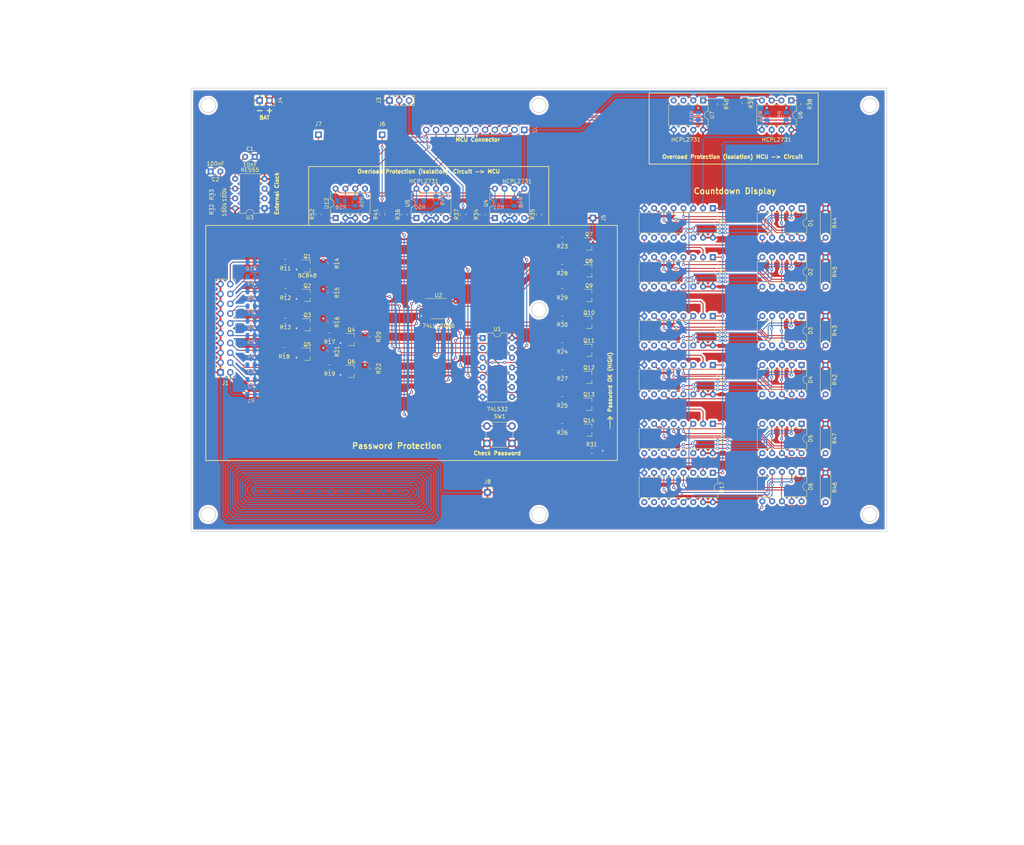
<source format=kicad_pcb>
(kicad_pcb (version 20171130) (host pcbnew 5.0.2+dfsg1-1+build1)
  (layers (0 F.Cu signal) (1 In1.Vcc.Cu power) (2 In2.Gnd.Cu power) (31 B.Cu signal) (34 B.Paste user) (35 F.Paste user) (36 B.SilkS user) (37 F.SilkS user) (38 B.Mask user) (39 F.Mask user) (44 Edge.Cuts user))
  (net 0 "")
  (net 1 /A4)
  (net 2 /A3)
  (net 3 /A2)
  (net 4 /A1)
  (net 5 /A0)
  (net 6 /B0)
  (net 7 /B1)
  (net 8 /B2)
  (net 9 /B3)
  (net 10 /B4)
  (net 11 VCC)
  (net 12 GND)
  (net 13 "Net-(Q1-Pad1)")
  (net 14 "Net-(Q2-Pad1)")
  (net 15 "Net-(Q3-Pad1)")
  (net 16 "Net-(Q4-Pad1)")
  (net 17 "Net-(Q5-Pad1)")
  (net 18 "Net-(Q6-Pad1)")
  (net 19 "Net-(Q7-Pad1)")
  (net 20 "Net-(Q8-Pad1)")
  (net 21 "Net-(Q10-Pad2)")
  (net 22 "Net-(Q9-Pad1)")
  (net 23 "Net-(Q10-Pad3)")
  (net 24 "Net-(Q10-Pad1)")
  (net 25 "Net-(Q11-Pad1)")
  (net 26 "Net-(Q12-Pad1)")
  (net 27 "Net-(Q13-Pad1)")
  (net 28 "Net-(Q14-Pad1)")
  (net 29 "Net-(C1-Pad1)")
  (net 30 "Net-(C2-Pad1)")
  (net 31 "Net-(J2-Pad2)")
  (net 32 "Net-(J2-Pad3)")
  (net 33 "Net-(J2-Pad4)")
  (net 34 "Net-(J2-Pad5)")
  (net 35 "Net-(J2-Pad6)")
  (net 36 "Net-(J2-Pad7)")
  (net 37 "Net-(J2-Pad8)")
  (net 38 /logicIC/~B4)
  (net 39 /logicIC/~B2)
  (net 40 /logicIC/~B0)
  (net 41 /logicIC/~A4)
  (net 42 /logicIC/~A3)
  (net 43 /logicIC/~A2)
  (net 44 /logicIC/LogicOK)
  (net 45 "Net-(R24-Pad2)")
  (net 46 "Net-(R25-Pad2)")
  (net 47 "Net-(R26-Pad2)")
  (net 48 /logicIC/_45)
  (net 49 /logicIC/_40)
  (net 50 "Net-(R32-Pad2)")
  (net 51 "Net-(R34-Pad1)")
  (net 52 "Net-(R34-Pad2)")
  (net 53 "Net-(R35-Pad1)")
  (net 54 "Net-(R36-Pad1)")
  (net 55 "Net-(R37-Pad1)")
  (net 56 "Net-(R38-Pad1)")
  (net 57 "Net-(R39-Pad1)")
  (net 58 "Net-(R40-Pad1)")
  (net 59 "Net-(R41-Pad1)")
  (net 60 /SevenSegments/Strobe)
  (net 61 /SevenSegments/Data)
  (net 62 /SevenSegments/Clock)
  (net 63 "Net-(U11-Pad9)")
  (net 64 "Net-(U10-Pad9)")
  (net 65 "Net-(D1-Pad1)")
  (net 66 "Net-(D1-Pad6)")
  (net 67 "Net-(D1-Pad2)")
  (net 68 "Net-(D1-Pad7)")
  (net 69 "Net-(D1-Pad4)")
  (net 70 "Net-(D1-Pad9)")
  (net 71 "Net-(D1-Pad5)")
  (net 72 "Net-(D1-Pad10)")
  (net 73 "Net-(D2-Pad10)")
  (net 74 "Net-(D2-Pad5)")
  (net 75 "Net-(D2-Pad9)")
  (net 76 "Net-(D2-Pad4)")
  (net 77 "Net-(D2-Pad7)")
  (net 78 "Net-(D2-Pad2)")
  (net 79 "Net-(D2-Pad6)")
  (net 80 "Net-(D2-Pad1)")
  (net 81 "Net-(D3-Pad10)")
  (net 82 "Net-(D3-Pad5)")
  (net 83 "Net-(D3-Pad9)")
  (net 84 "Net-(D3-Pad4)")
  (net 85 "Net-(D3-Pad7)")
  (net 86 "Net-(D3-Pad2)")
  (net 87 "Net-(D3-Pad6)")
  (net 88 "Net-(D3-Pad1)")
  (net 89 "Net-(D4-Pad1)")
  (net 90 "Net-(D4-Pad6)")
  (net 91 "Net-(D4-Pad2)")
  (net 92 "Net-(D4-Pad7)")
  (net 93 "Net-(D4-Pad4)")
  (net 94 "Net-(D4-Pad9)")
  (net 95 "Net-(D4-Pad5)")
  (net 96 "Net-(D4-Pad10)")
  (net 97 "Net-(D5-Pad10)")
  (net 98 "Net-(D5-Pad5)")
  (net 99 "Net-(D5-Pad9)")
  (net 100 "Net-(D5-Pad4)")
  (net 101 "Net-(D5-Pad7)")
  (net 102 "Net-(D5-Pad2)")
  (net 103 "Net-(D5-Pad6)")
  (net 104 "Net-(D5-Pad1)")
  (net 105 "Net-(D6-Pad1)")
  (net 106 "Net-(D6-Pad6)")
  (net 107 "Net-(D6-Pad2)")
  (net 108 "Net-(D6-Pad7)")
  (net 109 "Net-(D6-Pad4)")
  (net 110 "Net-(D6-Pad9)")
  (net 111 "Net-(D6-Pad5)")
  (net 112 "Net-(D6-Pad10)")
  (net 113 "Net-(D1-Pad3)")
  (net 114 "Net-(D2-Pad3)")
  (net 115 "Net-(D3-Pad3)")
  (net 116 "Net-(D4-Pad3)")
  (net 117 "Net-(D5-Pad3)")
  (net 118 "Net-(D6-Pad3)")
  (net 119 "Net-(Q11-Pad2)")
  (net 120 "Net-(R36-Pad2)")
  (net 121 "Net-(U16-Pad9)")
  (net 122 "Net-(Q12-Pad2)")
  (net 123 "Net-(R27-Pad2)")
  (net 124 "Net-(U8-Pad9)")
  (net 125 "Net-(U10-Pad2)")
  (net 126 "Net-(J3-Pad3)")
  (net 127 "Net-(J2-Pad9)")
  (net 128 /MCU_VCC)
  (net 129 /MCU_GND)
  (net 130 /wire_check)
  (net 131 "Net-(R52-Pad1)")
  (net 132 "Net-(Q7-Pad2)")
  (net 133 "Net-(Q8-Pad2)")
  (net 134 "Net-(Q13-Pad2)")
  (net 135 "Net-(J2-Pad10)")
  (net 136 /wire_check2)
  (module Resistor_SMD:R_0805_2012Metric (layer B.Cu) (at 104.900001 49.53)
    (fp_text reference R58 (at 0 1.65) (layer B.SilkS) (effects (justify mirror)))
    (fp_text value 1k)
    (pad 1 smd roundrect (at -0.9375 0) (size 0.975 1.4) (layers B.Cu B.Paste B.Mask) (net 128 /MCU_VCC))
    (pad 2 smd roundrect (at 0.9375 0) (size 0.975 1.4) (layers B.Cu B.Paste B.Mask) (net 31 "Net-(J2-Pad2)"))
  )
  (module Package_DIP:DIP-8_W7.62mm (layer F.Cu) (at 103.505 53.975 90)
    (fp_text reference U12 (at 3.81 -2.33 90) (layer F.SilkS))
    (fp_text value HCPL2731)
    (pad 1 thru_hole rect (at 0 0 90) (size 1.6 1.6) (drill 0.8) (layers *.Cu *.Mask) (net 131 "Net-(R52-Pad1)"))
    (pad 5 thru_hole oval (at 7.62 7.62 90) (size 1.6 1.6) (drill 0.8) (layers *.Cu *.Mask) (net 129 /MCU_GND))
    (pad 2 thru_hole oval (at 0 2.54 90) (size 1.6 1.6) (drill 0.8) (layers *.Cu *.Mask) (net 12 GND))
    (pad 6 thru_hole oval (at 7.62 5.08 90) (size 1.6 1.6) (drill 0.8) (layers *.Cu *.Mask) (net 135 "Net-(J2-Pad10)"))
    (pad 3 thru_hole oval (at 0 5.08 90) (size 1.6 1.6) (drill 0.8) (layers *.Cu *.Mask) (net 12 GND))
    (pad 7 thru_hole oval (at 7.62 2.54 90) (size 1.6 1.6) (drill 0.8) (layers *.Cu *.Mask) (net 31 "Net-(J2-Pad2)"))
    (pad 4 thru_hole oval (at 0 7.62 90) (size 1.6 1.6) (drill 0.8) (layers *.Cu *.Mask) (net 59 "Net-(R41-Pad1)"))
    (pad 8 thru_hole oval (at 7.62 0 90) (size 1.6 1.6) (drill 0.8) (layers *.Cu *.Mask) (net 128 /MCU_VCC))
  )
  (module Connector_PinSocket_2.54mm:PinSocket_1x02_P2.54mm_Vertical (layer F.Cu) (at 86.36 23.495 270)
    (fp_text reference J4 (at 0 -2.77 270) (layer F.SilkS))
    (fp_text value Conn_01x02_Male)
    (pad 1 thru_hole circle (at 0 0 270) (size 1.7 1.7) (drill 1) (layers *.Cu *.Mask) (net 11 VCC))
    (pad 2 thru_hole rect (at 0 2.54 270) (size 1.7 1.7) (drill 1) (layers *.Cu *.Mask) (net 12 GND))
  )
  (module Connector_PinSocket_2.54mm:PinSocket_2x10_P2.54mm_Vertical (layer F.Cu) (at 73.66 93.98 180)
    (fp_text reference J1 (at -1.27 -2.77 180) (layer F.SilkS))
    (fp_text value Conn_02x10_Odd_Even)
    (pad 1 thru_hole rect (at 0 0 180) (size 1.7 1.7) (drill 1) (layers *.Cu *.Mask) (net 11 VCC))
    (pad 2 thru_hole oval (at -2.54 0 180) (size 1.7 1.7) (drill 1) (layers *.Cu *.Mask) (net 5 /A0))
    (pad 3 thru_hole oval (at 0 2.54 180) (size 1.7 1.7) (drill 1) (layers *.Cu *.Mask) (net 11 VCC))
    (pad 4 thru_hole oval (at -2.54 2.54 180) (size 1.7 1.7) (drill 1) (layers *.Cu *.Mask) (net 4 /A1))
    (pad 5 thru_hole oval (at 0 5.08 180) (size 1.7 1.7) (drill 1) (layers *.Cu *.Mask) (net 11 VCC))
    (pad 6 thru_hole oval (at -2.54 5.08 180) (size 1.7 1.7) (drill 1) (layers *.Cu *.Mask) (net 3 /A2))
    (pad 7 thru_hole oval (at 0 7.62 180) (size 1.7 1.7) (drill 1) (layers *.Cu *.Mask) (net 11 VCC))
    (pad 8 thru_hole oval (at -2.54 7.62 180) (size 1.7 1.7) (drill 1) (layers *.Cu *.Mask) (net 2 /A3))
    (pad 9 thru_hole oval (at 0 10.16 180) (size 1.7 1.7) (drill 1) (layers *.Cu *.Mask) (net 11 VCC))
    (pad 10 thru_hole oval (at -2.54 10.16 180) (size 1.7 1.7) (drill 1) (layers *.Cu *.Mask) (net 1 /A4))
    (pad 11 thru_hole oval (at 0 12.7 180) (size 1.7 1.7) (drill 1) (layers *.Cu *.Mask) (net 11 VCC))
    (pad 12 thru_hole oval (at -2.54 12.7 180) (size 1.7 1.7) (drill 1) (layers *.Cu *.Mask) (net 6 /B0))
    (pad 13 thru_hole oval (at 0 15.24 180) (size 1.7 1.7) (drill 1) (layers *.Cu *.Mask) (net 11 VCC))
    (pad 14 thru_hole oval (at -2.54 15.24 180) (size 1.7 1.7) (drill 1) (layers *.Cu *.Mask) (net 7 /B1))
    (pad 15 thru_hole oval (at 0 17.78 180) (size 1.7 1.7) (drill 1) (layers *.Cu *.Mask) (net 11 VCC))
    (pad 16 thru_hole oval (at -2.54 17.78 180) (size 1.7 1.7) (drill 1) (layers *.Cu *.Mask) (net 8 /B2))
    (pad 17 thru_hole oval (at 0 20.32 180) (size 1.7 1.7) (drill 1) (layers *.Cu *.Mask) (net 11 VCC))
    (pad 18 thru_hole oval (at -2.54 20.32 180) (size 1.7 1.7) (drill 1) (layers *.Cu *.Mask) (net 9 /B3))
    (pad 19 thru_hole oval (at 0 22.86 180) (size 1.7 1.7) (drill 1) (layers *.Cu *.Mask) (net 11 VCC))
    (pad 20 thru_hole oval (at -2.54 22.86 180) (size 1.7 1.7) (drill 1) (layers *.Cu *.Mask) (net 10 /B4))
  )
  (module Package_DIP:DIP-14_W7.62mm (layer F.Cu) (at 141.605 85.09)
    (fp_text reference U1 (at 3.81 -2.33) (layer F.SilkS))
    (fp_text value 74LS32 (at 3.81 18.415) (layer F.SilkS))
    (pad 1 thru_hole rect (at 0 0) (size 1.6 1.6) (drill 0.8) (layers *.Cu *.Mask) (net 3 /A2))
    (pad 8 thru_hole oval (at 7.62 15.24) (size 1.6 1.6) (drill 0.8) (layers *.Cu *.Mask) (net 47 "Net-(R26-Pad2)"))
    (pad 2 thru_hole oval (at 0 2.54) (size 1.6 1.6) (drill 0.8) (layers *.Cu *.Mask) (net 39 /logicIC/~B2))
    (pad 9 thru_hole oval (at 7.62 12.7) (size 1.6 1.6) (drill 0.8) (layers *.Cu *.Mask) (net 43 /logicIC/~A2))
    (pad 3 thru_hole oval (at 0 5.08) (size 1.6 1.6) (drill 0.8) (layers *.Cu *.Mask) (net 45 "Net-(R24-Pad2)"))
    (pad 10 thru_hole oval (at 7.62 10.16) (size 1.6 1.6) (drill 0.8) (layers *.Cu *.Mask) (net 8 /B2))
    (pad 4 thru_hole oval (at 0 7.62) (size 1.6 1.6) (drill 0.8) (layers *.Cu *.Mask) (net 1 /A4))
    (pad 11 thru_hole oval (at 7.62 7.62) (size 1.6 1.6) (drill 0.8) (layers *.Cu *.Mask) (net 123 "Net-(R27-Pad2)"))
    (pad 5 thru_hole oval (at 0 10.16) (size 1.6 1.6) (drill 0.8) (layers *.Cu *.Mask) (net 38 /logicIC/~B4))
    (pad 12 thru_hole oval (at 7.62 5.08) (size 1.6 1.6) (drill 0.8) (layers *.Cu *.Mask) (net 41 /logicIC/~A4))
    (pad 6 thru_hole oval (at 0 12.7) (size 1.6 1.6) (drill 0.8) (layers *.Cu *.Mask) (net 46 "Net-(R25-Pad2)"))
    (pad 13 thru_hole oval (at 7.62 2.54) (size 1.6 1.6) (drill 0.8) (layers *.Cu *.Mask) (net 10 /B4))
    (pad 7 thru_hole oval (at 0 15.24) (size 1.6 1.6) (drill 0.8) (layers *.Cu *.Mask) (net 12 GND))
    (pad 14 thru_hole oval (at 7.62 0) (size 1.6 1.6) (drill 0.8) (layers *.Cu *.Mask) (net 11 VCC))
  )
  (module Package_SO:SSOP-8_3.9x5.05mm_P1.27mm (layer F.Cu) (at 130.175 77.47)
    (fp_text reference U2 (at 0 -3.48) (layer F.SilkS))
    (fp_text value 74LVC2G86 (at 0 4.445) (layer F.SilkS))
    (pad 1 smd roundrect (at -2.675 -1.905) (size 1.55 0.6) (layers F.Cu F.Paste F.Mask) (net 5 /A0))
    (pad 2 smd roundrect (at -2.675 -0.635) (size 1.55 0.6) (layers F.Cu F.Paste F.Mask) (net 40 /logicIC/~B0))
    (pad 3 smd roundrect (at -2.675 0.635) (size 1.55 0.6) (layers F.Cu F.Paste F.Mask) (net 49 /logicIC/_40))
    (pad 4 smd roundrect (at -2.675 1.905) (size 1.55 0.6) (layers F.Cu F.Paste F.Mask) (net 12 GND))
    (pad 5 smd roundrect (at 2.675 1.905) (size 1.55 0.6) (layers F.Cu F.Paste F.Mask) (net 4 /A1))
    (pad 6 smd roundrect (at 2.675 0.635) (size 1.55 0.6) (layers F.Cu F.Paste F.Mask) (net 7 /B1))
    (pad 7 smd roundrect (at 2.675 -0.635) (size 1.55 0.6) (layers F.Cu F.Paste F.Mask) (net 48 /logicIC/_45))
    (pad 8 smd roundrect (at 2.675 -1.905) (size 1.55 0.6) (layers F.Cu F.Paste F.Mask) (net 11 VCC))
  )
  (module Capacitor_THT:C_Disc_D3.0mm_W1.6mm_P2.50mm (layer F.Cu) (at 80.05 38.1)
    (fp_text reference C1 (at 1.25 -2.05) (layer F.SilkS))
    (fp_text value 10nF (at 1.25 2.05) (layer F.SilkS))
    (pad 1 thru_hole circle (at 0 0) (size 1.6 1.6) (drill 0.8) (layers *.Cu *.Mask) (net 29 "Net-(C1-Pad1)"))
    (pad 2 thru_hole circle (at 2.5 0) (size 1.6 1.6) (drill 0.8) (layers *.Cu *.Mask) (net 12 GND))
  )
  (module Capacitor_THT:C_Disc_D3.0mm_W1.6mm_P2.50mm (layer F.Cu) (at 73.62 41.91 180)
    (fp_text reference C2 (at 1.25 -2.05 180) (layer F.SilkS))
    (fp_text value 100nF (at 1.25 2.05 180) (layer F.SilkS))
    (pad 2 thru_hole circle (at 2.5 0 180) (size 1.6 1.6) (drill 0.8) (layers *.Cu *.Mask) (net 12 GND))
    (pad 1 thru_hole circle (at 0 0 180) (size 1.6 1.6) (drill 0.8) (layers *.Cu *.Mask) (net 30 "Net-(C2-Pad1)"))
  )
  (module Package_DIP:DIP-8_W7.62mm (layer F.Cu) (at 85.09 51.435 180)
    (fp_text reference U3 (at 3.81 -2.33 180) (layer F.SilkS))
    (fp_text value NE555 (at 3.81 9.95 180) (layer F.SilkS))
    (pad 1 thru_hole rect (at 0 0 180) (size 1.6 1.6) (drill 0.8) (layers *.Cu *.Mask) (net 12 GND))
    (pad 5 thru_hole oval (at 7.62 7.62 180) (size 1.6 1.6) (drill 0.8) (layers *.Cu *.Mask) (net 29 "Net-(C1-Pad1)"))
    (pad 2 thru_hole oval (at 0 2.54 180) (size 1.6 1.6) (drill 0.8) (layers *.Cu *.Mask) (net 30 "Net-(C2-Pad1)"))
    (pad 6 thru_hole oval (at 7.62 5.08 180) (size 1.6 1.6) (drill 0.8) (layers *.Cu *.Mask) (net 30 "Net-(C2-Pad1)"))
    (pad 3 thru_hole oval (at 0 5.08 180) (size 1.6 1.6) (drill 0.8) (layers *.Cu *.Mask) (net 52 "Net-(R34-Pad2)"))
    (pad 7 thru_hole oval (at 7.62 2.54 180) (size 1.6 1.6) (drill 0.8) (layers *.Cu *.Mask) (net 50 "Net-(R32-Pad2)"))
    (pad 4 thru_hole oval (at 0 7.62 180) (size 1.6 1.6) (drill 0.8) (layers *.Cu *.Mask) (net 11 VCC))
    (pad 8 thru_hole oval (at 7.62 0 180) (size 1.6 1.6) (drill 0.8) (layers *.Cu *.Mask) (net 11 VCC))
  )
  (module Package_DIP:DIP-8_W7.62mm (layer F.Cu) (at 144.78 53.975 90)
    (fp_text reference U4 (at 3.81 -2.33 90) (layer F.SilkS))
    (fp_text value HCPL2731 (at 9.525 5.715 180) (layer F.SilkS))
    (pad 1 thru_hole rect (at 0 0 90) (size 1.6 1.6) (drill 0.8) (layers *.Cu *.Mask) (net 51 "Net-(R34-Pad1)"))
    (pad 5 thru_hole oval (at 7.62 7.62 90) (size 1.6 1.6) (drill 0.8) (layers *.Cu *.Mask) (net 129 /MCU_GND))
    (pad 2 thru_hole oval (at 0 2.54 90) (size 1.6 1.6) (drill 0.8) (layers *.Cu *.Mask) (net 12 GND))
    (pad 6 thru_hole oval (at 7.62 5.08 90) (size 1.6 1.6) (drill 0.8) (layers *.Cu *.Mask) (net 35 "Net-(J2-Pad6)"))
    (pad 3 thru_hole oval (at 0 5.08 90) (size 1.6 1.6) (drill 0.8) (layers *.Cu *.Mask) (net 12 GND))
    (pad 7 thru_hole oval (at 7.62 2.54 90) (size 1.6 1.6) (drill 0.8) (layers *.Cu *.Mask) (net 36 "Net-(J2-Pad7)"))
    (pad 4 thru_hole oval (at 0 7.62 90) (size 1.6 1.6) (drill 0.8) (layers *.Cu *.Mask) (net 53 "Net-(R35-Pad1)"))
    (pad 8 thru_hole oval (at 7.62 0 90) (size 1.6 1.6) (drill 0.8) (layers *.Cu *.Mask) (net 128 /MCU_VCC))
  )
  (module Package_DIP:DIP-8_W7.62mm (layer F.Cu) (at 124.46 53.975 90)
    (fp_text reference U5 (at 3.81 -2.33 90) (layer F.SilkS))
    (fp_text value HCPL2731 (at 9.525 1.905 180) (layer F.SilkS))
    (pad 8 thru_hole oval (at 7.62 0 90) (size 1.6 1.6) (drill 0.8) (layers *.Cu *.Mask) (net 128 /MCU_VCC))
    (pad 4 thru_hole oval (at 0 7.62 90) (size 1.6 1.6) (drill 0.8) (layers *.Cu *.Mask) (net 55 "Net-(R37-Pad1)"))
    (pad 7 thru_hole oval (at 7.62 2.54 90) (size 1.6 1.6) (drill 0.8) (layers *.Cu *.Mask) (net 127 "Net-(J2-Pad9)"))
    (pad 3 thru_hole oval (at 0 5.08 90) (size 1.6 1.6) (drill 0.8) (layers *.Cu *.Mask) (net 12 GND))
    (pad 6 thru_hole oval (at 7.62 5.08 90) (size 1.6 1.6) (drill 0.8) (layers *.Cu *.Mask) (net 37 "Net-(J2-Pad8)"))
    (pad 2 thru_hole oval (at 0 2.54 90) (size 1.6 1.6) (drill 0.8) (layers *.Cu *.Mask) (net 12 GND))
    (pad 5 thru_hole oval (at 7.62 7.62 90) (size 1.6 1.6) (drill 0.8) (layers *.Cu *.Mask) (net 129 /MCU_GND))
    (pad 1 thru_hole rect (at 0 0 90) (size 1.6 1.6) (drill 0.8) (layers *.Cu *.Mask) (net 54 "Net-(R36-Pad1)"))
  )
  (module Package_DIP:DIP-8_W7.62mm (layer F.Cu) (at 221.615 23.495 270)
    (fp_text reference U6 (at 3.81 -2.33 270) (layer F.SilkS))
    (fp_text value HCPL2731 (at 10.16 3.81) (layer F.SilkS))
    (pad 8 thru_hole oval (at 7.62 0 270) (size 1.6 1.6) (drill 0.8) (layers *.Cu *.Mask) (net 11 VCC))
    (pad 4 thru_hole oval (at 0 7.62 270) (size 1.6 1.6) (drill 0.8) (layers *.Cu *.Mask) (net 57 "Net-(R39-Pad1)"))
    (pad 7 thru_hole oval (at 7.62 2.54 270) (size 1.6 1.6) (drill 0.8) (layers *.Cu *.Mask) (net 60 /SevenSegments/Strobe))
    (pad 3 thru_hole oval (at 0 5.08 270) (size 1.6 1.6) (drill 0.8) (layers *.Cu *.Mask) (net 129 /MCU_GND))
    (pad 6 thru_hole oval (at 7.62 5.08 270) (size 1.6 1.6) (drill 0.8) (layers *.Cu *.Mask) (net 61 /SevenSegments/Data))
    (pad 2 thru_hole oval (at 0 2.54 270) (size 1.6 1.6) (drill 0.8) (layers *.Cu *.Mask) (net 129 /MCU_GND))
    (pad 5 thru_hole oval (at 7.62 7.62 270) (size 1.6 1.6) (drill 0.8) (layers *.Cu *.Mask) (net 12 GND))
    (pad 1 thru_hole rect (at 0 0 270) (size 1.6 1.6) (drill 0.8) (layers *.Cu *.Mask) (net 56 "Net-(R38-Pad1)"))
  )
  (module Package_DIP:DIP-8_W7.62mm (layer F.Cu) (at 198.755 23.495 270)
    (fp_text reference U7 (at 3.81 -2.33 270) (layer F.SilkS))
    (fp_text value HCPL2731 (at 10.16 4.445) (layer F.SilkS))
    (pad 1 thru_hole rect (at 0 0 270) (size 1.6 1.6) (drill 0.8) (layers *.Cu *.Mask) (net 58 "Net-(R40-Pad1)"))
    (pad 5 thru_hole oval (at 7.62 7.62 270) (size 1.6 1.6) (drill 0.8) (layers *.Cu *.Mask) (net 12 GND))
    (pad 2 thru_hole oval (at 0 2.54 270) (size 1.6 1.6) (drill 0.8) (layers *.Cu *.Mask) (net 129 /MCU_GND))
    (pad 6 thru_hole oval (at 7.62 5.08 270) (size 1.6 1.6) (drill 0.8) (layers *.Cu *.Mask))
    (pad 3 thru_hole oval (at 0 5.08 270) (size 1.6 1.6) (drill 0.8) (layers *.Cu *.Mask))
    (pad 7 thru_hole oval (at 7.62 2.54 270) (size 1.6 1.6) (drill 0.8) (layers *.Cu *.Mask) (net 62 /SevenSegments/Clock))
    (pad 4 thru_hole oval (at 0 7.62 270) (size 1.6 1.6) (drill 0.8) (layers *.Cu *.Mask))
    (pad 8 thru_hole oval (at 7.62 0 270) (size 1.6 1.6) (drill 0.8) (layers *.Cu *.Mask) (net 11 VCC))
  )
  (module Package_DIP:DIP-16_W7.62mm (layer F.Cu) (at 201.295 51.435 270)
    (fp_text reference U8 (at 3.81 -2.33 270) (layer F.SilkS))
    (fp_text value CD4094B)
    (pad 16 thru_hole oval (at 7.62 0 270) (size 1.6 1.6) (drill 0.8) (layers *.Cu *.Mask) (net 11 VCC))
    (pad 8 thru_hole oval (at 0 17.78 270) (size 1.6 1.6) (drill 0.8) (layers *.Cu *.Mask) (net 12 GND))
    (pad 15 thru_hole oval (at 7.62 2.54 270) (size 1.6 1.6) (drill 0.8) (layers *.Cu *.Mask) (net 11 VCC))
    (pad 7 thru_hole oval (at 0 15.24 270) (size 1.6 1.6) (drill 0.8) (layers *.Cu *.Mask) (net 71 "Net-(D1-Pad5)"))
    (pad 14 thru_hole oval (at 7.62 5.08 270) (size 1.6 1.6) (drill 0.8) (layers *.Cu *.Mask) (net 69 "Net-(D1-Pad4)"))
    (pad 6 thru_hole oval (at 0 12.7 270) (size 1.6 1.6) (drill 0.8) (layers *.Cu *.Mask) (net 68 "Net-(D1-Pad7)"))
    (pad 13 thru_hole oval (at 7.62 7.62 270) (size 1.6 1.6) (drill 0.8) (layers *.Cu *.Mask) (net 67 "Net-(D1-Pad2)"))
    (pad 5 thru_hole oval (at 0 10.16 270) (size 1.6 1.6) (drill 0.8) (layers *.Cu *.Mask) (net 70 "Net-(D1-Pad9)"))
    (pad 12 thru_hole oval (at 7.62 10.16 270) (size 1.6 1.6) (drill 0.8) (layers *.Cu *.Mask) (net 65 "Net-(D1-Pad1)"))
    (pad 4 thru_hole oval (at 0 7.62 270) (size 1.6 1.6) (drill 0.8) (layers *.Cu *.Mask) (net 72 "Net-(D1-Pad10)"))
    (pad 11 thru_hole oval (at 7.62 12.7 270) (size 1.6 1.6) (drill 0.8) (layers *.Cu *.Mask) (net 66 "Net-(D1-Pad6)"))
    (pad 3 thru_hole oval (at 0 5.08 270) (size 1.6 1.6) (drill 0.8) (layers *.Cu *.Mask) (net 62 /SevenSegments/Clock))
    (pad 10 thru_hole oval (at 7.62 15.24 270) (size 1.6 1.6) (drill 0.8) (layers *.Cu *.Mask))
    (pad 2 thru_hole oval (at 0 2.54 270) (size 1.6 1.6) (drill 0.8) (layers *.Cu *.Mask) (net 61 /SevenSegments/Data))
    (pad 9 thru_hole oval (at 7.62 17.78 270) (size 1.6 1.6) (drill 0.8) (layers *.Cu *.Mask) (net 124 "Net-(U8-Pad9)"))
    (pad 1 thru_hole rect (at 0 0 270) (size 1.6 1.6) (drill 0.8) (layers *.Cu *.Mask) (net 60 /SevenSegments/Strobe))
  )
  (module Package_DIP:DIP-16_W7.62mm (layer F.Cu) (at 201.295 64.135 270)
    (fp_text reference U9 (at 3.81 -2.33 270) (layer F.SilkS))
    (fp_text value CD4094B)
    (pad 1 thru_hole rect (at 0 0 270) (size 1.6 1.6) (drill 0.8) (layers *.Cu *.Mask) (net 60 /SevenSegments/Strobe))
    (pad 9 thru_hole oval (at 7.62 17.78 270) (size 1.6 1.6) (drill 0.8) (layers *.Cu *.Mask) (net 125 "Net-(U10-Pad2)"))
    (pad 2 thru_hole oval (at 0 2.54 270) (size 1.6 1.6) (drill 0.8) (layers *.Cu *.Mask) (net 124 "Net-(U8-Pad9)"))
    (pad 10 thru_hole oval (at 7.62 15.24 270) (size 1.6 1.6) (drill 0.8) (layers *.Cu *.Mask))
    (pad 3 thru_hole oval (at 0 5.08 270) (size 1.6 1.6) (drill 0.8) (layers *.Cu *.Mask) (net 62 /SevenSegments/Clock))
    (pad 11 thru_hole oval (at 7.62 12.7 270) (size 1.6 1.6) (drill 0.8) (layers *.Cu *.Mask) (net 79 "Net-(D2-Pad6)"))
    (pad 4 thru_hole oval (at 0 7.62 270) (size 1.6 1.6) (drill 0.8) (layers *.Cu *.Mask) (net 73 "Net-(D2-Pad10)"))
    (pad 12 thru_hole oval (at 7.62 10.16 270) (size 1.6 1.6) (drill 0.8) (layers *.Cu *.Mask) (net 80 "Net-(D2-Pad1)"))
    (pad 5 thru_hole oval (at 0 10.16 270) (size 1.6 1.6) (drill 0.8) (layers *.Cu *.Mask) (net 75 "Net-(D2-Pad9)"))
    (pad 13 thru_hole oval (at 7.62 7.62 270) (size 1.6 1.6) (drill 0.8) (layers *.Cu *.Mask) (net 78 "Net-(D2-Pad2)"))
    (pad 6 thru_hole oval (at 0 12.7 270) (size 1.6 1.6) (drill 0.8) (layers *.Cu *.Mask) (net 77 "Net-(D2-Pad7)"))
    (pad 14 thru_hole oval (at 7.62 5.08 270) (size 1.6 1.6) (drill 0.8) (layers *.Cu *.Mask) (net 76 "Net-(D2-Pad4)"))
    (pad 7 thru_hole oval (at 0 15.24 270) (size 1.6 1.6) (drill 0.8) (layers *.Cu *.Mask) (net 74 "Net-(D2-Pad5)"))
    (pad 15 thru_hole oval (at 7.62 2.54 270) (size 1.6 1.6) (drill 0.8) (layers *.Cu *.Mask) (net 11 VCC))
    (pad 8 thru_hole oval (at 0 17.78 270) (size 1.6 1.6) (drill 0.8) (layers *.Cu *.Mask) (net 12 GND))
    (pad 16 thru_hole oval (at 7.62 0 270) (size 1.6 1.6) (drill 0.8) (layers *.Cu *.Mask) (net 11 VCC))
  )
  (module Package_DIP:DIP-16_W7.62mm (layer F.Cu) (at 201.295 79.375 270)
    (fp_text reference U10 (at 3.81 -2.33 270) (layer F.SilkS))
    (fp_text value CD4094B)
    (pad 1 thru_hole rect (at 0 0 270) (size 1.6 1.6) (drill 0.8) (layers *.Cu *.Mask) (net 60 /SevenSegments/Strobe))
    (pad 9 thru_hole oval (at 7.62 17.78 270) (size 1.6 1.6) (drill 0.8) (layers *.Cu *.Mask) (net 64 "Net-(U10-Pad9)"))
    (pad 2 thru_hole oval (at 0 2.54 270) (size 1.6 1.6) (drill 0.8) (layers *.Cu *.Mask) (net 125 "Net-(U10-Pad2)"))
    (pad 10 thru_hole oval (at 7.62 15.24 270) (size 1.6 1.6) (drill 0.8) (layers *.Cu *.Mask))
    (pad 3 thru_hole oval (at 0 5.08 270) (size 1.6 1.6) (drill 0.8) (layers *.Cu *.Mask) (net 62 /SevenSegments/Clock))
    (pad 11 thru_hole oval (at 7.62 12.7 270) (size 1.6 1.6) (drill 0.8) (layers *.Cu *.Mask) (net 87 "Net-(D3-Pad6)"))
    (pad 4 thru_hole oval (at 0 7.62 270) (size 1.6 1.6) (drill 0.8) (layers *.Cu *.Mask) (net 81 "Net-(D3-Pad10)"))
    (pad 12 thru_hole oval (at 7.62 10.16 270) (size 1.6 1.6) (drill 0.8) (layers *.Cu *.Mask) (net 88 "Net-(D3-Pad1)"))
    (pad 5 thru_hole oval (at 0 10.16 270) (size 1.6 1.6) (drill 0.8) (layers *.Cu *.Mask) (net 83 "Net-(D3-Pad9)"))
    (pad 13 thru_hole oval (at 7.62 7.62 270) (size 1.6 1.6) (drill 0.8) (layers *.Cu *.Mask) (net 86 "Net-(D3-Pad2)"))
    (pad 6 thru_hole oval (at 0 12.7 270) (size 1.6 1.6) (drill 0.8) (layers *.Cu *.Mask) (net 85 "Net-(D3-Pad7)"))
    (pad 14 thru_hole oval (at 7.62 5.08 270) (size 1.6 1.6) (drill 0.8) (layers *.Cu *.Mask) (net 84 "Net-(D3-Pad4)"))
    (pad 7 thru_hole oval (at 0 15.24 270) (size 1.6 1.6) (drill 0.8) (layers *.Cu *.Mask) (net 82 "Net-(D3-Pad5)"))
    (pad 15 thru_hole oval (at 7.62 2.54 270) (size 1.6 1.6) (drill 0.8) (layers *.Cu *.Mask) (net 11 VCC))
    (pad 8 thru_hole oval (at 0 17.78 270) (size 1.6 1.6) (drill 0.8) (layers *.Cu *.Mask) (net 12 GND))
    (pad 16 thru_hole oval (at 7.62 0 270) (size 1.6 1.6) (drill 0.8) (layers *.Cu *.Mask) (net 11 VCC))
  )
  (module Package_DIP:DIP-16_W7.62mm (layer F.Cu) (at 201.295 92.075 270)
    (fp_text reference U11 (at 3.81 -2.33 270) (layer F.SilkS))
    (fp_text value CD4094B)
    (pad 16 thru_hole oval (at 7.62 0 270) (size 1.6 1.6) (drill 0.8) (layers *.Cu *.Mask) (net 11 VCC))
    (pad 8 thru_hole oval (at 0 17.78 270) (size 1.6 1.6) (drill 0.8) (layers *.Cu *.Mask) (net 12 GND))
    (pad 15 thru_hole oval (at 7.62 2.54 270) (size 1.6 1.6) (drill 0.8) (layers *.Cu *.Mask) (net 11 VCC))
    (pad 7 thru_hole oval (at 0 15.24 270) (size 1.6 1.6) (drill 0.8) (layers *.Cu *.Mask) (net 95 "Net-(D4-Pad5)"))
    (pad 14 thru_hole oval (at 7.62 5.08 270) (size 1.6 1.6) (drill 0.8) (layers *.Cu *.Mask) (net 93 "Net-(D4-Pad4)"))
    (pad 6 thru_hole oval (at 0 12.7 270) (size 1.6 1.6) (drill 0.8) (layers *.Cu *.Mask) (net 92 "Net-(D4-Pad7)"))
    (pad 13 thru_hole oval (at 7.62 7.62 270) (size 1.6 1.6) (drill 0.8) (layers *.Cu *.Mask) (net 91 "Net-(D4-Pad2)"))
    (pad 5 thru_hole oval (at 0 10.16 270) (size 1.6 1.6) (drill 0.8) (layers *.Cu *.Mask) (net 94 "Net-(D4-Pad9)"))
    (pad 12 thru_hole oval (at 7.62 10.16 270) (size 1.6 1.6) (drill 0.8) (layers *.Cu *.Mask) (net 89 "Net-(D4-Pad1)"))
    (pad 4 thru_hole oval (at 0 7.62 270) (size 1.6 1.6) (drill 0.8) (layers *.Cu *.Mask) (net 96 "Net-(D4-Pad10)"))
    (pad 11 thru_hole oval (at 7.62 12.7 270) (size 1.6 1.6) (drill 0.8) (layers *.Cu *.Mask) (net 90 "Net-(D4-Pad6)"))
    (pad 3 thru_hole oval (at 0 5.08 270) (size 1.6 1.6) (drill 0.8) (layers *.Cu *.Mask) (net 62 /SevenSegments/Clock))
    (pad 10 thru_hole oval (at 7.62 15.24 270) (size 1.6 1.6) (drill 0.8) (layers *.Cu *.Mask))
    (pad 2 thru_hole oval (at 0 2.54 270) (size 1.6 1.6) (drill 0.8) (layers *.Cu *.Mask) (net 64 "Net-(U10-Pad9)"))
    (pad 9 thru_hole oval (at 7.62 17.78 270) (size 1.6 1.6) (drill 0.8) (layers *.Cu *.Mask) (net 63 "Net-(U11-Pad9)"))
    (pad 1 thru_hole rect (at 0 0 270) (size 1.6 1.6) (drill 0.8) (layers *.Cu *.Mask) (net 60 /SevenSegments/Strobe))
  )
  (module Package_DIP:DIP-16_W7.62mm (layer F.Cu) (at 201.295 107.315 270)
    (fp_text reference U16 (at 3.81 -2.33 270) (layer F.SilkS))
    (fp_text value CD4094B)
    (pad 16 thru_hole oval (at 7.62 0 270) (size 1.6 1.6) (drill 0.8) (layers *.Cu *.Mask) (net 11 VCC))
    (pad 8 thru_hole oval (at 0 17.78 270) (size 1.6 1.6) (drill 0.8) (layers *.Cu *.Mask) (net 12 GND))
    (pad 15 thru_hole oval (at 7.62 2.54 270) (size 1.6 1.6) (drill 0.8) (layers *.Cu *.Mask) (net 11 VCC))
    (pad 7 thru_hole oval (at 0 15.24 270) (size 1.6 1.6) (drill 0.8) (layers *.Cu *.Mask) (net 98 "Net-(D5-Pad5)"))
    (pad 14 thru_hole oval (at 7.62 5.08 270) (size 1.6 1.6) (drill 0.8) (layers *.Cu *.Mask) (net 100 "Net-(D5-Pad4)"))
    (pad 6 thru_hole oval (at 0 12.7 270) (size 1.6 1.6) (drill 0.8) (layers *.Cu *.Mask) (net 101 "Net-(D5-Pad7)"))
    (pad 13 thru_hole oval (at 7.62 7.62 270) (size 1.6 1.6) (drill 0.8) (layers *.Cu *.Mask) (net 102 "Net-(D5-Pad2)"))
    (pad 5 thru_hole oval (at 0 10.16 270) (size 1.6 1.6) (drill 0.8) (layers *.Cu *.Mask) (net 99 "Net-(D5-Pad9)"))
    (pad 12 thru_hole oval (at 7.62 10.16 270) (size 1.6 1.6) (drill 0.8) (layers *.Cu *.Mask) (net 104 "Net-(D5-Pad1)"))
    (pad 4 thru_hole oval (at 0 7.62 270) (size 1.6 1.6) (drill 0.8) (layers *.Cu *.Mask) (net 97 "Net-(D5-Pad10)"))
    (pad 11 thru_hole oval (at 7.62 12.7 270) (size 1.6 1.6) (drill 0.8) (layers *.Cu *.Mask) (net 103 "Net-(D5-Pad6)"))
    (pad 3 thru_hole oval (at 0 5.08 270) (size 1.6 1.6) (drill 0.8) (layers *.Cu *.Mask) (net 62 /SevenSegments/Clock))
    (pad 10 thru_hole oval (at 7.62 15.24 270) (size 1.6 1.6) (drill 0.8) (layers *.Cu *.Mask))
    (pad 2 thru_hole oval (at 0 2.54 270) (size 1.6 1.6) (drill 0.8) (layers *.Cu *.Mask) (net 63 "Net-(U11-Pad9)"))
    (pad 9 thru_hole oval (at 7.62 17.78 270) (size 1.6 1.6) (drill 0.8) (layers *.Cu *.Mask) (net 121 "Net-(U16-Pad9)"))
    (pad 1 thru_hole rect (at 0 0 270) (size 1.6 1.6) (drill 0.8) (layers *.Cu *.Mask) (net 60 /SevenSegments/Strobe))
  )
  (module Package_DIP:DIP-16_W7.62mm (layer F.Cu) (at 201.295 120.015 270)
    (fp_text reference U17 (at 3.81 -2.33 270) (layer F.SilkS))
    (fp_text value CD4094B)
    (pad 1 thru_hole rect (at 0 0 270) (size 1.6 1.6) (drill 0.8) (layers *.Cu *.Mask) (net 60 /SevenSegments/Strobe))
    (pad 9 thru_hole oval (at 7.62 17.78 270) (size 1.6 1.6) (drill 0.8) (layers *.Cu *.Mask))
    (pad 2 thru_hole oval (at 0 2.54 270) (size 1.6 1.6) (drill 0.8) (layers *.Cu *.Mask) (net 121 "Net-(U16-Pad9)"))
    (pad 10 thru_hole oval (at 7.62 15.24 270) (size 1.6 1.6) (drill 0.8) (layers *.Cu *.Mask))
    (pad 3 thru_hole oval (at 0 5.08 270) (size 1.6 1.6) (drill 0.8) (layers *.Cu *.Mask) (net 62 /SevenSegments/Clock))
    (pad 11 thru_hole oval (at 7.62 12.7 270) (size 1.6 1.6) (drill 0.8) (layers *.Cu *.Mask) (net 106 "Net-(D6-Pad6)"))
    (pad 4 thru_hole oval (at 0 7.62 270) (size 1.6 1.6) (drill 0.8) (layers *.Cu *.Mask) (net 112 "Net-(D6-Pad10)"))
    (pad 12 thru_hole oval (at 7.62 10.16 270) (size 1.6 1.6) (drill 0.8) (layers *.Cu *.Mask) (net 105 "Net-(D6-Pad1)"))
    (pad 5 thru_hole oval (at 0 10.16 270) (size 1.6 1.6) (drill 0.8) (layers *.Cu *.Mask) (net 110 "Net-(D6-Pad9)"))
    (pad 13 thru_hole oval (at 7.62 7.62 270) (size 1.6 1.6) (drill 0.8) (layers *.Cu *.Mask) (net 107 "Net-(D6-Pad2)"))
    (pad 6 thru_hole oval (at 0 12.7 270) (size 1.6 1.6) (drill 0.8) (layers *.Cu *.Mask) (net 108 "Net-(D6-Pad7)"))
    (pad 14 thru_hole oval (at 7.62 5.08 270) (size 1.6 1.6) (drill 0.8) (layers *.Cu *.Mask) (net 109 "Net-(D6-Pad4)"))
    (pad 7 thru_hole oval (at 0 15.24 270) (size 1.6 1.6) (drill 0.8) (layers *.Cu *.Mask) (net 111 "Net-(D6-Pad5)"))
    (pad 15 thru_hole oval (at 7.62 2.54 270) (size 1.6 1.6) (drill 0.8) (layers *.Cu *.Mask) (net 11 VCC))
    (pad 8 thru_hole oval (at 0 17.78 270) (size 1.6 1.6) (drill 0.8) (layers *.Cu *.Mask) (net 12 GND))
    (pad 16 thru_hole oval (at 7.62 0 270) (size 1.6 1.6) (drill 0.8) (layers *.Cu *.Mask) (net 11 VCC))
  )
  (module Package_DIP:DIP-10_W7.62mm (layer F.Cu) (at 224.285287 51.435 270)
    (fp_text reference D1 (at 3.81 -2.33 270) (layer F.SilkS))
    (fp_text value TDSR1050)
    (pad 1 thru_hole rect (at 0 0 270) (size 1.6 1.6) (drill 0.8) (layers *.Cu *.Mask) (net 65 "Net-(D1-Pad1)"))
    (pad 6 thru_hole oval (at 7.62 10.16 270) (size 1.6 1.6) (drill 0.8) (layers *.Cu *.Mask) (net 66 "Net-(D1-Pad6)"))
    (pad 2 thru_hole oval (at 0 2.54 270) (size 1.6 1.6) (drill 0.8) (layers *.Cu *.Mask) (net 67 "Net-(D1-Pad2)"))
    (pad 7 thru_hole oval (at 7.62 7.62 270) (size 1.6 1.6) (drill 0.8) (layers *.Cu *.Mask) (net 68 "Net-(D1-Pad7)"))
    (pad 3 thru_hole oval (at 0 5.08 270) (size 1.6 1.6) (drill 0.8) (layers *.Cu *.Mask) (net 113 "Net-(D1-Pad3)"))
    (pad 8 thru_hole oval (at 7.62 5.08 270) (size 1.6 1.6) (drill 0.8) (layers *.Cu *.Mask) (net 113 "Net-(D1-Pad3)"))
    (pad 4 thru_hole oval (at 0 7.62 270) (size 1.6 1.6) (drill 0.8) (layers *.Cu *.Mask) (net 69 "Net-(D1-Pad4)"))
    (pad 9 thru_hole oval (at 7.62 2.54 270) (size 1.6 1.6) (drill 0.8) (layers *.Cu *.Mask) (net 70 "Net-(D1-Pad9)"))
    (pad 5 thru_hole oval (at 0 10.16 270) (size 1.6 1.6) (drill 0.8) (layers *.Cu *.Mask) (net 71 "Net-(D1-Pad5)"))
    (pad 10 thru_hole oval (at 7.62 0 270) (size 1.6 1.6) (drill 0.8) (layers *.Cu *.Mask) (net 72 "Net-(D1-Pad10)"))
  )
  (module Package_DIP:DIP-10_W7.62mm (layer F.Cu) (at 224.285287 64.135 270)
    (fp_text reference D2 (at 3.81 -2.33 270) (layer F.SilkS))
    (fp_text value TDSR1050)
    (pad 10 thru_hole oval (at 7.62 0 270) (size 1.6 1.6) (drill 0.8) (layers *.Cu *.Mask) (net 73 "Net-(D2-Pad10)"))
    (pad 5 thru_hole oval (at 0 10.16 270) (size 1.6 1.6) (drill 0.8) (layers *.Cu *.Mask) (net 74 "Net-(D2-Pad5)"))
    (pad 9 thru_hole oval (at 7.62 2.54 270) (size 1.6 1.6) (drill 0.8) (layers *.Cu *.Mask) (net 75 "Net-(D2-Pad9)"))
    (pad 4 thru_hole oval (at 0 7.62 270) (size 1.6 1.6) (drill 0.8) (layers *.Cu *.Mask) (net 76 "Net-(D2-Pad4)"))
    (pad 8 thru_hole oval (at 7.62 5.08 270) (size 1.6 1.6) (drill 0.8) (layers *.Cu *.Mask) (net 114 "Net-(D2-Pad3)"))
    (pad 3 thru_hole oval (at 0 5.08 270) (size 1.6 1.6) (drill 0.8) (layers *.Cu *.Mask) (net 114 "Net-(D2-Pad3)"))
    (pad 7 thru_hole oval (at 7.62 7.62 270) (size 1.6 1.6) (drill 0.8) (layers *.Cu *.Mask) (net 77 "Net-(D2-Pad7)"))
    (pad 2 thru_hole oval (at 0 2.54 270) (size 1.6 1.6) (drill 0.8) (layers *.Cu *.Mask) (net 78 "Net-(D2-Pad2)"))
    (pad 6 thru_hole oval (at 7.62 10.16 270) (size 1.6 1.6) (drill 0.8) (layers *.Cu *.Mask) (net 79 "Net-(D2-Pad6)"))
    (pad 1 thru_hole rect (at 0 0 270) (size 1.6 1.6) (drill 0.8) (layers *.Cu *.Mask) (net 80 "Net-(D2-Pad1)"))
  )
  (module Package_DIP:DIP-10_W7.62mm (layer F.Cu) (at 224.285287 79.375 270)
    (fp_text reference D3 (at 3.81 -2.33 270) (layer F.SilkS))
    (fp_text value TDSR1050)
    (pad 10 thru_hole oval (at 7.62 0 270) (size 1.6 1.6) (drill 0.8) (layers *.Cu *.Mask) (net 81 "Net-(D3-Pad10)"))
    (pad 5 thru_hole oval (at 0 10.16 270) (size 1.6 1.6) (drill 0.8) (layers *.Cu *.Mask) (net 82 "Net-(D3-Pad5)"))
    (pad 9 thru_hole oval (at 7.62 2.54 270) (size 1.6 1.6) (drill 0.8) (layers *.Cu *.Mask) (net 83 "Net-(D3-Pad9)"))
    (pad 4 thru_hole oval (at 0 7.62 270) (size 1.6 1.6) (drill 0.8) (layers *.Cu *.Mask) (net 84 "Net-(D3-Pad4)"))
    (pad 8 thru_hole oval (at 7.62 5.08 270) (size 1.6 1.6) (drill 0.8) (layers *.Cu *.Mask) (net 115 "Net-(D3-Pad3)"))
    (pad 3 thru_hole oval (at 0 5.08 270) (size 1.6 1.6) (drill 0.8) (layers *.Cu *.Mask) (net 115 "Net-(D3-Pad3)"))
    (pad 7 thru_hole oval (at 7.62 7.62 270) (size 1.6 1.6) (drill 0.8) (layers *.Cu *.Mask) (net 85 "Net-(D3-Pad7)"))
    (pad 2 thru_hole oval (at 0 2.54 270) (size 1.6 1.6) (drill 0.8) (layers *.Cu *.Mask) (net 86 "Net-(D3-Pad2)"))
    (pad 6 thru_hole oval (at 7.62 10.16 270) (size 1.6 1.6) (drill 0.8) (layers *.Cu *.Mask) (net 87 "Net-(D3-Pad6)"))
    (pad 1 thru_hole rect (at 0 0 270) (size 1.6 1.6) (drill 0.8) (layers *.Cu *.Mask) (net 88 "Net-(D3-Pad1)"))
  )
  (module Package_DIP:DIP-10_W7.62mm (layer F.Cu) (at 224.285287 92.075 270)
    (fp_text reference D4 (at 3.81 -2.33 270) (layer F.SilkS))
    (fp_text value TDSR1050)
    (pad 1 thru_hole rect (at 0 0 270) (size 1.6 1.6) (drill 0.8) (layers *.Cu *.Mask) (net 89 "Net-(D4-Pad1)"))
    (pad 6 thru_hole oval (at 7.62 10.16 270) (size 1.6 1.6) (drill 0.8) (layers *.Cu *.Mask) (net 90 "Net-(D4-Pad6)"))
    (pad 2 thru_hole oval (at 0 2.54 270) (size 1.6 1.6) (drill 0.8) (layers *.Cu *.Mask) (net 91 "Net-(D4-Pad2)"))
    (pad 7 thru_hole oval (at 7.62 7.62 270) (size 1.6 1.6) (drill 0.8) (layers *.Cu *.Mask) (net 92 "Net-(D4-Pad7)"))
    (pad 3 thru_hole oval (at 0 5.08 270) (size 1.6 1.6) (drill 0.8) (layers *.Cu *.Mask) (net 116 "Net-(D4-Pad3)"))
    (pad 8 thru_hole oval (at 7.62 5.08 270) (size 1.6 1.6) (drill 0.8) (layers *.Cu *.Mask) (net 116 "Net-(D4-Pad3)"))
    (pad 4 thru_hole oval (at 0 7.62 270) (size 1.6 1.6) (drill 0.8) (layers *.Cu *.Mask) (net 93 "Net-(D4-Pad4)"))
    (pad 9 thru_hole oval (at 7.62 2.54 270) (size 1.6 1.6) (drill 0.8) (layers *.Cu *.Mask) (net 94 "Net-(D4-Pad9)"))
    (pad 5 thru_hole oval (at 0 10.16 270) (size 1.6 1.6) (drill 0.8) (layers *.Cu *.Mask) (net 95 "Net-(D4-Pad5)"))
    (pad 10 thru_hole oval (at 7.62 0 270) (size 1.6 1.6) (drill 0.8) (layers *.Cu *.Mask) (net 96 "Net-(D4-Pad10)"))
  )
  (module Package_DIP:DIP-10_W7.62mm (layer F.Cu) (at 224.285287 107.315 270)
    (fp_text reference D5 (at 3.81 -2.33 270) (layer F.SilkS))
    (fp_text value TDSR1050)
    (pad 10 thru_hole oval (at 7.62 0 270) (size 1.6 1.6) (drill 0.8) (layers *.Cu *.Mask) (net 97 "Net-(D5-Pad10)"))
    (pad 5 thru_hole oval (at 0 10.16 270) (size 1.6 1.6) (drill 0.8) (layers *.Cu *.Mask) (net 98 "Net-(D5-Pad5)"))
    (pad 9 thru_hole oval (at 7.62 2.54 270) (size 1.6 1.6) (drill 0.8) (layers *.Cu *.Mask) (net 99 "Net-(D5-Pad9)"))
    (pad 4 thru_hole oval (at 0 7.62 270) (size 1.6 1.6) (drill 0.8) (layers *.Cu *.Mask) (net 100 "Net-(D5-Pad4)"))
    (pad 8 thru_hole oval (at 7.62 5.08 270) (size 1.6 1.6) (drill 0.8) (layers *.Cu *.Mask) (net 117 "Net-(D5-Pad3)"))
    (pad 3 thru_hole oval (at 0 5.08 270) (size 1.6 1.6) (drill 0.8) (layers *.Cu *.Mask) (net 117 "Net-(D5-Pad3)"))
    (pad 7 thru_hole oval (at 7.62 7.62 270) (size 1.6 1.6) (drill 0.8) (layers *.Cu *.Mask) (net 101 "Net-(D5-Pad7)"))
    (pad 2 thru_hole oval (at 0 2.54 270) (size 1.6 1.6) (drill 0.8) (layers *.Cu *.Mask) (net 102 "Net-(D5-Pad2)"))
    (pad 6 thru_hole oval (at 7.62 10.16 270) (size 1.6 1.6) (drill 0.8) (layers *.Cu *.Mask) (net 103 "Net-(D5-Pad6)"))
    (pad 1 thru_hole rect (at 0 0 270) (size 1.6 1.6) (drill 0.8) (layers *.Cu *.Mask) (net 104 "Net-(D5-Pad1)"))
  )
  (module Package_DIP:DIP-10_W7.62mm (layer F.Cu) (at 224.285287 119.783707 270)
    (fp_text reference D6 (at 3.81 -2.33 270) (layer F.SilkS))
    (fp_text value TDSR1050)
    (pad 1 thru_hole rect (at 0 0 270) (size 1.6 1.6) (drill 0.8) (layers *.Cu *.Mask) (net 105 "Net-(D6-Pad1)"))
    (pad 6 thru_hole oval (at 7.62 10.16 270) (size 1.6 1.6) (drill 0.8) (layers *.Cu *.Mask) (net 106 "Net-(D6-Pad6)"))
    (pad 2 thru_hole oval (at 0 2.54 270) (size 1.6 1.6) (drill 0.8) (layers *.Cu *.Mask) (net 107 "Net-(D6-Pad2)"))
    (pad 7 thru_hole oval (at 7.62 7.62 270) (size 1.6 1.6) (drill 0.8) (layers *.Cu *.Mask) (net 108 "Net-(D6-Pad7)"))
    (pad 3 thru_hole oval (at 0 5.08 270) (size 1.6 1.6) (drill 0.8) (layers *.Cu *.Mask) (net 118 "Net-(D6-Pad3)"))
    (pad 8 thru_hole oval (at 7.62 5.08 270) (size 1.6 1.6) (drill 0.8) (layers *.Cu *.Mask) (net 118 "Net-(D6-Pad3)"))
    (pad 4 thru_hole oval (at 0 7.62 270) (size 1.6 1.6) (drill 0.8) (layers *.Cu *.Mask) (net 109 "Net-(D6-Pad4)"))
    (pad 9 thru_hole oval (at 7.62 2.54 270) (size 1.6 1.6) (drill 0.8) (layers *.Cu *.Mask) (net 110 "Net-(D6-Pad9)"))
    (pad 5 thru_hole oval (at 0 10.16 270) (size 1.6 1.6) (drill 0.8) (layers *.Cu *.Mask) (net 111 "Net-(D6-Pad5)"))
    (pad 10 thru_hole oval (at 7.62 0 270) (size 1.6 1.6) (drill 0.8) (layers *.Cu *.Mask) (net 112 "Net-(D6-Pad10)"))
  )
  (module Resistor_SMD:R_0805_2012Metric (layer B.Cu) (at 81.6125 99.695)
    (fp_text reference R1 (at 0 1.65) (layer B.SilkS) (effects (justify mirror)))
    (fp_text value 10k)
    (pad 2 smd roundrect (at 0.9375 0) (size 0.975 1.4) (layers B.Cu B.Paste B.Mask) (net 12 GND))
    (pad 1 smd roundrect (at -0.9375 0) (size 0.975 1.4) (layers B.Cu B.Paste B.Mask) (net 5 /A0))
  )
  (module Resistor_SMD:R_0805_2012Metric (layer B.Cu) (at 81.6125 95.885)
    (fp_text reference R2 (at 0 1.65) (layer B.SilkS) (effects (justify mirror)))
    (fp_text value 10k)
    (pad 1 smd roundrect (at -0.9375 0) (size 0.975 1.4) (layers B.Cu B.Paste B.Mask) (net 4 /A1))
    (pad 2 smd roundrect (at 0.9375 0) (size 0.975 1.4) (layers B.Cu B.Paste B.Mask) (net 12 GND))
  )
  (module Resistor_SMD:R_0805_2012Metric (layer B.Cu) (at 81.5825 92.075)
    (fp_text reference R3 (at 0 1.65) (layer B.SilkS) (effects (justify mirror)))
    (fp_text value 10k)
    (pad 1 smd roundrect (at -0.9375 0) (size 0.975 1.4) (layers B.Cu B.Paste B.Mask) (net 3 /A2))
    (pad 2 smd roundrect (at 0.9375 0) (size 0.975 1.4) (layers B.Cu B.Paste B.Mask) (net 12 GND))
  )
  (module Resistor_SMD:R_0805_2012Metric (layer B.Cu) (at 81.5825 88.265)
    (fp_text reference R4 (at 0 1.65) (layer B.SilkS) (effects (justify mirror)))
    (fp_text value 10k)
    (pad 2 smd roundrect (at 0.9375 0) (size 0.975 1.4) (layers B.Cu B.Paste B.Mask) (net 12 GND))
    (pad 1 smd roundrect (at -0.9375 0) (size 0.975 1.4) (layers B.Cu B.Paste B.Mask) (net 2 /A3))
  )
  (module Resistor_SMD:R_0805_2012Metric (layer B.Cu) (at 81.5825 84.455)
    (fp_text reference R5 (at 0 1.65) (layer B.SilkS) (effects (justify mirror)))
    (fp_text value 10k)
    (pad 1 smd roundrect (at -0.9375 0) (size 0.975 1.4) (layers B.Cu B.Paste B.Mask) (net 1 /A4))
    (pad 2 smd roundrect (at 0.9375 0) (size 0.975 1.4) (layers B.Cu B.Paste B.Mask) (net 12 GND))
  )
  (module Resistor_SMD:R_0805_2012Metric (layer B.Cu) (at 81.6125 80.645)
    (fp_text reference R6 (at 0 1.65) (layer B.SilkS) (effects (justify mirror)))
    (fp_text value 10k)
    (pad 2 smd roundrect (at 0.9375 0) (size 0.975 1.4) (layers B.Cu B.Paste B.Mask) (net 12 GND))
    (pad 1 smd roundrect (at -0.9375 0) (size 0.975 1.4) (layers B.Cu B.Paste B.Mask) (net 6 /B0))
  )
  (module Resistor_SMD:R_0805_2012Metric (layer B.Cu) (at 81.6125 76.835)
    (fp_text reference R7 (at 0 1.65) (layer B.SilkS) (effects (justify mirror)))
    (fp_text value 10k)
    (pad 2 smd roundrect (at 0.9375 0) (size 0.975 1.4) (layers B.Cu B.Paste B.Mask) (net 12 GND))
    (pad 1 smd roundrect (at -0.9375 0) (size 0.975 1.4) (layers B.Cu B.Paste B.Mask) (net 7 /B1))
  )
  (module Resistor_SMD:R_0805_2012Metric (layer B.Cu) (at 81.6125 73.025)
    (fp_text reference R8 (at 0 1.65) (layer B.SilkS) (effects (justify mirror)))
    (fp_text value 10k)
    (pad 1 smd roundrect (at -0.9375 0) (size 0.975 1.4) (layers B.Cu B.Paste B.Mask) (net 8 /B2))
    (pad 2 smd roundrect (at 0.9375 0) (size 0.975 1.4) (layers B.Cu B.Paste B.Mask) (net 12 GND))
  )
  (module Resistor_SMD:R_0805_2012Metric (layer B.Cu) (at 81.6125 69.215)
    (fp_text reference R9 (at 0 1.65) (layer B.SilkS) (effects (justify mirror)))
    (fp_text value 10k)
    (pad 2 smd roundrect (at 0.9375 0) (size 0.975 1.4) (layers B.Cu B.Paste B.Mask) (net 12 GND))
    (pad 1 smd roundrect (at -0.9375 0) (size 0.975 1.4) (layers B.Cu B.Paste B.Mask) (net 9 /B3))
  )
  (module Resistor_SMD:R_0805_2012Metric (layer B.Cu) (at 81.6125 65.405)
    (fp_text reference R10 (at 0 1.65) (layer B.SilkS) (effects (justify mirror)))
    (fp_text value 10k)
    (pad 1 smd roundrect (at -0.9375 0) (size 0.975 1.4) (layers B.Cu B.Paste B.Mask) (net 10 /B4))
    (pad 2 smd roundrect (at 0.9375 0) (size 0.975 1.4) (layers B.Cu B.Paste B.Mask) (net 12 GND))
  )
  (module Resistor_SMD:R_0805_2012Metric (layer F.Cu) (at 90.5025 65.405 180)
    (fp_text reference R11 (at 0 -1.65 180) (layer F.SilkS))
    (fp_text value 10k)
    (pad 1 smd roundrect (at -0.9375 0 180) (size 0.975 1.4) (layers F.Cu F.Paste F.Mask) (net 13 "Net-(Q1-Pad1)"))
    (pad 2 smd roundrect (at 0.9375 0 180) (size 0.975 1.4) (layers F.Cu F.Paste F.Mask) (net 10 /B4))
  )
  (module Resistor_SMD:R_0805_2012Metric (layer F.Cu) (at 90.5025 73.025 180)
    (fp_text reference R12 (at 0 -1.65 180) (layer F.SilkS))
    (fp_text value 10k)
    (pad 1 smd roundrect (at -0.9375 0 180) (size 0.975 1.4) (layers F.Cu F.Paste F.Mask) (net 14 "Net-(Q2-Pad1)"))
    (pad 2 smd roundrect (at 0.9375 0 180) (size 0.975 1.4) (layers F.Cu F.Paste F.Mask) (net 8 /B2))
  )
  (module Resistor_SMD:R_0805_2012Metric (layer F.Cu) (at 90.5025 80.645 180)
    (fp_text reference R13 (at 0 -1.65 180) (layer F.SilkS))
    (fp_text value 10k)
    (pad 2 smd roundrect (at 0.9375 0 180) (size 0.975 1.4) (layers F.Cu F.Paste F.Mask) (net 6 /B0))
    (pad 1 smd roundrect (at -0.9375 0 180) (size 0.975 1.4) (layers F.Cu F.Paste F.Mask) (net 15 "Net-(Q3-Pad1)"))
  )
  (module Resistor_SMD:R_0805_2012Metric (layer F.Cu) (at 102.235 65.7375 270)
    (fp_text reference R14 (at 0 -1.65 270) (layer F.SilkS))
    (fp_text value 1k)
    (pad 2 smd roundrect (at 0.9375 0 270) (size 0.975 1.4) (layers F.Cu F.Paste F.Mask) (net 38 /logicIC/~B4))
    (pad 1 smd roundrect (at -0.9375 0 270) (size 0.975 1.4) (layers F.Cu F.Paste F.Mask) (net 11 VCC))
  )
  (module Resistor_SMD:R_0805_2012Metric (layer F.Cu) (at 102.235 73.3275 270)
    (fp_text reference R15 (at 0 -1.65 270) (layer F.SilkS))
    (fp_text value 1k)
    (pad 2 smd roundrect (at 0.9375 0 270) (size 0.975 1.4) (layers F.Cu F.Paste F.Mask) (net 39 /logicIC/~B2))
    (pad 1 smd roundrect (at -0.9375 0 270) (size 0.975 1.4) (layers F.Cu F.Paste F.Mask) (net 11 VCC))
  )
  (module Resistor_SMD:R_0805_2012Metric (layer F.Cu) (at 102.235 80.9475 270)
    (fp_text reference R16 (at 0 -1.65 270) (layer F.SilkS))
    (fp_text value 1k)
    (pad 2 smd roundrect (at 0.9375 0 270) (size 0.975 1.4) (layers F.Cu F.Paste F.Mask) (net 40 /logicIC/~B0))
    (pad 1 smd roundrect (at -0.9375 0 270) (size 0.975 1.4) (layers F.Cu F.Paste F.Mask) (net 11 VCC))
  )
  (module Resistor_SMD:R_0805_2012Metric (layer F.Cu) (at 101.9325 84.455 180)
    (fp_text reference R17 (at 0 -1.65 180) (layer F.SilkS))
    (fp_text value 10k)
    (pad 1 smd roundrect (at -0.9375 0 180) (size 0.975 1.4) (layers F.Cu F.Paste F.Mask) (net 16 "Net-(Q4-Pad1)"))
    (pad 2 smd roundrect (at 0.9375 0 180) (size 0.975 1.4) (layers F.Cu F.Paste F.Mask) (net 1 /A4))
  )
  (module Resistor_SMD:R_0805_2012Metric (layer F.Cu) (at 90.17 88.265 180)
    (fp_text reference R18 (at 0 -1.65 180) (layer F.SilkS))
    (fp_text value 10k)
    (pad 1 smd roundrect (at -0.9375 0 180) (size 0.975 1.4) (layers F.Cu F.Paste F.Mask) (net 17 "Net-(Q5-Pad1)"))
    (pad 2 smd roundrect (at 0.9375 0 180) (size 0.975 1.4) (layers F.Cu F.Paste F.Mask) (net 2 /A3))
  )
  (module Resistor_SMD:R_0805_2012Metric (layer F.Cu) (at 101.9325 92.71 180)
    (fp_text reference R19 (at 0 -1.65 180) (layer F.SilkS))
    (fp_text value 10k)
    (pad 1 smd roundrect (at -0.9375 0 180) (size 0.975 1.4) (layers F.Cu F.Paste F.Mask) (net 18 "Net-(Q6-Pad1)"))
    (pad 2 smd roundrect (at 0.9375 0 180) (size 0.975 1.4) (layers F.Cu F.Paste F.Mask) (net 3 /A2))
  )
  (module Resistor_SMD:R_0805_2012Metric (layer F.Cu) (at 113.03 84.7875 270)
    (fp_text reference R20 (at 0 -1.65 270) (layer F.SilkS))
    (fp_text value 1k)
    (pad 1 smd roundrect (at -0.9375 0 270) (size 0.975 1.4) (layers F.Cu F.Paste F.Mask) (net 11 VCC))
    (pad 2 smd roundrect (at 0.9375 0 270) (size 0.975 1.4) (layers F.Cu F.Paste F.Mask) (net 41 /logicIC/~A4))
  )
  (module Resistor_SMD:R_0805_2012Metric (layer F.Cu) (at 102.235 88.5675 270)
    (fp_text reference R21 (at 0 -1.65 270) (layer F.SilkS))
    (fp_text value 1k)
    (pad 2 smd roundrect (at 0.9375 0 270) (size 0.975 1.4) (layers F.Cu F.Paste F.Mask) (net 42 /logicIC/~A3))
    (pad 1 smd roundrect (at -0.9375 0 270) (size 0.975 1.4) (layers F.Cu F.Paste F.Mask) (net 11 VCC))
  )
  (module Resistor_SMD:R_0805_2012Metric (layer F.Cu) (at 113.03 93.0125 270)
    (fp_text reference R22 (at 0 -1.65 270) (layer F.SilkS))
    (fp_text value 1k)
    (pad 2 smd roundrect (at 0.9375 0 270) (size 0.975 1.4) (layers F.Cu F.Paste F.Mask) (net 43 /logicIC/~A2))
    (pad 1 smd roundrect (at -0.9375 0 270) (size 0.975 1.4) (layers F.Cu F.Paste F.Mask) (net 11 VCC))
  )
  (module Resistor_SMD:R_0805_2012Metric (layer F.Cu) (at 162.2575 59.69 180)
    (fp_text reference R23 (at 0 -1.65 180) (layer F.SilkS))
    (fp_text value 10k)
    (pad 1 smd roundrect (at -0.9375 0 180) (size 0.975 1.4) (layers F.Cu F.Paste F.Mask) (net 19 "Net-(Q7-Pad1)"))
    (pad 2 smd roundrect (at 0.9375 0 180) (size 0.975 1.4) (layers F.Cu F.Paste F.Mask) (net 9 /B3))
  )
  (module Resistor_SMD:R_0805_2012Metric (layer F.Cu) (at 162.2575 86.995 180)
    (fp_text reference R24 (at 0 -1.65 180) (layer F.SilkS))
    (fp_text value 10k)
    (pad 1 smd roundrect (at -0.9375 0 180) (size 0.975 1.4) (layers F.Cu F.Paste F.Mask) (net 25 "Net-(Q11-Pad1)"))
    (pad 2 smd roundrect (at 0.9375 0 180) (size 0.975 1.4) (layers F.Cu F.Paste F.Mask) (net 45 "Net-(R24-Pad2)"))
  )
  (module Resistor_SMD:R_0805_2012Metric (layer F.Cu) (at 162.2575 100.965 180)
    (fp_text reference R25 (at 0 -1.65 180) (layer F.SilkS))
    (fp_text value 10k)
    (pad 2 smd roundrect (at 0.9375 0 180) (size 0.975 1.4) (layers F.Cu F.Paste F.Mask) (net 46 "Net-(R25-Pad2)"))
    (pad 1 smd roundrect (at -0.9375 0 180) (size 0.975 1.4) (layers F.Cu F.Paste F.Mask) (net 27 "Net-(Q13-Pad1)"))
  )
  (module Resistor_SMD:R_0805_2012Metric (layer F.Cu) (at 162.2575 107.95 180)
    (fp_text reference R26 (at 0 -1.65 180) (layer F.SilkS))
    (fp_text value 10k)
    (pad 1 smd roundrect (at -0.9375 0 180) (size 0.975 1.4) (layers F.Cu F.Paste F.Mask) (net 28 "Net-(Q14-Pad1)"))
    (pad 2 smd roundrect (at 0.9375 0 180) (size 0.975 1.4) (layers F.Cu F.Paste F.Mask) (net 47 "Net-(R26-Pad2)"))
  )
  (module Resistor_SMD:R_0805_2012Metric (layer F.Cu) (at 162.2575 93.98 180)
    (fp_text reference R27 (at 0 -1.65 180) (layer F.SilkS))
    (fp_text value 10k)
    (pad 2 smd roundrect (at 0.9375 0 180) (size 0.975 1.4) (layers F.Cu F.Paste F.Mask) (net 123 "Net-(R27-Pad2)"))
    (pad 1 smd roundrect (at -0.9375 0 180) (size 0.975 1.4) (layers F.Cu F.Paste F.Mask) (net 26 "Net-(Q12-Pad1)"))
  )
  (module Resistor_SMD:R_0805_2012Metric (layer F.Cu) (at 162.2275 66.675 180)
    (fp_text reference R28 (at 0 -1.65 180) (layer F.SilkS))
    (fp_text value 10k)
    (pad 1 smd roundrect (at -0.9375 0 180) (size 0.975 1.4) (layers F.Cu F.Paste F.Mask) (net 20 "Net-(Q8-Pad1)"))
    (pad 2 smd roundrect (at 0.9375 0 180) (size 0.975 1.4) (layers F.Cu F.Paste F.Mask) (net 48 /logicIC/_45))
  )
  (module Resistor_SMD:R_0805_2012Metric (layer F.Cu) (at 162.2275 73.025 180)
    (fp_text reference R29 (at 0 -1.65 180) (layer F.SilkS))
    (fp_text value 10k)
    (pad 2 smd roundrect (at 0.9375 0 180) (size 0.975 1.4) (layers F.Cu F.Paste F.Mask) (net 49 /logicIC/_40))
    (pad 1 smd roundrect (at -0.9375 0 180) (size 0.975 1.4) (layers F.Cu F.Paste F.Mask) (net 22 "Net-(Q9-Pad1)"))
  )
  (module Resistor_SMD:R_0805_2012Metric (layer F.Cu) (at 162.2575 80.01 180)
    (fp_text reference R30 (at 0 -1.65 180) (layer F.SilkS))
    (fp_text value 10k)
    (pad 2 smd roundrect (at 0.9375 0 180) (size 0.975 1.4) (layers F.Cu F.Paste F.Mask) (net 42 /logicIC/~A3))
    (pad 1 smd roundrect (at -0.9375 0 180) (size 0.975 1.4) (layers F.Cu F.Paste F.Mask) (net 24 "Net-(Q10-Pad1)"))
  )
  (module Resistor_SMD:R_0805_2012Metric (layer F.Cu) (at 169.8775 114.3)
    (fp_text reference R31 (at 0 -1.65) (layer F.SilkS))
    (fp_text value 1k)
    (pad 2 smd roundrect (at 0.9375 0) (size 0.975 1.4) (layers F.Cu F.Paste F.Mask) (net 12 GND))
    (pad 1 smd roundrect (at -0.9375 0) (size 0.975 1.4) (layers F.Cu F.Paste F.Mask) (net 44 /logicIC/LogicOK))
  )
  (module Resistor_SMD:R_0805_2012Metric (layer F.Cu) (at 73.025 51.7675 90)
    (fp_text reference R32 (at 0 -1.65 90) (layer F.SilkS))
    (fp_text value 100k (at 0 1.65 90) (layer F.SilkS))
    (pad 2 smd roundrect (at 0.9375 0 90) (size 0.975 1.4) (layers F.Cu F.Paste F.Mask) (net 50 "Net-(R32-Pad2)"))
    (pad 1 smd roundrect (at -0.9375 0 90) (size 0.975 1.4) (layers F.Cu F.Paste F.Mask) (net 11 VCC))
  )
  (module Resistor_SMD:R_0805_2012Metric (layer F.Cu) (at 73.025 47.9275 90)
    (fp_text reference R33 (at 0 -1.65 90) (layer F.SilkS))
    (fp_text value 100k (at 0 1.65 90) (layer F.SilkS))
    (pad 1 smd roundrect (at -0.9375 0 90) (size 0.975 1.4) (layers F.Cu F.Paste F.Mask) (net 50 "Net-(R32-Pad2)"))
    (pad 2 smd roundrect (at 0.9375 0 90) (size 0.975 1.4) (layers F.Cu F.Paste F.Mask) (net 30 "Net-(C2-Pad1)"))
  )
  (module Resistor_SMD:R_0805_2012Metric (layer F.Cu) (at 141.605 53.0375 90)
    (fp_text reference R34 (at 0 -1.65 90) (layer F.SilkS))
    (fp_text value 510)
    (pad 1 smd roundrect (at -0.9375 0 90) (size 0.975 1.4) (layers F.Cu F.Paste F.Mask) (net 51 "Net-(R34-Pad1)"))
    (pad 2 smd roundrect (at 0.9375 0 90) (size 0.975 1.4) (layers F.Cu F.Paste F.Mask) (net 52 "Net-(R34-Pad2)"))
  )
  (module Resistor_SMD:R_0805_2012Metric (layer F.Cu) (at 156.21 53.0375 90)
    (fp_text reference R35 (at 0 -1.65 90) (layer F.SilkS))
    (fp_text value 510)
    (pad 2 smd roundrect (at 0.9375 0 90) (size 0.975 1.4) (layers F.Cu F.Paste F.Mask) (net 44 /logicIC/LogicOK))
    (pad 1 smd roundrect (at -0.9375 0 90) (size 0.975 1.4) (layers F.Cu F.Paste F.Mask) (net 53 "Net-(R35-Pad1)"))
  )
  (module Resistor_SMD:R_0805_2012Metric (layer F.Cu) (at 121.285 53.0375 90)
    (fp_text reference R36 (at 0 -1.65 90) (layer F.SilkS))
    (fp_text value 510)
    (pad 2 smd roundrect (at 0.9375 0 90) (size 0.975 1.4) (layers F.Cu F.Paste F.Mask) (net 120 "Net-(R36-Pad2)"))
    (pad 1 smd roundrect (at -0.9375 0 90) (size 0.975 1.4) (layers F.Cu F.Paste F.Mask) (net 54 "Net-(R36-Pad1)"))
  )
  (module Resistor_SMD:R_0805_2012Metric (layer F.Cu) (at 136.525 53.0375 90)
    (fp_text reference R37 (at 0 -1.65 90) (layer F.SilkS))
    (fp_text value 510)
    (pad 1 smd roundrect (at -0.9375 0 90) (size 0.975 1.4) (layers F.Cu F.Paste F.Mask) (net 55 "Net-(R37-Pad1)"))
    (pad 2 smd roundrect (at 0.9375 0 90) (size 0.975 1.4) (layers F.Cu F.Paste F.Mask) (net 126 "Net-(J3-Pad3)"))
  )
  (module Resistor_SMD:R_0805_2012Metric (layer F.Cu) (at 224.79 24.4625 270)
    (fp_text reference R38 (at 0 -1.65 270) (layer F.SilkS))
    (fp_text value 510)
    (pad 1 smd roundrect (at -0.9375 0 270) (size 0.975 1.4) (layers F.Cu F.Paste F.Mask) (net 56 "Net-(R38-Pad1)"))
    (pad 2 smd roundrect (at 0.9375 0 270) (size 0.975 1.4) (layers F.Cu F.Paste F.Mask) (net 32 "Net-(J2-Pad3)"))
  )
  (module Resistor_SMD:R_0805_2012Metric (layer F.Cu) (at 209.55 24.13 270)
    (fp_text reference R39 (at 0 -1.65 270) (layer F.SilkS))
    (fp_text value 510)
    (pad 1 smd roundrect (at -0.9375 0 270) (size 0.975 1.4) (layers F.Cu F.Paste F.Mask) (net 57 "Net-(R39-Pad1)"))
    (pad 2 smd roundrect (at 0.9375 0 270) (size 0.975 1.4) (layers F.Cu F.Paste F.Mask) (net 33 "Net-(J2-Pad4)"))
  )
  (module Resistor_SMD:R_0805_2012Metric (layer F.Cu) (at 203.2 24.4625 270)
    (fp_text reference R40 (at 0 -1.65 270) (layer F.SilkS))
    (fp_text value 510)
    (pad 1 smd roundrect (at -0.9375 0 270) (size 0.975 1.4) (layers F.Cu F.Paste F.Mask) (net 58 "Net-(R40-Pad1)"))
    (pad 2 smd roundrect (at 0.9375 0 270) (size 0.975 1.4) (layers F.Cu F.Paste F.Mask) (net 34 "Net-(J2-Pad5)"))
  )
  (module Resistor_THT:R_Axial_DIN0207_L6.3mm_D2.5mm_P7.62mm_Horizontal (layer F.Cu) (at 230.505 92.075 270)
    (fp_text reference R42 (at 3.81 -2.37 270) (layer F.SilkS))
    (fp_text value 3k)
    (pad 2 thru_hole oval (at 7.62 0 270) (size 1.6 1.6) (drill 0.8) (layers *.Cu *.Mask) (net 116 "Net-(D4-Pad3)"))
    (pad 1 thru_hole circle (at 0 0 270) (size 1.6 1.6) (drill 0.8) (layers *.Cu *.Mask) (net 11 VCC))
  )
  (module Resistor_THT:R_Axial_DIN0207_L6.3mm_D2.5mm_P7.62mm_Horizontal (layer F.Cu) (at 230.505 79.375 270)
    (fp_text reference R43 (at 3.81 -2.37 270) (layer F.SilkS))
    (fp_text value 3k)
    (pad 1 thru_hole circle (at 0 0 270) (size 1.6 1.6) (drill 0.8) (layers *.Cu *.Mask) (net 11 VCC))
    (pad 2 thru_hole oval (at 7.62 0 270) (size 1.6 1.6) (drill 0.8) (layers *.Cu *.Mask) (net 115 "Net-(D3-Pad3)"))
  )
  (module Resistor_THT:R_Axial_DIN0207_L6.3mm_D2.5mm_P7.62mm_Horizontal (layer F.Cu) (at 230.505 51.435 270)
    (fp_text reference R44 (at 3.81 -2.37 270) (layer F.SilkS))
    (fp_text value 3k)
    (pad 1 thru_hole circle (at 0 0 270) (size 1.6 1.6) (drill 0.8) (layers *.Cu *.Mask) (net 11 VCC))
    (pad 2 thru_hole oval (at 7.62 0 270) (size 1.6 1.6) (drill 0.8) (layers *.Cu *.Mask) (net 113 "Net-(D1-Pad3)"))
  )
  (module Resistor_THT:R_Axial_DIN0207_L6.3mm_D2.5mm_P7.62mm_Horizontal (layer F.Cu) (at 230.505 64.135 270)
    (fp_text reference R45 (at 3.81 -2.37 270) (layer F.SilkS))
    (fp_text value 3k)
    (pad 2 thru_hole oval (at 7.62 0 270) (size 1.6 1.6) (drill 0.8) (layers *.Cu *.Mask) (net 114 "Net-(D2-Pad3)"))
    (pad 1 thru_hole circle (at 0 0 270) (size 1.6 1.6) (drill 0.8) (layers *.Cu *.Mask) (net 11 VCC))
  )
  (module Resistor_THT:R_Axial_DIN0207_L6.3mm_D2.5mm_P7.62mm_Horizontal (layer F.Cu) (at 230.505 120.015 270)
    (fp_text reference R46 (at 3.81 -2.37 270) (layer F.SilkS))
    (fp_text value 3k)
    (pad 2 thru_hole oval (at 7.62 0 270) (size 1.6 1.6) (drill 0.8) (layers *.Cu *.Mask) (net 118 "Net-(D6-Pad3)"))
    (pad 1 thru_hole circle (at 0 0 270) (size 1.6 1.6) (drill 0.8) (layers *.Cu *.Mask) (net 11 VCC))
  )
  (module Resistor_THT:R_Axial_DIN0207_L6.3mm_D2.5mm_P7.62mm_Horizontal (layer F.Cu) (at 230.505 107.315 270)
    (fp_text reference R47 (at 3.81 -2.37 270) (layer F.SilkS))
    (fp_text value 3k)
    (pad 1 thru_hole circle (at 0 0 270) (size 1.6 1.6) (drill 0.8) (layers *.Cu *.Mask) (net 11 VCC))
    (pad 2 thru_hole oval (at 7.62 0 270) (size 1.6 1.6) (drill 0.8) (layers *.Cu *.Mask) (net 117 "Net-(D5-Pad3)"))
  )
  (module Button_Switch_THT:SW_PUSH_6mm (layer F.Cu) (at 149.225 112.395 180)
    (fp_text reference SW1 (at 3.175 6.985 180) (layer F.SilkS))
    (fp_text value SW_Push)
    (pad 2 thru_hole circle (at 0 4.5 270) (size 2 2) (drill 1.1) (layers *.Cu *.Mask) (net 120 "Net-(R36-Pad2)"))
    (pad 1 thru_hole circle (at 0 0 270) (size 2 2) (drill 1.1) (layers *.Cu *.Mask) (net 11 VCC))
    (pad 2 thru_hole circle (at 6.5 4.5 270) (size 2 2) (drill 1.1) (layers *.Cu *.Mask) (net 120 "Net-(R36-Pad2)"))
    (pad 1 thru_hole circle (at 6.5 0 270) (size 2 2) (drill 1.1) (layers *.Cu *.Mask) (net 11 VCC))
  )
  (module Connector_PinSocket_2.54mm:PinSocket_1x03_P2.54mm_Vertical (layer F.Cu) (at 117.475 23.495 90)
    (fp_text reference J3 (at 0 -2.77 90) (layer F.SilkS))
    (fp_text value Conn_01x03)
    (pad 1 thru_hole rect (at 0 0 90) (size 1.7 1.7) (drill 1) (layers *.Cu *.Mask) (net 12 GND))
    (pad 2 thru_hole oval (at 0 2.54 90) (size 1.7 1.7) (drill 1) (layers *.Cu *.Mask) (net 11 VCC))
    (pad 3 thru_hole oval (at 0 5.08 90) (size 1.7 1.7) (drill 1) (layers *.Cu *.Mask) (net 126 "Net-(J3-Pad3)"))
  )
  (module Resistor_SMD:R_0805_2012Metric (layer B.Cu) (at 149.86 49.8625 90)
    (fp_text reference R48 (at 0 1.65 90) (layer B.SilkS) (effects (justify mirror)))
    (fp_text value 1k)
    (pad 1 smd roundrect (at -0.9375 0 90) (size 0.975 1.4) (layers B.Cu B.Paste B.Mask) (net 128 /MCU_VCC))
    (pad 2 smd roundrect (at 0.9375 0 90) (size 0.975 1.4) (layers B.Cu B.Paste B.Mask) (net 35 "Net-(J2-Pad6)"))
  )
  (module Resistor_SMD:R_0805_2012Metric (layer B.Cu) (at 129.54 49.2275 90)
    (fp_text reference R49 (at 0 1.65 90) (layer B.SilkS) (effects (justify mirror)))
    (fp_text value 1k)
    (pad 1 smd roundrect (at -0.9375 0 90) (size 0.975 1.4) (layers B.Cu B.Paste B.Mask) (net 128 /MCU_VCC))
    (pad 2 smd roundrect (at 0.9375 0 90) (size 0.975 1.4) (layers B.Cu B.Paste B.Mask) (net 37 "Net-(J2-Pad8)"))
  )
  (module Resistor_SMD:R_0805_2012Metric (layer B.Cu) (at 125.3975 49.53)
    (fp_text reference R50 (at 0 1.65) (layer B.SilkS) (effects (justify mirror)))
    (fp_text value 1k)
    (pad 2 smd roundrect (at 0.9375 0) (size 0.975 1.4) (layers B.Cu B.Paste B.Mask) (net 127 "Net-(J2-Pad9)"))
    (pad 1 smd roundrect (at -0.9375 0) (size 0.975 1.4) (layers B.Cu B.Paste B.Mask) (net 128 /MCU_VCC))
  )
  (module Resistor_SMD:R_0805_2012Metric (layer B.Cu) (at 145.7475 49.53)
    (fp_text reference R51 (at 0 1.65) (layer B.SilkS) (effects (justify mirror)))
    (fp_text value 1k)
    (pad 2 smd roundrect (at 0.9375 0) (size 0.975 1.4) (layers B.Cu B.Paste B.Mask) (net 36 "Net-(J2-Pad7)"))
    (pad 1 smd roundrect (at -0.9375 0) (size 0.975 1.4) (layers B.Cu B.Paste B.Mask) (net 128 /MCU_VCC))
  )
  (module Resistor_SMD:R_0805_2012Metric (layer F.Cu) (at 99.06 53.0075 90)
    (fp_text reference R52 (at 0 -1.65 90) (layer F.SilkS))
    (fp_text value 510)
    (pad 2 smd roundrect (at 0.9375 0 90) (size 0.975 1.4) (layers F.Cu F.Paste F.Mask) (net 130 /wire_check))
    (pad 1 smd roundrect (at -0.9375 0 90) (size 0.975 1.4) (layers F.Cu F.Paste F.Mask) (net 131 "Net-(R52-Pad1)"))
  )
  (module Resistor_SMD:R_0805_2012Metric (layer B.Cu) (at 197.485 27.6375 270)
    (fp_text reference R53 (at 0 1.65 270) (layer B.SilkS) (effects (justify mirror)))
    (fp_text value 1k)
    (pad 1 smd roundrect (at -0.9375 0 270) (size 0.975 1.4) (layers B.Cu B.Paste B.Mask) (net 11 VCC))
    (pad 2 smd roundrect (at 0.9375 0 270) (size 0.975 1.4) (layers B.Cu B.Paste B.Mask) (net 62 /SevenSegments/Clock))
  )
  (module Resistor_SMD:R_0805_2012Metric (layer B.Cu) (at 215.265 27.6375 270)
    (fp_text reference R54 (at 0 1.65 270) (layer B.SilkS) (effects (justify mirror)))
    (fp_text value 1k)
    (pad 1 smd roundrect (at -0.9375 0 270) (size 0.975 1.4) (layers B.Cu B.Paste B.Mask) (net 11 VCC))
    (pad 2 smd roundrect (at 0.9375 0 270) (size 0.975 1.4) (layers B.Cu B.Paste B.Mask) (net 61 /SevenSegments/Data))
  )
  (module Resistor_SMD:R_0805_2012Metric (layer B.Cu) (at 220.315 27.6075 270)
    (fp_text reference R55 (at 0 1.65 270) (layer B.SilkS) (effects (justify mirror)))
    (fp_text value 1k)
    (pad 2 smd roundrect (at 0.9375 0 270) (size 0.975 1.4) (layers B.Cu B.Paste B.Mask) (net 60 /SevenSegments/Strobe))
    (pad 1 smd roundrect (at -0.9375 0 270) (size 0.975 1.4) (layers B.Cu B.Paste B.Mask) (net 11 VCC))
  )
  (module Package_TO_SOT_SMD:SOT-23 (layer F.Cu) (at 96.155 66.405)
    (fp_text reference Q1 (at 0 -2.5) (layer F.SilkS))
    (fp_text value BC848 (at 0 2.5) (layer F.SilkS))
    (pad 3 smd rect (at 1 0) (size 0.9 0.8) (layers F.Cu F.Paste F.Mask) (net 38 /logicIC/~B4))
    (pad 2 smd rect (at -1 0.95) (size 0.9 0.8) (layers F.Cu F.Paste F.Mask) (net 12 GND))
    (pad 1 smd rect (at -1 -0.95) (size 0.9 0.8) (layers F.Cu F.Paste F.Mask) (net 13 "Net-(Q1-Pad1)"))
  )
  (module Package_TO_SOT_SMD:SOT-23 (layer F.Cu) (at 96.155 74.025)
    (fp_text reference Q2 (at 0 -2.5) (layer F.SilkS))
    (fp_text value BC848)
    (pad 1 smd rect (at -1 -0.95) (size 0.9 0.8) (layers F.Cu F.Paste F.Mask) (net 14 "Net-(Q2-Pad1)"))
    (pad 2 smd rect (at -1 0.95) (size 0.9 0.8) (layers F.Cu F.Paste F.Mask) (net 12 GND))
    (pad 3 smd rect (at 1 0) (size 0.9 0.8) (layers F.Cu F.Paste F.Mask) (net 39 /logicIC/~B2))
  )
  (module Package_TO_SOT_SMD:SOT-23 (layer F.Cu) (at 96.155 81.645)
    (fp_text reference Q3 (at 0 -2.5) (layer F.SilkS))
    (fp_text value BC848)
    (pad 3 smd rect (at 1 0) (size 0.9 0.8) (layers F.Cu F.Paste F.Mask) (net 40 /logicIC/~B0))
    (pad 2 smd rect (at -1 0.95) (size 0.9 0.8) (layers F.Cu F.Paste F.Mask) (net 12 GND))
    (pad 1 smd rect (at -1 -0.95) (size 0.9 0.8) (layers F.Cu F.Paste F.Mask) (net 15 "Net-(Q3-Pad1)"))
  )
  (module Package_TO_SOT_SMD:SOT-23 (layer F.Cu) (at 107.585 85.455)
    (fp_text reference Q4 (at 0 -2.5) (layer F.SilkS))
    (fp_text value BC848)
    (pad 1 smd rect (at -1 -0.95) (size 0.9 0.8) (layers F.Cu F.Paste F.Mask) (net 16 "Net-(Q4-Pad1)"))
    (pad 2 smd rect (at -1 0.95) (size 0.9 0.8) (layers F.Cu F.Paste F.Mask) (net 12 GND))
    (pad 3 smd rect (at 1 0) (size 0.9 0.8) (layers F.Cu F.Paste F.Mask) (net 41 /logicIC/~A4))
  )
  (module Package_TO_SOT_SMD:SOT-23 (layer F.Cu) (at 96.155 89.265)
    (fp_text reference Q5 (at 0 -2.5) (layer F.SilkS))
    (fp_text value BC848)
    (pad 1 smd rect (at -1 -0.95) (size 0.9 0.8) (layers F.Cu F.Paste F.Mask) (net 17 "Net-(Q5-Pad1)"))
    (pad 2 smd rect (at -1 0.95) (size 0.9 0.8) (layers F.Cu F.Paste F.Mask) (net 12 GND))
    (pad 3 smd rect (at 1 0) (size 0.9 0.8) (layers F.Cu F.Paste F.Mask) (net 42 /logicIC/~A3))
  )
  (module Package_TO_SOT_SMD:SOT-23 (layer F.Cu) (at 107.585 93.71)
    (fp_text reference Q6 (at 0 -2.5) (layer F.SilkS))
    (fp_text value BC848)
    (pad 3 smd rect (at 1 0) (size 0.9 0.8) (layers F.Cu F.Paste F.Mask) (net 43 /logicIC/~A2))
    (pad 2 smd rect (at -1 0.95) (size 0.9 0.8) (layers F.Cu F.Paste F.Mask) (net 12 GND))
    (pad 1 smd rect (at -1 -0.95) (size 0.9 0.8) (layers F.Cu F.Paste F.Mask) (net 18 "Net-(Q6-Pad1)"))
  )
  (module Package_TO_SOT_SMD:SOT-23 (layer F.Cu) (at 169.18 60.69)
    (fp_text reference Q7 (at 0 -2.5) (layer F.SilkS))
    (fp_text value BC848)
    (pad 1 smd rect (at -1 -0.95) (size 0.9 0.8) (layers F.Cu F.Paste F.Mask) (net 19 "Net-(Q7-Pad1)"))
    (pad 2 smd rect (at -1 0.95) (size 0.9 0.8) (layers F.Cu F.Paste F.Mask) (net 132 "Net-(Q7-Pad2)"))
    (pad 3 smd rect (at 1 0) (size 0.9 0.8) (layers F.Cu F.Paste F.Mask) (net 11 VCC))
  )
  (module Package_TO_SOT_SMD:SOT-23 (layer F.Cu) (at 169.18 67.675)
    (fp_text reference Q8 (at 0 -2.5) (layer F.SilkS))
    (fp_text value BC848)
    (pad 3 smd rect (at 1 0) (size 0.9 0.8) (layers F.Cu F.Paste F.Mask) (net 132 "Net-(Q7-Pad2)"))
    (pad 2 smd rect (at -1 0.95) (size 0.9 0.8) (layers F.Cu F.Paste F.Mask) (net 133 "Net-(Q8-Pad2)"))
    (pad 1 smd rect (at -1 -0.95) (size 0.9 0.8) (layers F.Cu F.Paste F.Mask) (net 20 "Net-(Q8-Pad1)"))
  )
  (module Package_TO_SOT_SMD:SOT-23 (layer F.Cu) (at 169.18 74.025)
    (fp_text reference Q9 (at 0 -2.5) (layer F.SilkS))
    (fp_text value BC848)
    (pad 1 smd rect (at -1 -0.95) (size 0.9 0.8) (layers F.Cu F.Paste F.Mask) (net 22 "Net-(Q9-Pad1)"))
    (pad 2 smd rect (at -1 0.95) (size 0.9 0.8) (layers F.Cu F.Paste F.Mask) (net 23 "Net-(Q10-Pad3)"))
    (pad 3 smd rect (at 1 0) (size 0.9 0.8) (layers F.Cu F.Paste F.Mask) (net 133 "Net-(Q8-Pad2)"))
  )
  (module Package_TO_SOT_SMD:SOT-23 (layer F.Cu) (at 169.18 81.01)
    (fp_text reference Q10 (at 0 -2.5) (layer F.SilkS))
    (fp_text value BC848)
    (pad 3 smd rect (at 1 0) (size 0.9 0.8) (layers F.Cu F.Paste F.Mask) (net 23 "Net-(Q10-Pad3)"))
    (pad 2 smd rect (at -1 0.95) (size 0.9 0.8) (layers F.Cu F.Paste F.Mask) (net 21 "Net-(Q10-Pad2)"))
    (pad 1 smd rect (at -1 -0.95) (size 0.9 0.8) (layers F.Cu F.Paste F.Mask) (net 24 "Net-(Q10-Pad1)"))
  )
  (module Package_TO_SOT_SMD:SOT-23 (layer F.Cu) (at 169.18 88.265)
    (fp_text reference Q11 (at 0 -2.5) (layer F.SilkS))
    (fp_text value BC848)
    (pad 1 smd rect (at -1 -0.95) (size 0.9 0.8) (layers F.Cu F.Paste F.Mask) (net 25 "Net-(Q11-Pad1)"))
    (pad 2 smd rect (at -1 0.95) (size 0.9 0.8) (layers F.Cu F.Paste F.Mask) (net 119 "Net-(Q11-Pad2)"))
    (pad 3 smd rect (at 1 0) (size 0.9 0.8) (layers F.Cu F.Paste F.Mask) (net 21 "Net-(Q10-Pad2)"))
  )
  (module Package_TO_SOT_SMD:SOT-23 (layer F.Cu) (at 169.18 95.25)
    (fp_text reference Q12 (at 0 -2.5) (layer F.SilkS))
    (fp_text value BC848)
    (pad 3 smd rect (at 1 0) (size 0.9 0.8) (layers F.Cu F.Paste F.Mask) (net 119 "Net-(Q11-Pad2)"))
    (pad 2 smd rect (at -1 0.95) (size 0.9 0.8) (layers F.Cu F.Paste F.Mask) (net 122 "Net-(Q12-Pad2)"))
    (pad 1 smd rect (at -1 -0.95) (size 0.9 0.8) (layers F.Cu F.Paste F.Mask) (net 26 "Net-(Q12-Pad1)"))
  )
  (module Package_TO_SOT_SMD:SOT-23 (layer F.Cu) (at 169.18 102.235)
    (fp_text reference Q13 (at 0 -2.5) (layer F.SilkS))
    (fp_text value BC848)
    (pad 1 smd rect (at -1 -0.95) (size 0.9 0.8) (layers F.Cu F.Paste F.Mask) (net 27 "Net-(Q13-Pad1)"))
    (pad 2 smd rect (at -1 0.95) (size 0.9 0.8) (layers F.Cu F.Paste F.Mask) (net 134 "Net-(Q13-Pad2)"))
    (pad 3 smd rect (at 1 0) (size 0.9 0.8) (layers F.Cu F.Paste F.Mask) (net 122 "Net-(Q12-Pad2)"))
  )
  (module Package_TO_SOT_SMD:SOT-23 (layer F.Cu) (at 169.18 108.95)
    (fp_text reference Q14 (at 0 -2.5) (layer F.SilkS))
    (fp_text value BC848)
    (pad 3 smd rect (at 1 0) (size 0.9 0.8) (layers F.Cu F.Paste F.Mask) (net 134 "Net-(Q13-Pad2)"))
    (pad 2 smd rect (at -1 0.95) (size 0.9 0.8) (layers F.Cu F.Paste F.Mask) (net 44 /logicIC/LogicOK))
    (pad 1 smd rect (at -1 -0.95) (size 0.9 0.8) (layers F.Cu F.Paste F.Mask) (net 28 "Net-(Q14-Pad1)"))
  )
  (module Connector_PinSocket_2.54mm:PinSocket_1x11_P2.54mm_Vertical (layer B.Cu) (at 152.4 31.115 90)
    (fp_text reference J2 (at 0 2.77 90) (layer B.SilkS) (effects (justify mirror)))
    (fp_text value Conn_01x11)
    (pad 1 thru_hole rect (at 0 0 90) (size 1.7 1.7) (drill 1) (layers *.Cu *.Mask) (net 129 /MCU_GND))
    (pad 2 thru_hole oval (at 0 -2.54 90) (size 1.7 1.7) (drill 1) (layers *.Cu *.Mask) (net 31 "Net-(J2-Pad2)"))
    (pad 3 thru_hole oval (at 0 -5.08 90) (size 1.7 1.7) (drill 1) (layers *.Cu *.Mask) (net 32 "Net-(J2-Pad3)"))
    (pad 4 thru_hole oval (at 0 -7.62 90) (size 1.7 1.7) (drill 1) (layers *.Cu *.Mask) (net 33 "Net-(J2-Pad4)"))
    (pad 5 thru_hole oval (at 0 -10.16 90) (size 1.7 1.7) (drill 1) (layers *.Cu *.Mask) (net 34 "Net-(J2-Pad5)"))
    (pad 6 thru_hole oval (at 0 -12.7 90) (size 1.7 1.7) (drill 1) (layers *.Cu *.Mask) (net 35 "Net-(J2-Pad6)"))
    (pad 7 thru_hole oval (at 0 -15.24 90) (size 1.7 1.7) (drill 1) (layers *.Cu *.Mask) (net 36 "Net-(J2-Pad7)"))
    (pad 8 thru_hole oval (at 0 -17.78 90) (size 1.7 1.7) (drill 1) (layers *.Cu *.Mask) (net 37 "Net-(J2-Pad8)"))
    (pad 9 thru_hole oval (at 0 -20.32 90) (size 1.7 1.7) (drill 1) (layers *.Cu *.Mask) (net 127 "Net-(J2-Pad9)"))
    (pad 10 thru_hole oval (at 0 -22.86 90) (size 1.7 1.7) (drill 1) (layers *.Cu *.Mask) (net 135 "Net-(J2-Pad10)"))
    (pad 11 thru_hole oval (at 0 -25.4 90) (size 1.7 1.7) (drill 1) (layers *.Cu *.Mask) (net 128 /MCU_VCC))
  )
  (module Resistor_SMD:R_0805_2012Metric (layer F.Cu) (at 115.57 53.0075 90)
    (fp_text reference R41 (at 0 -1.65 90) (layer F.SilkS))
    (fp_text value 510)
    (pad 2 smd roundrect (at 0.9375 0 90) (size 0.975 1.4) (layers F.Cu F.Paste F.Mask) (net 136 /wire_check2))
    (pad 1 smd roundrect (at -0.9375 0 90) (size 0.975 1.4) (layers F.Cu F.Paste F.Mask) (net 59 "Net-(R41-Pad1)"))
  )
  (module Resistor_SMD:R_0805_2012Metric (layer B.Cu) (at 108.585 49.8325 90)
    (fp_text reference R56 (at 0 1.65 90) (layer B.SilkS) (effects (justify mirror)))
    (fp_text value 1k)
    (pad 1 smd roundrect (at -0.9375 0 90) (size 0.975 1.4) (layers B.Cu B.Paste B.Mask) (net 128 /MCU_VCC))
    (pad 2 smd roundrect (at 0.9375 0 90) (size 0.975 1.4) (layers B.Cu B.Paste B.Mask) (net 135 "Net-(J2-Pad10)"))
  )
  (module Connector_PinSocket_2.54mm:PinSocket_1x01_P2.54mm_Vertical (layer F.Cu) (at 170.18 53.975 270)
    (fp_text reference J5 (at 0 -2.77 270) (layer F.SilkS))
    (fp_text value Conn_01x01_Male)
    (pad 1 thru_hole rect (at 0 0 270) (size 1.7 1.7) (drill 1) (layers *.Cu *.Mask) (net 11 VCC))
  )
  (module Connector_PinSocket_2.54mm:PinSocket_1x01_P2.54mm_Vertical (layer F.Cu) (at 115.57 32.385)
    (fp_text reference J6 (at 0 -2.77) (layer F.SilkS))
    (fp_text value Conn_01x01_Male)
    (pad 1 thru_hole rect (at 0 0) (size 1.7 1.7) (drill 1) (layers *.Cu *.Mask) (net 136 /wire_check2))
  )
  (module Connector_PinSocket_2.54mm:PinSocket_1x01_P2.54mm_Vertical (layer F.Cu) (at 99.06 32.385)
    (fp_text reference J7 (at 0 -2.77) (layer F.SilkS))
    (fp_text value Conn_01x01_Male)
    (pad 1 thru_hole rect (at 0 0) (size 1.7 1.7) (drill 1) (layers *.Cu *.Mask) (net 130 /wire_check))
  )
  (module Connector_PinSocket_2.54mm:PinSocket_1x01_P2.54mm_Vertical (layer F.Cu) (at 142.875 125.095)
    (fp_text reference J8 (at 0 -2.77) (layer F.SilkS))
    (fp_text value Conn_01x01_Male)
    (pad 1 thru_hole rect (at 0 0) (size 1.7 1.7) (drill 1) (layers *.Cu *.Mask) (net 11 VCC))
  )
  (gr_text "External Clock" (at 88.265 47.625 90) (layer F.SilkS) (effects (font (size 1 1) (thickness 0.25))))
  (gr_circle (center 156.21 77.7875) (end 158.115 77.7875) (layer Edge.Cuts) (width 0.2))
  (gr_line (start 246.38 20.32) (end 66.04 20.32) (layer Edge.Cuts) (width 0.15))
  (gr_line (start 246.38 135.255) (end 66.04 135.255) (layer Edge.Cuts) (width 0.15))
  (gr_line (start 246.38 20.32) (end 246.38 135.255) (layer Edge.Cuts) (width 0.15))
  (gr_line (start 66.04 135.255) (end 66.04 22.225) (layer Edge.Cuts) (width 0.15))
  (gr_circle (center 156.21 24.765) (end 158.115 24.765) (layer Edge.Cuts) (width 0.2))
  (gr_circle (center 156.21 130.81) (end 158.115 130.81) (layer Edge.Cuts) (width 0.2))
  (gr_circle (center 70.485 24.765) (end 72.39 24.765) (layer Edge.Cuts) (width 0.2))
  (gr_circle (center 241.935 24.765) (end 243.84 24.765) (layer Edge.Cuts) (width 0.2))
  (gr_circle (center 241.935 130.81) (end 243.84 130.81) (layer Edge.Cuts) (width 0.2))
  (gr_circle (center 70.485 130.81) (end 72.39 130.81) (layer Edge.Cuts) (width 0.2))
  (gr_line (start 96.52 40.64) (end 96.52 43.18) (layer F.SilkS) (width 0.2))
  (gr_line (start 158.75 40.64) (end 96.52 40.64) (layer F.SilkS) (width 0.2))
  (gr_line (start 158.75 43.18) (end 158.75 40.64) (layer F.SilkS) (width 0.2))
  (gr_line (start 96.52 43.18) (end 96.52 55.88) (layer F.SilkS) (width 0.2))
  (gr_text "Check Password" (at 145.415 114.935) (layer F.SilkS) (effects (font (size 1 1) (thickness 0.25))))
  (gr_text BAT (at 85.09 27.94) (layer F.SilkS) (effects (font (size 1 1) (thickness 0.25))))
  (gr_text + (at 86.36 26.035) (layer F.SilkS) (effects (font (size 1.5 1.5) (thickness 0.3))))
  (gr_text - (at 83.82 26.035) (layer F.SilkS) (effects (font (size 1.5 1.5) (thickness 0.3))))
  (gr_text "MCU Connector" (at 140.335 33.655) (layer F.SilkS) (effects (font (size 1 1) (thickness 0.25))))
  (gr_line (start 228.6 21.59) (end 228.6 22.225) (layer F.SilkS) (width 0.2))
  (gr_line (start 184.785 21.59) (end 228.6 21.59) (layer F.SilkS) (width 0.2))
  (gr_line (start 228.6 40.005) (end 228.6 22.225) (layer F.SilkS) (width 0.2))
  (gr_line (start 184.785 40.005) (end 228.6 40.005) (layer F.SilkS) (width 0.2))
  (gr_line (start 184.785 21.59) (end 184.785 40.005) (layer F.SilkS) (width 0.2))
  (gr_text "Overload Protection (isolation) MCU -> Circuit" (at 206.375 38.1) (layer F.SilkS) (effects (font (size 1 1) (thickness 0.25))))
  (gr_text "Overload Protection (isolation). Circuit -> MCU" (at 127.635 41.91) (layer F.SilkS) (effects (font (size 1 1) (thickness 0.25))))
  (gr_line (start 158.75 43.18) (end 158.75 55.88) (layer F.SilkS) (width 0.2))
  (gr_text "Password OK (HIGH)" (at 174.625 96.52 90) (layer F.SilkS) (effects (font (size 1 1) (thickness 0.25))))
  (gr_line (start 175.26 106.045) (end 174.625 105.41) (layer F.SilkS) (width 0.2))
  (gr_line (start 173.99 106.045) (end 175.26 106.045) (layer F.SilkS) (width 0.2))
  (gr_line (start 174.625 105.41) (end 173.99 106.045) (layer F.SilkS) (width 0.2))
  (gr_line (start 174.625 108.585) (end 174.625 105.41) (layer F.SilkS) (width 0.2))
  (gr_line (start 69.85 55.88) (end 69.85 116.84) (layer F.SilkS) (width 0.2))
  (gr_line (start 71.12 55.88) (end 69.85 55.88) (layer F.SilkS) (width 0.2))
  (gr_line (start 176.53 55.88) (end 71.12 55.88) (layer F.SilkS) (width 0.2))
  (gr_line (start 176.53 116.84) (end 176.53 55.88) (layer F.SilkS) (width 0.2))
  (gr_line (start 69.85 116.84) (end 176.53 116.84) (layer F.SilkS) (width 0.2))
  (gr_text "Password Protection" (at 119.38 113.03) (layer F.SilkS) (effects (font (size 1.5 1.5) (thickness 0.3))))
  (gr_text "Countdown Display" (at 207.01 46.99) (layer F.SilkS) (effects (font (size 1.5 1.5) (thickness 0.3))))
  (gr_line (start 66.04 22.225) (end 66.04 20.32) (layer Edge.Cuts) (width 0.15))
  (segment (start 76.835 84.455) (end 76.2 83.82) (width 0.25) (layer B.Cu) (net 1))
  (segment (start 80.645 84.455) (end 76.835 84.455) (width 0.25) (layer B.Cu) (net 1))
  (segment (start 76.835 84.455) (end 76.2 83.82) (width 0.25) (layer F.Cu) (net 1))
  (segment (start 100.995 84.455) (end 76.835 84.455) (width 0.25) (layer F.Cu) (net 1))
  (segment (start 102.41251 83.03749) (end 135.10749 83.03749) (width 0.25) (layer F.Cu) (net 1))
  (segment (start 100.995 84.455) (end 102.41251 83.03749) (width 0.25) (layer F.Cu) (net 1))
  (via (at 135.89 83.82) (size 0.8) (drill 0.4) (layers F.Cu B.Cu) (net 1))
  (segment (start 135.10749 83.03749) (end 135.89 83.82) (width 0.25) (layer F.Cu) (net 1))
  (via (at 135.89 92.075) (size 0.8) (drill 0.4) (layers F.Cu B.Cu) (net 1))
  (segment (start 135.89 83.82) (end 135.89 92.075) (width 0.25) (layer B.Cu) (net 1))
  (segment (start 135.89 92.075) (end 136.525 92.71) (width 0.25) (layer F.Cu) (net 1))
  (segment (start 136.525 92.71) (end 141.605 92.71) (width 0.25) (layer F.Cu) (net 1))
  (segment (start 76.2 86.36) (end 78.105 88.265) (width 0.25) (layer B.Cu) (net 2))
  (segment (start 78.105 88.265) (end 80.645 88.265) (width 0.25) (layer B.Cu) (net 2))
  (segment (start 78.105 88.265) (end 76.2 86.36) (width 0.25) (layer F.Cu) (net 2))
  (segment (start 89.2325 88.265) (end 78.105 88.265) (width 0.25) (layer F.Cu) (net 2))
  (segment (start 79.375 92.075) (end 80.645 92.075) (width 0.25) (layer B.Cu) (net 3))
  (segment (start 76.2 88.9) (end 79.375 92.075) (width 0.25) (layer B.Cu) (net 3))
  (segment (start 80.01 92.71) (end 76.2 88.9) (width 0.25) (layer F.Cu) (net 3))
  (segment (start 100.995 92.71) (end 80.01 92.71) (width 0.25) (layer F.Cu) (net 3))
  (segment (start 100.995 92.71) (end 102.9 90.805) (width 0.25) (layer F.Cu) (net 3))
  (segment (start 102.9 90.805) (end 133.985 90.805) (width 0.25) (layer F.Cu) (net 3))
  (via (at 134.62 90.17) (size 0.8) (drill 0.4) (layers F.Cu B.Cu) (net 3))
  (segment (start 133.985 90.805) (end 134.62 90.17) (width 0.25) (layer F.Cu) (net 3))
  (via (at 134.62 85.725) (size 0.8) (drill 0.4) (layers F.Cu B.Cu) (net 3))
  (segment (start 134.62 90.17) (end 134.62 85.725) (width 0.25) (layer B.Cu) (net 3))
  (segment (start 134.62 85.725) (end 135.255 85.09) (width 0.25) (layer F.Cu) (net 3))
  (segment (start 135.255 85.09) (end 141.605 85.09) (width 0.25) (layer F.Cu) (net 3))
  (segment (start 80.645 95.885) (end 80.675 95.885) (width 0.25) (layer B.Cu) (net 4))
  (segment (start 76.2 91.44) (end 80.645 95.885) (width 0.25) (layer B.Cu) (net 4))
  (segment (start 76.2 91.44) (end 80.985001 96.225001) (width 0.25) (layer F.Cu) (net 4))
  (segment (start 80.985001 96.225001) (end 132.374999 96.225001) (width 0.25) (layer F.Cu) (net 4))
  (via (at 132.715 95.885) (size 0.8) (drill 0.4) (layers F.Cu B.Cu) (net 4))
  (segment (start 132.374999 96.225001) (end 132.715 95.885) (width 0.25) (layer F.Cu) (net 4))
  (via (at 132.715 80.645) (size 0.8) (drill 0.4) (layers F.Cu B.Cu) (net 4))
  (segment (start 132.715 95.885) (end 132.715 80.645) (width 0.25) (layer B.Cu) (net 4))
  (segment (start 132.715 79.51) (end 132.85 79.375) (width 0.25) (layer F.Cu) (net 4))
  (segment (start 132.715 80.645) (end 132.715 79.51) (width 0.25) (layer F.Cu) (net 4))
  (segment (start 76.2 93.98) (end 76.2 99.06) (width 0.25) (layer B.Cu) (net 5))
  (segment (start 76.835 99.695) (end 80.675 99.695) (width 0.25) (layer B.Cu) (net 5))
  (segment (start 76.2 99.06) (end 76.835 99.695) (width 0.25) (layer B.Cu) (net 5))
  (segment (start 76.2 95.182081) (end 80.712919 99.695) (width 0.25) (layer F.Cu) (net 5))
  (segment (start 76.2 93.98) (end 76.2 95.182081) (width 0.25) (layer F.Cu) (net 5))
  (segment (start 80.712919 99.695) (end 122.555 99.695) (width 0.25) (layer F.Cu) (net 5))
  (via (at 123.19 99.06) (size 0.8) (drill 0.4) (layers F.Cu B.Cu) (net 5))
  (segment (start 122.555 99.695) (end 123.19 99.06) (width 0.25) (layer F.Cu) (net 5))
  (via (at 123.19 76.2) (size 0.8) (drill 0.4) (layers F.Cu B.Cu) (net 5))
  (segment (start 123.19 99.06) (end 123.19 76.2) (width 0.25) (layer B.Cu) (net 5))
  (segment (start 123.19 76.2) (end 123.825 75.565) (width 0.25) (layer F.Cu) (net 5))
  (segment (start 123.825 75.565) (end 127.5 75.565) (width 0.25) (layer F.Cu) (net 5))
  (segment (start 76.835 80.645) (end 76.2 81.28) (width 0.25) (layer B.Cu) (net 6))
  (segment (start 80.675 80.645) (end 76.835 80.645) (width 0.25) (layer B.Cu) (net 6))
  (segment (start 76.2 81.28) (end 76.835 80.645) (width 0.25) (layer F.Cu) (net 6))
  (segment (start 76.835 80.645) (end 89.565 80.645) (width 0.25) (layer F.Cu) (net 6))
  (segment (start 78.105 76.835) (end 76.2 78.74) (width 0.25) (layer B.Cu) (net 7))
  (segment (start 80.675 76.835) (end 78.105 76.835) (width 0.25) (layer B.Cu) (net 7))
  (segment (start 130.175 77.47) (end 130.81 78.105) (width 0.25) (layer F.Cu) (net 7))
  (segment (start 125.533002 77.47) (end 130.175 77.47) (width 0.25) (layer F.Cu) (net 7))
  (segment (start 130.81 78.105) (end 132.85 78.105) (width 0.25) (layer F.Cu) (net 7))
  (segment (start 125.113001 77.890001) (end 125.533002 77.47) (width 0.25) (layer F.Cu) (net 7))
  (segment (start 76.2 78.74) (end 77.049999 77.890001) (width 0.25) (layer F.Cu) (net 7))
  (segment (start 77.049999 77.890001) (end 125.113001 77.890001) (width 0.25) (layer F.Cu) (net 7))
  (segment (start 79.375 73.025) (end 76.2 76.2) (width 0.25) (layer B.Cu) (net 8))
  (segment (start 80.675 73.025) (end 79.375 73.025) (width 0.25) (layer B.Cu) (net 8))
  (segment (start 79.375 73.025) (end 89.565 73.025) (width 0.25) (layer F.Cu) (net 8))
  (segment (start 76.2 76.2) (end 79.375 73.025) (width 0.25) (layer F.Cu) (net 8))
  (segment (start 93.080001 76.540001) (end 119.720001 76.540001) (width 0.25) (layer F.Cu) (net 8))
  (segment (start 89.565 73.025) (end 93.080001 76.540001) (width 0.25) (layer F.Cu) (net 8))
  (segment (start 149.225 95.25) (end 142.875 88.9) (width 0.25) (layer F.Cu) (net 8))
  (via (at 120.015 76.835) (size 0.8) (drill 0.4) (layers F.Cu B.Cu) (net 8))
  (segment (start 119.720001 76.540001) (end 120.015 76.835) (width 0.25) (layer F.Cu) (net 8))
  (via (at 120.015 88.355) (size 0.8) (drill 0.4) (layers F.Cu B.Cu) (net 8))
  (segment (start 120.015 76.835) (end 120.015 88.355) (width 0.25) (layer B.Cu) (net 8))
  (segment (start 120.015 88.355) (end 120.56 88.9) (width 0.25) (layer F.Cu) (net 8))
  (segment (start 120.56 88.9) (end 142.875 88.9) (width 0.25) (layer F.Cu) (net 8))
  (segment (start 76.23 73.66) (end 76.2 73.66) (width 0.25) (layer B.Cu) (net 9))
  (segment (start 80.675 69.215) (end 76.23 73.66) (width 0.25) (layer B.Cu) (net 9))
  (segment (start 150.525 70.485) (end 161.32 59.69) (width 0.25) (layer F.Cu) (net 9))
  (segment (start 76.2 73.66) (end 79.375 70.485) (width 0.25) (layer F.Cu) (net 9))
  (segment (start 79.375 70.485) (end 150.525 70.485) (width 0.25) (layer F.Cu) (net 9))
  (segment (start 80.675 65.405) (end 76.835 65.405) (width 0.25) (layer B.Cu) (net 10))
  (segment (start 76.2 66.04) (end 76.2 71.12) (width 0.25) (layer B.Cu) (net 10))
  (segment (start 76.835 65.405) (end 76.2 66.04) (width 0.25) (layer B.Cu) (net 10))
  (segment (start 76.835 65.405) (end 89.565 65.405) (width 0.25) (layer F.Cu) (net 10))
  (segment (start 76.2 71.12) (end 76.2 66.04) (width 0.25) (layer F.Cu) (net 10))
  (segment (start 76.2 66.04) (end 76.835 65.405) (width 0.25) (layer F.Cu) (net 10))
  (segment (start 90.98251 63.98749) (end 152.25249 63.98749) (width 0.25) (layer F.Cu) (net 10))
  (segment (start 89.565 65.405) (end 90.98251 63.98749) (width 0.25) (layer F.Cu) (net 10))
  (via (at 153.035 64.77) (size 0.8) (drill 0.4) (layers F.Cu B.Cu) (net 10))
  (segment (start 152.25249 63.98749) (end 153.035 64.77) (width 0.25) (layer F.Cu) (net 10))
  (via (at 153.035 86.995) (size 0.8) (drill 0.4) (layers F.Cu B.Cu) (net 10))
  (segment (start 153.035 64.77) (end 153.035 86.995) (width 0.25) (layer B.Cu) (net 10))
  (segment (start 153.035 86.995) (end 152.4 87.63) (width 0.25) (layer F.Cu) (net 10))
  (segment (start 152.4 87.63) (end 149.225 87.63) (width 0.25) (layer F.Cu) (net 10))
  (via (at 100.33 64.77) (size 0.8) (drill 0.4) (layers F.Cu B.Cu) (net 11))
  (segment (start 102.235 64.8) (end 100.36 64.8) (width 0.25) (layer F.Cu) (net 11))
  (segment (start 100.36 64.8) (end 100.33 64.77) (width 0.25) (layer F.Cu) (net 11))
  (via (at 100.33 72.39) (size 0.8) (drill 0.4) (layers F.Cu B.Cu) (net 11))
  (segment (start 102.235 72.39) (end 100.33 72.39) (width 0.25) (layer F.Cu) (net 11))
  (via (at 100.33 80.01) (size 0.8) (drill 0.4) (layers F.Cu B.Cu) (net 11))
  (segment (start 102.235 80.01) (end 100.33 80.01) (width 0.25) (layer F.Cu) (net 11))
  (via (at 100.33 87.63) (size 0.8) (drill 0.4) (layers F.Cu B.Cu) (net 11))
  (segment (start 102.235 87.63) (end 100.33 87.63) (width 0.25) (layer F.Cu) (net 11))
  (via (at 111.125 92.075) (size 0.8) (drill 0.4) (layers F.Cu B.Cu) (net 11))
  (segment (start 113.03 92.075) (end 111.125 92.075) (width 0.25) (layer F.Cu) (net 11))
  (via (at 111.125 83.82) (size 0.8) (drill 0.4) (layers F.Cu B.Cu) (net 11))
  (segment (start 113.03 83.85) (end 111.155 83.85) (width 0.25) (layer F.Cu) (net 11))
  (segment (start 111.155 83.85) (end 111.125 83.82) (width 0.25) (layer F.Cu) (net 11))
  (via (at 134.62 75.565) (size 0.8) (drill 0.4) (layers F.Cu B.Cu) (net 11))
  (segment (start 132.85 75.565) (end 134.62 75.565) (width 0.25) (layer F.Cu) (net 11))
  (segment (start 77.47 52.56637) (end 77.33137 52.705) (width 0.25) (layer F.Cu) (net 11))
  (segment (start 77.47 51.435) (end 77.47 52.56637) (width 0.25) (layer F.Cu) (net 11))
  (segment (start 77.33137 52.705) (end 73.025 52.705) (width 0.25) (layer F.Cu) (net 11))
  (via (at 220.345 25.4) (size 0.8) (drill 0.4) (layers F.Cu B.Cu) (net 11))
  (segment (start 220.315 26.67) (end 220.315 25.43) (width 0.25) (layer B.Cu) (net 11))
  (segment (start 220.315 25.43) (end 220.345 25.4) (width 0.25) (layer B.Cu) (net 11))
  (via (at 215.265 25.4) (size 0.8) (drill 0.4) (layers F.Cu B.Cu) (net 11))
  (segment (start 215.265 26.7) (end 215.265 25.4) (width 0.25) (layer B.Cu) (net 11))
  (via (at 197.485 25.4) (size 0.8) (drill 0.4) (layers F.Cu B.Cu) (net 11))
  (segment (start 197.485 26.7) (end 197.485 25.4) (width 0.25) (layer B.Cu) (net 11))
  (via (at 170.18 59.69) (size 0.8) (drill 0.4) (layers F.Cu B.Cu) (net 11))
  (segment (start 170.18 53.975) (end 170.18 59.69) (width 0.25) (layer B.Cu) (net 11))
  (segment (start 170.18 59.69) (end 170.18 60.69) (width 0.25) (layer F.Cu) (net 11))
  (segment (start 73.66 116.84) (end 73.66 93.98) (width 0.25) (layer B.Cu) (net 11))
  (segment (start 74.295 131.445) (end 74.295 117.475) (width 0.25) (layer B.Cu) (net 11))
  (segment (start 130.175 118.745) (end 130.175 131.445) (width 0.25) (layer B.Cu) (net 11))
  (segment (start 76.835 117.475) (end 128.905 117.475) (width 0.25) (layer B.Cu) (net 11))
  (segment (start 127.635 131.445) (end 76.835 131.445) (width 0.25) (layer B.Cu) (net 11))
  (segment (start 128.905 130.175) (end 127.635 131.445) (width 0.25) (layer B.Cu) (net 11))
  (segment (start 128.905 120.015) (end 128.905 130.175) (width 0.25) (layer B.Cu) (net 11))
  (segment (start 78.105 118.745) (end 127.635 118.745) (width 0.25) (layer B.Cu) (net 11))
  (segment (start 76.835 120.015) (end 78.105 118.745) (width 0.25) (layer B.Cu) (net 11))
  (segment (start 76.835 128.905) (end 76.835 120.015) (width 0.25) (layer B.Cu) (net 11))
  (segment (start 78.105 130.175) (end 76.835 128.905) (width 0.25) (layer B.Cu) (net 11))
  (segment (start 126.365 130.175) (end 78.105 130.175) (width 0.25) (layer B.Cu) (net 11))
  (segment (start 127.635 128.905) (end 126.365 130.175) (width 0.25) (layer B.Cu) (net 11))
  (segment (start 127.635 121.285) (end 127.635 128.905) (width 0.25) (layer B.Cu) (net 11))
  (segment (start 79.375 120.015) (end 126.365 120.015) (width 0.25) (layer B.Cu) (net 11))
  (segment (start 125.095 128.905) (end 79.375 128.905) (width 0.25) (layer B.Cu) (net 11))
  (segment (start 80.645 121.285) (end 125.095 121.285) (width 0.25) (layer B.Cu) (net 11))
  (segment (start 79.375 122.555) (end 80.645 121.285) (width 0.25) (layer B.Cu) (net 11))
  (segment (start 79.375 126.365) (end 79.375 122.555) (width 0.25) (layer B.Cu) (net 11))
  (segment (start 80.645 127.635) (end 79.375 126.365) (width 0.25) (layer B.Cu) (net 11))
  (segment (start 123.825 127.635) (end 80.645 127.635) (width 0.25) (layer B.Cu) (net 11))
  (segment (start 125.095 123.825) (end 125.095 126.365) (width 0.25) (layer B.Cu) (net 11))
  (segment (start 123.825 122.555) (end 125.095 123.825) (width 0.25) (layer B.Cu) (net 11))
  (segment (start 81.915 122.555) (end 123.825 122.555) (width 0.25) (layer B.Cu) (net 11))
  (segment (start 80.645 125.095) (end 80.645 123.825) (width 0.25) (layer B.Cu) (net 11))
  (segment (start 81.915 126.365) (end 80.645 125.095) (width 0.25) (layer B.Cu) (net 11))
  (segment (start 122.555 126.365) (end 81.915 126.365) (width 0.25) (layer B.Cu) (net 11))
  (segment (start 125.095 121.285) (end 126.365 122.555) (width 0.25) (layer B.Cu) (net 11))
  (segment (start 82.55 123.825) (end 122.555 123.825) (width 0.25) (layer B.Cu) (net 11))
  (segment (start 83.185 125.095) (end 82.55 125.095) (width 0.25) (layer B.Cu) (net 11))
  (segment (start 75.565 118.745) (end 76.835 117.475) (width 0.25) (layer B.Cu) (net 11))
  (segment (start 83.185 124.46) (end 83.185 125.095) (width 0.25) (layer B.Cu) (net 11))
  (segment (start 83.82 124.46) (end 83.185 124.46) (width 0.25) (layer B.Cu) (net 11))
  (segment (start 83.82 125.095) (end 83.82 124.46) (width 0.25) (layer B.Cu) (net 11))
  (segment (start 84.455 124.46) (end 84.455 125.095) (width 0.25) (layer B.Cu) (net 11))
  (segment (start 85.09 124.46) (end 84.455 124.46) (width 0.25) (layer B.Cu) (net 11))
  (segment (start 113.665 124.46) (end 113.665 125.095) (width 0.25) (layer B.Cu) (net 11))
  (segment (start 129.54 116.84) (end 76.2 116.84) (width 0.25) (layer B.Cu) (net 11))
  (segment (start 75.565 130.175) (end 75.565 118.745) (width 0.25) (layer B.Cu) (net 11))
  (segment (start 120.015 124.46) (end 120.015 125.095) (width 0.25) (layer B.Cu) (net 11))
  (segment (start 116.205 124.46) (end 116.205 125.095) (width 0.25) (layer B.Cu) (net 11))
  (segment (start 127.635 118.745) (end 128.905 120.015) (width 0.25) (layer B.Cu) (net 11))
  (segment (start 117.475 124.46) (end 117.475 125.095) (width 0.25) (layer B.Cu) (net 11))
  (segment (start 118.745 125.095) (end 118.11 125.095) (width 0.25) (layer B.Cu) (net 11))
  (segment (start 120.65 124.46) (end 120.015 124.46) (width 0.25) (layer B.Cu) (net 11))
  (segment (start 88.9 124.46) (end 88.265 124.46) (width 0.25) (layer B.Cu) (net 11))
  (segment (start 120.015 125.095) (end 119.38 125.095) (width 0.25) (layer B.Cu) (net 11))
  (segment (start 121.92 124.46) (end 121.285 124.46) (width 0.25) (layer B.Cu) (net 11))
  (segment (start 122.555 125.095) (end 121.92 124.46) (width 0.25) (layer B.Cu) (net 11))
  (segment (start 121.92 125.73) (end 122.555 125.095) (width 0.25) (layer B.Cu) (net 11))
  (segment (start 85.09 125.095) (end 85.09 124.46) (width 0.25) (layer B.Cu) (net 11))
  (segment (start 121.285 125.095) (end 120.65 125.095) (width 0.25) (layer B.Cu) (net 11))
  (segment (start 128.905 132.715) (end 75.565 132.715) (width 0.25) (layer B.Cu) (net 11))
  (segment (start 81.915 123.825) (end 81.915 125.095) (width 0.25) (layer B.Cu) (net 11))
  (segment (start 112.395 124.46) (end 112.395 125.095) (width 0.25) (layer B.Cu) (net 11))
  (segment (start 123.19 123.19) (end 82.55 123.19) (width 0.25) (layer B.Cu) (net 11))
  (segment (start 77.47 120.65) (end 77.47 128.27) (width 0.25) (layer B.Cu) (net 11))
  (segment (start 74.93 130.81) (end 76.2 132.08) (width 0.25) (layer B.Cu) (net 11))
  (segment (start 123.19 127) (end 124.46 125.73) (width 0.25) (layer B.Cu) (net 11))
  (segment (start 84.455 125.095) (end 83.82 125.095) (width 0.25) (layer B.Cu) (net 11))
  (segment (start 102.235 125.095) (end 101.6 125.095) (width 0.25) (layer B.Cu) (net 11))
  (segment (start 119.38 124.46) (end 118.745 124.46) (width 0.25) (layer B.Cu) (net 11))
  (segment (start 123.825 125.095) (end 122.555 126.365) (width 0.25) (layer B.Cu) (net 11))
  (segment (start 127 128.27) (end 127 121.92) (width 0.25) (layer B.Cu) (net 11))
  (segment (start 85.725 124.46) (end 85.725 125.095) (width 0.25) (layer B.Cu) (net 11))
  (segment (start 129.54 119.38) (end 128.27 118.11) (width 0.25) (layer B.Cu) (net 11))
  (segment (start 86.995 125.095) (end 86.36 125.095) (width 0.25) (layer B.Cu) (net 11))
  (segment (start 117.475 125.095) (end 116.84 125.095) (width 0.25) (layer B.Cu) (net 11))
  (segment (start 92.71 125.095) (end 92.71 124.46) (width 0.25) (layer B.Cu) (net 11))
  (segment (start 116.84 125.095) (end 116.84 124.46) (width 0.25) (layer B.Cu) (net 11))
  (segment (start 107.95 124.46) (end 107.315 124.46) (width 0.25) (layer B.Cu) (net 11))
  (segment (start 121.285 124.46) (end 121.285 125.095) (width 0.25) (layer B.Cu) (net 11))
  (segment (start 104.14 124.46) (end 103.505 124.46) (width 0.25) (layer B.Cu) (net 11))
  (segment (start 115.57 124.46) (end 114.935 124.46) (width 0.25) (layer B.Cu) (net 11))
  (segment (start 106.045 125.095) (end 105.41 125.095) (width 0.25) (layer B.Cu) (net 11))
  (segment (start 93.345 125.095) (end 92.71 125.095) (width 0.25) (layer B.Cu) (net 11))
  (segment (start 86.36 125.095) (end 86.36 124.46) (width 0.25) (layer B.Cu) (net 11))
  (segment (start 90.805 125.095) (end 90.17 125.095) (width 0.25) (layer B.Cu) (net 11))
  (segment (start 76.2 119.38) (end 76.2 129.54) (width 0.25) (layer B.Cu) (net 11))
  (segment (start 88.9 125.095) (end 88.9 124.46) (width 0.25) (layer B.Cu) (net 11))
  (segment (start 75.565 132.715) (end 74.295 131.445) (width 0.25) (layer B.Cu) (net 11))
  (segment (start 124.46 128.27) (end 125.73 127) (width 0.25) (layer B.Cu) (net 11))
  (segment (start 114.3 124.46) (end 113.665 124.46) (width 0.25) (layer B.Cu) (net 11))
  (segment (start 124.46 124.46) (end 123.19 123.19) (width 0.25) (layer B.Cu) (net 11))
  (segment (start 82.55 123.19) (end 81.915 123.825) (width 0.25) (layer B.Cu) (net 11))
  (segment (start 116.84 124.46) (end 116.205 124.46) (width 0.25) (layer B.Cu) (net 11))
  (segment (start 77.47 118.11) (end 76.2 119.38) (width 0.25) (layer B.Cu) (net 11))
  (segment (start 128.27 129.54) (end 128.27 120.65) (width 0.25) (layer B.Cu) (net 11))
  (segment (start 77.47 130.81) (end 127 130.81) (width 0.25) (layer B.Cu) (net 11))
  (segment (start 109.855 125.095) (end 109.22 125.095) (width 0.25) (layer B.Cu) (net 11))
  (segment (start 82.55 125.73) (end 121.92 125.73) (width 0.25) (layer B.Cu) (net 11))
  (segment (start 77.47 128.27) (end 78.74 129.54) (width 0.25) (layer B.Cu) (net 11))
  (segment (start 82.55 125.095) (end 82.55 123.825) (width 0.25) (layer B.Cu) (net 11))
  (segment (start 130.81 118.11) (end 129.54 116.84) (width 0.25) (layer B.Cu) (net 11))
  (segment (start 128.27 118.11) (end 77.47 118.11) (width 0.25) (layer B.Cu) (net 11))
  (segment (start 78.74 129.54) (end 125.73 129.54) (width 0.25) (layer B.Cu) (net 11))
  (segment (start 79.375 128.905) (end 78.105 127.635) (width 0.25) (layer B.Cu) (net 11))
  (segment (start 130.81 124.46) (end 130.81 118.11) (width 0.25) (layer B.Cu) (net 11))
  (segment (start 80.01 123.19) (end 80.01 125.73) (width 0.25) (layer B.Cu) (net 11))
  (segment (start 95.25 124.46) (end 94.615 124.46) (width 0.25) (layer B.Cu) (net 11))
  (segment (start 118.745 124.46) (end 118.745 125.095) (width 0.25) (layer B.Cu) (net 11))
  (segment (start 90.17 125.095) (end 90.17 124.46) (width 0.25) (layer B.Cu) (net 11))
  (segment (start 125.73 120.65) (end 80.01 120.65) (width 0.25) (layer B.Cu) (net 11))
  (segment (start 76.2 116.84) (end 74.93 118.11) (width 0.25) (layer B.Cu) (net 11))
  (segment (start 131.445 125.095) (end 130.81 124.46) (width 0.25) (layer B.Cu) (net 11))
  (segment (start 106.045 124.46) (end 106.045 125.095) (width 0.25) (layer B.Cu) (net 11))
  (segment (start 89.535 124.46) (end 89.535 125.095) (width 0.25) (layer B.Cu) (net 11))
  (segment (start 127 130.81) (end 128.27 129.54) (width 0.25) (layer B.Cu) (net 11))
  (segment (start 124.46 121.92) (end 81.28 121.92) (width 0.25) (layer B.Cu) (net 11))
  (segment (start 76.2 132.08) (end 128.27 132.08) (width 0.25) (layer B.Cu) (net 11))
  (segment (start 126.365 120.015) (end 127.635 121.285) (width 0.25) (layer B.Cu) (net 11))
  (segment (start 119.38 125.095) (end 119.38 124.46) (width 0.25) (layer B.Cu) (net 11))
  (segment (start 114.935 125.095) (end 114.3 125.095) (width 0.25) (layer B.Cu) (net 11))
  (segment (start 107.95 125.095) (end 107.95 124.46) (width 0.25) (layer B.Cu) (net 11))
  (segment (start 81.28 121.92) (end 80.01 123.19) (width 0.25) (layer B.Cu) (net 11))
  (segment (start 78.105 127.635) (end 78.105 121.285) (width 0.25) (layer B.Cu) (net 11))
  (segment (start 80.645 123.825) (end 81.915 122.555) (width 0.25) (layer B.Cu) (net 11))
  (segment (start 108.585 125.095) (end 107.95 125.095) (width 0.25) (layer B.Cu) (net 11))
  (segment (start 111.125 125.095) (end 110.49 125.095) (width 0.25) (layer B.Cu) (net 11))
  (segment (start 127 119.38) (end 78.74 119.38) (width 0.25) (layer B.Cu) (net 11))
  (segment (start 127 121.92) (end 125.73 120.65) (width 0.25) (layer B.Cu) (net 11))
  (segment (start 101.6 124.46) (end 100.965 124.46) (width 0.25) (layer B.Cu) (net 11))
  (segment (start 124.46 125.73) (end 124.46 124.46) (width 0.25) (layer B.Cu) (net 11))
  (segment (start 114.3 125.095) (end 114.3 124.46) (width 0.25) (layer B.Cu) (net 11))
  (segment (start 81.28 127) (end 123.19 127) (width 0.25) (layer B.Cu) (net 11))
  (segment (start 78.74 121.92) (end 78.74 127) (width 0.25) (layer B.Cu) (net 11))
  (segment (start 120.65 125.095) (end 120.65 124.46) (width 0.25) (layer B.Cu) (net 11))
  (segment (start 114.935 124.46) (end 114.935 125.095) (width 0.25) (layer B.Cu) (net 11))
  (segment (start 78.74 119.38) (end 77.47 120.65) (width 0.25) (layer B.Cu) (net 11))
  (segment (start 78.74 127) (end 80.01 128.27) (width 0.25) (layer B.Cu) (net 11))
  (segment (start 125.73 127) (end 125.73 123.19) (width 0.25) (layer B.Cu) (net 11))
  (segment (start 80.01 120.65) (end 78.74 121.92) (width 0.25) (layer B.Cu) (net 11))
  (segment (start 113.03 124.46) (end 112.395 124.46) (width 0.25) (layer B.Cu) (net 11))
  (segment (start 142.875 125.095) (end 131.445 125.095) (width 0.25) (layer B.Cu) (net 11))
  (segment (start 113.665 125.095) (end 113.03 125.095) (width 0.25) (layer B.Cu) (net 11))
  (segment (start 107.315 125.095) (end 106.68 125.095) (width 0.25) (layer B.Cu) (net 11))
  (segment (start 125.73 123.19) (end 124.46 121.92) (width 0.25) (layer B.Cu) (net 11))
  (segment (start 125.73 129.54) (end 127 128.27) (width 0.25) (layer B.Cu) (net 11))
  (segment (start 97.79 125.095) (end 97.79 124.46) (width 0.25) (layer B.Cu) (net 11))
  (segment (start 113.03 125.095) (end 113.03 124.46) (width 0.25) (layer B.Cu) (net 11))
  (segment (start 112.395 125.095) (end 111.76 125.095) (width 0.25) (layer B.Cu) (net 11))
  (segment (start 80.01 125.73) (end 81.28 127) (width 0.25) (layer B.Cu) (net 11))
  (segment (start 111.76 125.095) (end 111.76 124.46) (width 0.25) (layer B.Cu) (net 11))
  (segment (start 110.49 125.095) (end 110.49 124.46) (width 0.25) (layer B.Cu) (net 11))
  (segment (start 104.14 125.095) (end 104.14 124.46) (width 0.25) (layer B.Cu) (net 11))
  (segment (start 111.76 124.46) (end 111.125 124.46) (width 0.25) (layer B.Cu) (net 11))
  (segment (start 111.125 124.46) (end 111.125 125.095) (width 0.25) (layer B.Cu) (net 11))
  (segment (start 74.93 118.11) (end 74.93 130.81) (width 0.25) (layer B.Cu) (net 11))
  (segment (start 109.22 125.095) (end 109.22 124.46) (width 0.25) (layer B.Cu) (net 11))
  (segment (start 110.49 124.46) (end 109.855 124.46) (width 0.25) (layer B.Cu) (net 11))
  (segment (start 98.425 125.095) (end 97.79 125.095) (width 0.25) (layer B.Cu) (net 11))
  (segment (start 109.855 124.46) (end 109.855 125.095) (width 0.25) (layer B.Cu) (net 11))
  (segment (start 76.835 131.445) (end 75.565 130.175) (width 0.25) (layer B.Cu) (net 11))
  (segment (start 109.22 124.46) (end 108.585 124.46) (width 0.25) (layer B.Cu) (net 11))
  (segment (start 102.235 124.46) (end 102.235 125.095) (width 0.25) (layer B.Cu) (net 11))
  (segment (start 108.585 124.46) (end 108.585 125.095) (width 0.25) (layer B.Cu) (net 11))
  (segment (start 107.315 124.46) (end 107.315 125.095) (width 0.25) (layer B.Cu) (net 11))
  (segment (start 86.995 124.46) (end 86.995 125.095) (width 0.25) (layer B.Cu) (net 11))
  (segment (start 80.01 128.27) (end 124.46 128.27) (width 0.25) (layer B.Cu) (net 11))
  (segment (start 106.68 125.095) (end 106.68 124.46) (width 0.25) (layer B.Cu) (net 11))
  (segment (start 74.295 117.475) (end 73.66 116.84) (width 0.25) (layer B.Cu) (net 11))
  (segment (start 106.68 124.46) (end 106.045 124.46) (width 0.25) (layer B.Cu) (net 11))
  (segment (start 99.06 125.095) (end 99.06 124.46) (width 0.25) (layer B.Cu) (net 11))
  (segment (start 126.365 127.635) (end 125.095 128.905) (width 0.25) (layer B.Cu) (net 11))
  (segment (start 105.41 125.095) (end 105.41 124.46) (width 0.25) (layer B.Cu) (net 11))
  (segment (start 105.41 124.46) (end 104.775 124.46) (width 0.25) (layer B.Cu) (net 11))
  (segment (start 128.905 117.475) (end 130.175 118.745) (width 0.25) (layer B.Cu) (net 11))
  (segment (start 95.25 125.095) (end 95.25 124.46) (width 0.25) (layer B.Cu) (net 11))
  (segment (start 104.775 124.46) (end 104.775 125.095) (width 0.25) (layer B.Cu) (net 11))
  (segment (start 104.775 125.095) (end 104.14 125.095) (width 0.25) (layer B.Cu) (net 11))
  (segment (start 118.11 124.46) (end 117.475 124.46) (width 0.25) (layer B.Cu) (net 11))
  (segment (start 94.615 124.46) (end 94.615 125.095) (width 0.25) (layer B.Cu) (net 11))
  (segment (start 130.175 131.445) (end 128.905 132.715) (width 0.25) (layer B.Cu) (net 11))
  (segment (start 103.505 124.46) (end 103.505 125.095) (width 0.25) (layer B.Cu) (net 11))
  (segment (start 103.505 125.095) (end 102.87 125.095) (width 0.25) (layer B.Cu) (net 11))
  (segment (start 126.365 122.555) (end 126.365 127.635) (width 0.25) (layer B.Cu) (net 11))
  (segment (start 122.555 123.825) (end 123.825 125.095) (width 0.25) (layer B.Cu) (net 11))
  (segment (start 86.36 124.46) (end 85.725 124.46) (width 0.25) (layer B.Cu) (net 11))
  (segment (start 102.87 124.46) (end 102.235 124.46) (width 0.25) (layer B.Cu) (net 11))
  (segment (start 98.425 124.46) (end 98.425 125.095) (width 0.25) (layer B.Cu) (net 11))
  (segment (start 101.6 125.095) (end 101.6 124.46) (width 0.25) (layer B.Cu) (net 11))
  (segment (start 97.79 124.46) (end 97.155 124.46) (width 0.25) (layer B.Cu) (net 11))
  (segment (start 76.2 129.54) (end 77.47 130.81) (width 0.25) (layer B.Cu) (net 11))
  (segment (start 100.965 124.46) (end 100.965 125.095) (width 0.25) (layer B.Cu) (net 11))
  (segment (start 100.965 125.095) (end 100.33 125.095) (width 0.25) (layer B.Cu) (net 11))
  (segment (start 100.33 124.46) (end 99.695 124.46) (width 0.25) (layer B.Cu) (net 11))
  (segment (start 99.695 124.46) (end 99.695 125.095) (width 0.25) (layer B.Cu) (net 11))
  (segment (start 99.695 125.095) (end 99.06 125.095) (width 0.25) (layer B.Cu) (net 11))
  (segment (start 118.11 125.095) (end 118.11 124.46) (width 0.25) (layer B.Cu) (net 11))
  (segment (start 92.075 125.095) (end 91.44 125.095) (width 0.25) (layer B.Cu) (net 11))
  (segment (start 99.06 124.46) (end 98.425 124.46) (width 0.25) (layer B.Cu) (net 11))
  (segment (start 88.265 124.46) (end 88.265 125.095) (width 0.25) (layer B.Cu) (net 11))
  (segment (start 97.155 125.095) (end 96.52 125.095) (width 0.25) (layer B.Cu) (net 11))
  (segment (start 96.52 125.095) (end 96.52 124.46) (width 0.25) (layer B.Cu) (net 11))
  (segment (start 97.155 124.46) (end 97.155 125.095) (width 0.25) (layer B.Cu) (net 11))
  (segment (start 96.52 124.46) (end 95.885 124.46) (width 0.25) (layer B.Cu) (net 11))
  (segment (start 95.885 124.46) (end 95.885 125.095) (width 0.25) (layer B.Cu) (net 11))
  (segment (start 116.205 125.095) (end 115.57 125.095) (width 0.25) (layer B.Cu) (net 11))
  (segment (start 128.27 120.65) (end 127 119.38) (width 0.25) (layer B.Cu) (net 11))
  (segment (start 93.345 124.46) (end 93.345 125.095) (width 0.25) (layer B.Cu) (net 11))
  (segment (start 95.885 125.095) (end 95.25 125.095) (width 0.25) (layer B.Cu) (net 11))
  (segment (start 78.105 121.285) (end 79.375 120.015) (width 0.25) (layer B.Cu) (net 11))
  (segment (start 93.98 125.095) (end 93.98 124.46) (width 0.25) (layer B.Cu) (net 11))
  (segment (start 93.98 124.46) (end 93.345 124.46) (width 0.25) (layer B.Cu) (net 11))
  (segment (start 100.33 125.095) (end 100.33 124.46) (width 0.25) (layer B.Cu) (net 11))
  (segment (start 94.615 125.095) (end 93.98 125.095) (width 0.25) (layer B.Cu) (net 11))
  (segment (start 128.27 132.08) (end 129.54 130.81) (width 0.25) (layer B.Cu) (net 11))
  (segment (start 92.71 124.46) (end 92.075 124.46) (width 0.25) (layer B.Cu) (net 11))
  (segment (start 129.54 130.81) (end 129.54 119.38) (width 0.25) (layer B.Cu) (net 11))
  (segment (start 92.075 124.46) (end 92.075 125.095) (width 0.25) (layer B.Cu) (net 11))
  (segment (start 81.915 125.095) (end 82.55 125.73) (width 0.25) (layer B.Cu) (net 11))
  (segment (start 91.44 125.095) (end 91.44 124.46) (width 0.25) (layer B.Cu) (net 11))
  (segment (start 91.44 124.46) (end 90.805 124.46) (width 0.25) (layer B.Cu) (net 11))
  (segment (start 90.805 124.46) (end 90.805 125.095) (width 0.25) (layer B.Cu) (net 11))
  (segment (start 90.17 124.46) (end 89.535 124.46) (width 0.25) (layer B.Cu) (net 11))
  (segment (start 102.87 125.095) (end 102.87 124.46) (width 0.25) (layer B.Cu) (net 11))
  (segment (start 89.535 125.095) (end 88.9 125.095) (width 0.25) (layer B.Cu) (net 11))
  (segment (start 125.095 126.365) (end 123.825 127.635) (width 0.25) (layer B.Cu) (net 11))
  (segment (start 115.57 125.095) (end 115.57 124.46) (width 0.25) (layer B.Cu) (net 11))
  (segment (start 88.265 125.095) (end 87.63 125.095) (width 0.25) (layer B.Cu) (net 11))
  (segment (start 87.63 125.095) (end 87.63 124.46) (width 0.25) (layer B.Cu) (net 11))
  (segment (start 87.63 124.46) (end 86.995 124.46) (width 0.25) (layer B.Cu) (net 11))
  (segment (start 85.725 125.095) (end 85.09 125.095) (width 0.25) (layer B.Cu) (net 11))
  (segment (start 82.55 84.425) (end 82.52 84.455) (width 0.25) (layer B.Cu) (net 12))
  (segment (start 82.52 95.855) (end 82.55 95.885) (width 0.25) (layer B.Cu) (net 12))
  (segment (start 82.55 67.31) (end 82.55 65.405) (width 0.25) (layer B.Cu) (net 12))
  (via (at 82.55 67.31) (size 0.8) (drill 0.4) (layers F.Cu B.Cu) (net 12))
  (segment (start 82.55 69.215) (end 82.55 67.31) (width 0.25) (layer B.Cu) (net 12))
  (via (at 82.55 71.21) (size 0.8) (drill 0.4) (layers F.Cu B.Cu) (net 12))
  (segment (start 82.55 71.12) (end 82.55 71.21) (width 0.25) (layer B.Cu) (net 12))
  (segment (start 82.55 71.12) (end 82.55 73.025) (width 0.25) (layer B.Cu) (net 12))
  (segment (start 82.55 69.215) (end 82.55 71.12) (width 0.25) (layer B.Cu) (net 12))
  (via (at 82.55 74.93) (size 0.8) (drill 0.4) (layers F.Cu B.Cu) (net 12))
  (segment (start 82.55 74.93) (end 82.55 76.835) (width 0.25) (layer B.Cu) (net 12))
  (segment (start 82.55 73.025) (end 82.55 74.93) (width 0.25) (layer B.Cu) (net 12))
  (via (at 82.55 78.74) (size 0.8) (drill 0.4) (layers F.Cu B.Cu) (net 12))
  (segment (start 82.55 78.74) (end 82.55 80.645) (width 0.25) (layer B.Cu) (net 12))
  (segment (start 82.55 76.835) (end 82.55 78.74) (width 0.25) (layer B.Cu) (net 12))
  (via (at 82.55 82.55) (size 0.8) (drill 0.4) (layers F.Cu B.Cu) (net 12))
  (segment (start 82.55 82.55) (end 82.55 84.425) (width 0.25) (layer B.Cu) (net 12))
  (segment (start 82.55 80.645) (end 82.55 82.55) (width 0.25) (layer B.Cu) (net 12))
  (via (at 82.52 86.36) (size 0.8) (drill 0.4) (layers F.Cu B.Cu) (net 12))
  (segment (start 82.52 86.36) (end 82.52 88.265) (width 0.25) (layer B.Cu) (net 12))
  (segment (start 82.52 84.455) (end 82.52 86.36) (width 0.25) (layer B.Cu) (net 12))
  (via (at 82.52 90.17) (size 0.8) (drill 0.4) (layers F.Cu B.Cu) (net 12))
  (segment (start 82.52 90.17) (end 82.52 92.075) (width 0.25) (layer B.Cu) (net 12))
  (segment (start 82.52 88.265) (end 82.52 90.17) (width 0.25) (layer B.Cu) (net 12))
  (via (at 82.52 93.98) (size 0.8) (drill 0.4) (layers F.Cu B.Cu) (net 12))
  (segment (start 82.52 93.98) (end 82.52 95.855) (width 0.25) (layer B.Cu) (net 12))
  (segment (start 82.52 92.075) (end 82.52 93.98) (width 0.25) (layer B.Cu) (net 12))
  (via (at 82.55 97.79) (size 0.8) (drill 0.4) (layers F.Cu B.Cu) (net 12))
  (segment (start 82.55 97.79) (end 82.55 99.695) (width 0.25) (layer B.Cu) (net 12))
  (segment (start 82.55 95.885) (end 82.55 97.79) (width 0.25) (layer B.Cu) (net 12))
  (via (at 125.73 79.375) (size 0.8) (drill 0.4) (layers F.Cu B.Cu) (net 12))
  (segment (start 127.5 79.375) (end 125.73 79.375) (width 0.25) (layer F.Cu) (net 12))
  (via (at 172.72 114.3) (size 0.8) (drill 0.4) (layers F.Cu B.Cu) (net 12))
  (segment (start 170.815 114.3) (end 172.72 114.3) (width 0.25) (layer F.Cu) (net 12))
  (via (at 93.345 67.31) (size 0.8) (drill 0.4) (layers F.Cu B.Cu) (net 12))
  (segment (start 95.155 67.355) (end 93.39 67.355) (width 0.25) (layer F.Cu) (net 12))
  (segment (start 93.39 67.355) (end 93.345 67.31) (width 0.25) (layer F.Cu) (net 12))
  (via (at 93.345 74.93) (size 0.8) (drill 0.4) (layers F.Cu B.Cu) (net 12))
  (segment (start 95.155 74.975) (end 93.39 74.975) (width 0.25) (layer F.Cu) (net 12))
  (segment (start 93.39 74.975) (end 93.345 74.93) (width 0.25) (layer F.Cu) (net 12))
  (via (at 93.345 82.55) (size 0.8) (drill 0.4) (layers F.Cu B.Cu) (net 12))
  (segment (start 95.155 82.595) (end 93.39 82.595) (width 0.25) (layer F.Cu) (net 12))
  (segment (start 93.39 82.595) (end 93.345 82.55) (width 0.25) (layer F.Cu) (net 12))
  (segment (start 95.155 90.215) (end 93.39 90.215) (width 0.25) (layer F.Cu) (net 12))
  (via (at 93.345 90.17) (size 0.8) (drill 0.4) (layers F.Cu B.Cu) (net 12))
  (segment (start 93.39 90.215) (end 93.345 90.17) (width 0.25) (layer F.Cu) (net 12))
  (via (at 104.775 94.615) (size 0.8) (drill 0.4) (layers F.Cu B.Cu) (net 12))
  (segment (start 106.585 94.66) (end 104.82 94.66) (width 0.25) (layer F.Cu) (net 12))
  (segment (start 104.82 94.66) (end 104.775 94.615) (width 0.25) (layer F.Cu) (net 12))
  (via (at 104.775 86.36) (size 0.8) (drill 0.4) (layers F.Cu B.Cu) (net 12))
  (segment (start 106.585 86.405) (end 104.82 86.405) (width 0.25) (layer F.Cu) (net 12))
  (segment (start 104.82 86.405) (end 104.775 86.36) (width 0.25) (layer F.Cu) (net 12))
  (segment (start 95.105 65.405) (end 95.155 65.455) (width 0.25) (layer F.Cu) (net 13))
  (segment (start 91.44 65.405) (end 95.105 65.405) (width 0.25) (layer F.Cu) (net 13))
  (segment (start 95.105 73.025) (end 95.155 73.075) (width 0.25) (layer F.Cu) (net 14))
  (segment (start 91.44 73.025) (end 95.105 73.025) (width 0.25) (layer F.Cu) (net 14))
  (segment (start 91.49 80.695) (end 91.44 80.645) (width 0.25) (layer F.Cu) (net 15))
  (segment (start 95.155 80.695) (end 91.49 80.695) (width 0.25) (layer F.Cu) (net 15))
  (segment (start 106.535 84.455) (end 106.585 84.505) (width 0.25) (layer F.Cu) (net 16))
  (segment (start 102.87 84.455) (end 106.535 84.455) (width 0.25) (layer F.Cu) (net 16))
  (segment (start 91.1575 88.315) (end 91.1075 88.265) (width 0.25) (layer F.Cu) (net 17))
  (segment (start 95.155 88.315) (end 91.1575 88.315) (width 0.25) (layer F.Cu) (net 17))
  (segment (start 106.535 92.71) (end 106.585 92.76) (width 0.25) (layer F.Cu) (net 18))
  (segment (start 102.87 92.71) (end 106.535 92.71) (width 0.25) (layer F.Cu) (net 18))
  (segment (start 168.13 59.69) (end 168.18 59.74) (width 0.25) (layer F.Cu) (net 19))
  (segment (start 163.195 59.69) (end 168.13 59.69) (width 0.25) (layer F.Cu) (net 19))
  (segment (start 168.13 66.675) (end 168.18 66.725) (width 0.25) (layer F.Cu) (net 20))
  (segment (start 163.165 66.675) (end 168.13 66.675) (width 0.25) (layer F.Cu) (net 20))
  (segment (start 170.18 83.26) (end 170.18 87.615) (width 0.25) (layer F.Cu) (net 21))
  (segment (start 170.18 87.615) (end 170.18 88.265) (width 0.25) (layer F.Cu) (net 21))
  (segment (start 168.88 81.96) (end 170.18 83.26) (width 0.25) (layer F.Cu) (net 21))
  (segment (start 168.18 81.96) (end 168.88 81.96) (width 0.25) (layer F.Cu) (net 21))
  (segment (start 168.13 73.025) (end 168.18 73.075) (width 0.25) (layer F.Cu) (net 22))
  (segment (start 163.165 73.025) (end 168.13 73.025) (width 0.25) (layer F.Cu) (net 22))
  (segment (start 170.18 80.36) (end 170.18 81.01) (width 0.25) (layer F.Cu) (net 23))
  (segment (start 170.18 76.925) (end 170.18 80.36) (width 0.25) (layer F.Cu) (net 23))
  (segment (start 168.23 74.975) (end 170.18 76.925) (width 0.25) (layer F.Cu) (net 23))
  (segment (start 168.18 74.975) (end 168.23 74.975) (width 0.25) (layer F.Cu) (net 23))
  (segment (start 168.13 80.01) (end 168.18 80.06) (width 0.25) (layer F.Cu) (net 24))
  (segment (start 163.195 80.01) (end 168.13 80.01) (width 0.25) (layer F.Cu) (net 24))
  (segment (start 167.86 86.995) (end 168.18 87.315) (width 0.25) (layer F.Cu) (net 25))
  (segment (start 163.195 86.995) (end 167.86 86.995) (width 0.25) (layer F.Cu) (net 25))
  (segment (start 167.86 93.98) (end 168.18 94.3) (width 0.25) (layer F.Cu) (net 26))
  (segment (start 163.195 93.98) (end 167.86 93.98) (width 0.25) (layer F.Cu) (net 26))
  (segment (start 167.86 100.965) (end 168.18 101.285) (width 0.25) (layer F.Cu) (net 27))
  (segment (start 163.195 100.965) (end 167.86 100.965) (width 0.25) (layer F.Cu) (net 27))
  (segment (start 168.13 107.95) (end 168.18 108) (width 0.25) (layer F.Cu) (net 28))
  (segment (start 163.195 107.95) (end 168.13 107.95) (width 0.25) (layer F.Cu) (net 28))
  (segment (start 79.250001 38.899999) (end 79.210001 38.899999) (width 0.25) (layer F.Cu) (net 29))
  (segment (start 80.05 38.1) (end 79.250001 38.899999) (width 0.25) (layer F.Cu) (net 29))
  (segment (start 79.210001 38.899999) (end 77.47 40.64) (width 0.25) (layer F.Cu) (net 29))
  (segment (start 77.47 40.64) (end 77.47 43.815) (width 0.25) (layer F.Cu) (net 29))
  (segment (start 85.09 48.895) (end 83.185 48.895) (width 0.25) (layer F.Cu) (net 30))
  (segment (start 80.645 46.355) (end 77.47 46.355) (width 0.25) (layer F.Cu) (net 30))
  (segment (start 83.185 48.895) (end 80.645 46.355) (width 0.25) (layer F.Cu) (net 30))
  (segment (start 73.66 46.355) (end 73.025 46.99) (width 0.25) (layer F.Cu) (net 30))
  (segment (start 77.47 46.355) (end 73.66 46.355) (width 0.25) (layer F.Cu) (net 30))
  (segment (start 73.62 46.395) (end 73.025 46.99) (width 0.25) (layer F.Cu) (net 30))
  (segment (start 73.62 41.91) (end 73.62 46.395) (width 0.25) (layer F.Cu) (net 30))
  (segment (start 106.045 49.322501) (end 105.837501 49.53) (width 0.25) (layer B.Cu) (net 31))
  (segment (start 106.045 46.355) (end 106.045 49.322501) (width 0.25) (layer B.Cu) (net 31))
  (via (at 126.365 33.02) (size 0.8) (drill 0.4) (layers F.Cu B.Cu) (net 31))
  (segment (start 106.045 46.355) (end 119.38 33.02) (width 0.25) (layer F.Cu) (net 31))
  (segment (start 120.254998 33.02) (end 126.365 33.02) (width 0.25) (layer F.Cu) (net 31))
  (segment (start 119.38 33.02) (end 120.254998 33.02) (width 0.25) (layer F.Cu) (net 31))
  (segment (start 149.010001 31.964999) (end 149.86 31.115) (width 0.25) (layer B.Cu) (net 31))
  (segment (start 148.684999 32.290001) (end 149.010001 31.964999) (width 0.25) (layer B.Cu) (net 31))
  (segment (start 127.094999 32.290001) (end 148.684999 32.290001) (width 0.25) (layer B.Cu) (net 31))
  (segment (start 126.365 33.02) (end 127.094999 32.290001) (width 0.25) (layer B.Cu) (net 31))
  (segment (start 221.615 28.575) (end 224.233763 25.956237) (width 0.25) (layer F.Cu) (net 32))
  (segment (start 224.233763 25.956237) (end 224.79 25.4) (width 0.25) (layer F.Cu) (net 32))
  (segment (start 149.86 28.575) (end 221.615 28.575) (width 0.25) (layer F.Cu) (net 32))
  (segment (start 147.32 31.115) (end 149.86 28.575) (width 0.25) (layer F.Cu) (net 32))
  (segment (start 144.78 31.115) (end 147.955 27.94) (width 0.25) (layer F.Cu) (net 33))
  (segment (start 206.6775 27.94) (end 209.55 25.0675) (width 0.25) (layer F.Cu) (net 33))
  (segment (start 147.955 27.94) (end 206.6775 27.94) (width 0.25) (layer F.Cu) (net 33))
  (segment (start 202.643763 25.956237) (end 203.2 25.4) (width 0.25) (layer F.Cu) (net 34))
  (segment (start 201.11001 27.48999) (end 202.643763 25.956237) (width 0.25) (layer F.Cu) (net 34))
  (segment (start 145.86501 27.48999) (end 201.11001 27.48999) (width 0.25) (layer F.Cu) (net 34))
  (segment (start 142.24 31.115) (end 145.86501 27.48999) (width 0.25) (layer F.Cu) (net 34))
  (segment (start 139.7 36.195) (end 149.86 46.355) (width 0.25) (layer F.Cu) (net 35))
  (segment (start 139.7 31.115) (end 139.7 36.195) (width 0.25) (layer F.Cu) (net 35))
  (segment (start 149.86 46.355) (end 149.86 48.925) (width 0.25) (layer B.Cu) (net 35))
  (segment (start 137.16 36.195) (end 147.32 46.355) (width 0.25) (layer F.Cu) (net 36))
  (segment (start 137.16 31.115) (end 137.16 36.195) (width 0.25) (layer F.Cu) (net 36))
  (segment (start 147.32 48.895) (end 146.685 49.53) (width 0.25) (layer B.Cu) (net 36))
  (segment (start 147.32 46.355) (end 147.32 48.895) (width 0.25) (layer B.Cu) (net 36))
  (segment (start 129.54 46.355) (end 129.54 41.275) (width 0.25) (layer F.Cu) (net 37))
  (segment (start 134.62 36.195) (end 134.62 31.115) (width 0.25) (layer F.Cu) (net 37))
  (segment (start 129.54 41.275) (end 134.62 36.195) (width 0.25) (layer F.Cu) (net 37))
  (segment (start 129.54 46.355) (end 129.54 48.29) (width 0.25) (layer B.Cu) (net 37))
  (via (at 137.795 67.31) (size 0.8) (drill 0.4) (layers F.Cu B.Cu) (net 38))
  (segment (start 102.235 66.675) (end 137.16 66.675) (width 0.25) (layer F.Cu) (net 38))
  (segment (start 137.16 66.675) (end 137.795 67.31) (width 0.25) (layer F.Cu) (net 38))
  (via (at 137.795 94.675) (size 0.8) (drill 0.4) (layers F.Cu B.Cu) (net 38))
  (segment (start 137.795 67.31) (end 137.795 94.675) (width 0.25) (layer B.Cu) (net 38))
  (segment (start 137.795 94.675) (end 138.37 95.25) (width 0.25) (layer F.Cu) (net 38))
  (segment (start 138.37 95.25) (end 141.605 95.25) (width 0.25) (layer F.Cu) (net 38))
  (segment (start 101.965 66.405) (end 102.235 66.675) (width 0.25) (layer F.Cu) (net 38))
  (segment (start 97.155 66.405) (end 101.965 66.405) (width 0.25) (layer F.Cu) (net 38))
  (segment (start 141.605 87.63) (end 118.564999 87.63) (width 0.25) (layer F.Cu) (net 39))
  (via (at 118.11 87.175001) (size 0.8) (drill 0.4) (layers F.Cu B.Cu) (net 39))
  (segment (start 118.564999 87.63) (end 118.11 87.175001) (width 0.25) (layer F.Cu) (net 39))
  (segment (start 118.11 87.175001) (end 118.11 74.93) (width 0.25) (layer B.Cu) (net 39))
  (via (at 117.475 74.295) (size 0.8) (drill 0.4) (layers F.Cu B.Cu) (net 39))
  (segment (start 118.11 74.93) (end 117.475 74.295) (width 0.25) (layer B.Cu) (net 39))
  (segment (start 102.265 74.295) (end 102.235 74.265) (width 0.25) (layer F.Cu) (net 39))
  (segment (start 117.475 74.295) (end 102.265 74.295) (width 0.25) (layer F.Cu) (net 39))
  (segment (start 101.995 74.025) (end 102.235 74.265) (width 0.25) (layer F.Cu) (net 39))
  (segment (start 97.155 74.025) (end 101.995 74.025) (width 0.25) (layer F.Cu) (net 39))
  (via (at 124.46 81.28) (size 0.8) (drill 0.4) (layers F.Cu B.Cu) (net 40))
  (segment (start 102.235 81.885) (end 123.855 81.885) (width 0.25) (layer F.Cu) (net 40))
  (segment (start 123.855 81.885) (end 124.46 81.28) (width 0.25) (layer F.Cu) (net 40))
  (segment (start 124.46 81.28) (end 124.46 77.47) (width 0.25) (layer B.Cu) (net 40))
  (via (at 125.095 76.835) (size 0.8) (drill 0.4) (layers F.Cu B.Cu) (net 40))
  (segment (start 124.46 77.47) (end 125.095 76.835) (width 0.25) (layer B.Cu) (net 40))
  (segment (start 125.095 76.835) (end 127.5 76.835) (width 0.25) (layer F.Cu) (net 40))
  (segment (start 101.995 81.645) (end 102.235 81.885) (width 0.25) (layer F.Cu) (net 40))
  (segment (start 97.155 81.645) (end 101.995 81.645) (width 0.25) (layer F.Cu) (net 40))
  (segment (start 148.425001 89.370001) (end 149.225 90.17) (width 0.25) (layer F.Cu) (net 41))
  (segment (start 145.505001 86.450001) (end 148.425001 89.370001) (width 0.25) (layer F.Cu) (net 41))
  (segment (start 113.755001 86.450001) (end 145.505001 86.450001) (width 0.25) (layer F.Cu) (net 41))
  (segment (start 113.03 85.725) (end 113.755001 86.450001) (width 0.25) (layer F.Cu) (net 41))
  (segment (start 112.76 85.455) (end 113.03 85.725) (width 0.25) (layer F.Cu) (net 41))
  (segment (start 108.585 85.455) (end 112.76 85.455) (width 0.25) (layer F.Cu) (net 41))
  (via (at 129.54 89.625) (size 0.8) (drill 0.4) (layers F.Cu B.Cu) (net 42))
  (segment (start 102.235 89.505) (end 129.42 89.505) (width 0.25) (layer F.Cu) (net 42))
  (segment (start 129.42 89.505) (end 129.54 89.625) (width 0.25) (layer F.Cu) (net 42))
  (via (at 130.175 82.31249) (size 0.8) (drill 0.4) (layers F.Cu B.Cu) (net 42))
  (segment (start 129.54 89.625) (end 130.175 88.99) (width 0.25) (layer B.Cu) (net 42))
  (segment (start 130.175 88.99) (end 130.175 82.31249) (width 0.25) (layer B.Cu) (net 42))
  (segment (start 101.995 89.265) (end 102.235 89.505) (width 0.25) (layer F.Cu) (net 42))
  (segment (start 97.155 89.265) (end 101.995 89.265) (width 0.25) (layer F.Cu) (net 42))
  (segment (start 130.574999 81.912491) (end 130.175 82.31249) (width 0.25) (layer F.Cu) (net 42))
  (segment (start 158.117509 81.912491) (end 130.574999 81.912491) (width 0.25) (layer F.Cu) (net 42))
  (segment (start 161.32 80.01) (end 160.02 80.01) (width 0.25) (layer F.Cu) (net 42))
  (segment (start 160.02 80.01) (end 158.117509 81.912491) (width 0.25) (layer F.Cu) (net 42))
  (segment (start 141.970002 93.95) (end 113.03 93.95) (width 0.25) (layer F.Cu) (net 43))
  (segment (start 145.810002 97.79) (end 141.970002 93.95) (width 0.25) (layer F.Cu) (net 43))
  (segment (start 149.225 97.79) (end 145.810002 97.79) (width 0.25) (layer F.Cu) (net 43))
  (segment (start 112.79 93.71) (end 113.03 93.95) (width 0.25) (layer F.Cu) (net 43))
  (segment (start 108.585 93.71) (end 112.79 93.71) (width 0.25) (layer F.Cu) (net 43))
  (segment (start 168.18 113.54) (end 168.94 114.3) (width 0.25) (layer F.Cu) (net 44))
  (segment (start 168.18 109.9) (end 168.18 113.54) (width 0.25) (layer F.Cu) (net 44))
  (segment (start 172.75 110.49) (end 168.94 114.3) (width 0.25) (layer F.Cu) (net 44))
  (segment (start 174.625 53.34) (end 174.625 108.585) (width 0.25) (layer F.Cu) (net 44))
  (segment (start 173.385 52.1) (end 174.625 53.34) (width 0.25) (layer F.Cu) (net 44))
  (segment (start 172.75 110.46) (end 172.75 110.49) (width 0.25) (layer F.Cu) (net 44))
  (segment (start 174.625 108.585) (end 172.75 110.46) (width 0.25) (layer F.Cu) (net 44))
  (segment (start 156.21 52.1) (end 173.385 52.1) (width 0.25) (layer F.Cu) (net 44))
  (via (at 147.32 91.44) (size 0.8) (drill 0.4) (layers F.Cu B.Cu) (net 45))
  (via (at 144.145 91.44) (size 0.8) (drill 0.4) (layers F.Cu B.Cu) (net 45))
  (segment (start 147.32 91.44) (end 144.145 91.44) (width 0.25) (layer B.Cu) (net 45))
  (segment (start 142.875 91.44) (end 141.605 90.17) (width 0.25) (layer F.Cu) (net 45))
  (segment (start 144.145 91.44) (end 142.875 91.44) (width 0.25) (layer F.Cu) (net 45))
  (segment (start 160.02 87.63) (end 160.655 86.995) (width 0.25) (layer F.Cu) (net 45))
  (segment (start 160.655 86.995) (end 161.32 86.995) (width 0.25) (layer F.Cu) (net 45))
  (segment (start 160.02 90.17) (end 160.02 87.63) (width 0.25) (layer F.Cu) (net 45))
  (segment (start 147.32 91.44) (end 158.75 91.44) (width 0.25) (layer F.Cu) (net 45))
  (segment (start 158.75 91.44) (end 160.02 90.17) (width 0.25) (layer F.Cu) (net 45))
  (segment (start 159.559999 99.204999) (end 161.32 100.965) (width 0.25) (layer F.Cu) (net 46))
  (segment (start 143.019999 99.204999) (end 159.559999 99.204999) (width 0.25) (layer F.Cu) (net 46))
  (segment (start 141.605 97.79) (end 143.019999 99.204999) (width 0.25) (layer F.Cu) (net 46))
  (segment (start 160.655 107.95) (end 161.32 107.95) (width 0.25) (layer F.Cu) (net 47))
  (segment (start 160.02 101.6) (end 160.02 107.315) (width 0.25) (layer F.Cu) (net 47))
  (segment (start 158.75 100.33) (end 160.02 101.6) (width 0.25) (layer F.Cu) (net 47))
  (segment (start 160.02 107.315) (end 160.655 107.95) (width 0.25) (layer F.Cu) (net 47))
  (segment (start 149.225 100.33) (end 158.75 100.33) (width 0.25) (layer F.Cu) (net 47))
  (segment (start 161.29 66.675) (end 158.115 66.675) (width 0.25) (layer F.Cu) (net 48))
  (segment (start 158.115 66.675) (end 147.955 76.835) (width 0.25) (layer F.Cu) (net 48))
  (segment (start 147.955 76.835) (end 146.685 76.835) (width 0.25) (layer F.Cu) (net 48))
  (segment (start 146.685 76.835) (end 132.85 76.835) (width 0.25) (layer F.Cu) (net 48))
  (segment (start 160.02 73.025) (end 161.29 73.025) (width 0.25) (layer F.Cu) (net 49))
  (segment (start 159.385 73.66) (end 160.02 73.025) (width 0.25) (layer F.Cu) (net 49))
  (segment (start 127.5 78.105) (end 128.135 78.74) (width 0.25) (layer F.Cu) (net 49))
  (segment (start 128.135 78.74) (end 133.661768 78.74) (width 0.25) (layer F.Cu) (net 49))
  (segment (start 133.661768 78.74) (end 135.89 80.968232) (width 0.25) (layer F.Cu) (net 49))
  (segment (start 135.89 80.968232) (end 157.790358 80.968232) (width 0.25) (layer F.Cu) (net 49))
  (segment (start 157.790358 80.968232) (end 159.385 79.37359) (width 0.25) (layer F.Cu) (net 49))
  (segment (start 159.385 79.37359) (end 159.385 73.66) (width 0.25) (layer F.Cu) (net 49))
  (segment (start 73.055 48.895) (end 73.025 48.865) (width 0.25) (layer F.Cu) (net 50))
  (segment (start 77.47 48.895) (end 73.055 48.895) (width 0.25) (layer F.Cu) (net 50))
  (segment (start 73.025 48.865) (end 73.025 50.83) (width 0.25) (layer F.Cu) (net 50))
  (segment (start 141.605 53.975) (end 144.78 53.975) (width 0.25) (layer F.Cu) (net 51))
  (segment (start 85.09 46.355) (end 99.06 60.325) (width 0.25) (layer F.Cu) (net 52))
  (segment (start 99.06 60.325) (end 135.89 60.325) (width 0.25) (layer F.Cu) (net 52))
  (segment (start 135.89 60.325) (end 139.7 56.515) (width 0.25) (layer F.Cu) (net 52))
  (segment (start 139.7 56.515) (end 139.7 52.705) (width 0.25) (layer F.Cu) (net 52))
  (segment (start 140.305 52.1) (end 139.7 52.705) (width 0.25) (layer F.Cu) (net 52))
  (segment (start 141.605 52.1) (end 140.305 52.1) (width 0.25) (layer F.Cu) (net 52))
  (segment (start 152.4 53.975) (end 156.21 53.975) (width 0.25) (layer F.Cu) (net 53))
  (segment (start 121.285 53.975) (end 124.46 53.975) (width 0.25) (layer F.Cu) (net 54))
  (segment (start 132.08 53.975) (end 136.525 53.975) (width 0.25) (layer F.Cu) (net 55))
  (segment (start 224.76 23.495) (end 224.79 23.525) (width 0.25) (layer F.Cu) (net 56))
  (segment (start 221.615 23.495) (end 224.76 23.495) (width 0.25) (layer F.Cu) (net 56))
  (segment (start 213.6925 23.1925) (end 213.995 23.495) (width 0.25) (layer F.Cu) (net 57))
  (segment (start 209.55 23.1925) (end 213.6925 23.1925) (width 0.25) (layer F.Cu) (net 57))
  (segment (start 203.17 23.495) (end 203.2 23.525) (width 0.25) (layer F.Cu) (net 58))
  (segment (start 198.755 23.495) (end 203.17 23.495) (width 0.25) (layer F.Cu) (net 58))
  (segment (start 115.54 53.975) (end 115.57 53.945) (width 0.25) (layer F.Cu) (net 59))
  (segment (start 111.125 53.975) (end 115.54 53.975) (width 0.25) (layer F.Cu) (net 59))
  (via (at 203.835 64.135) (size 0.8) (drill 0.4) (layers F.Cu B.Cu) (net 60))
  (segment (start 203.835 51.435) (end 203.835 64.135) (width 0.25) (layer B.Cu) (net 60))
  (segment (start 203.835 64.135) (end 201.295 64.135) (width 0.25) (layer F.Cu) (net 60))
  (segment (start 203.835 64.135) (end 203.835 79.375) (width 0.25) (layer B.Cu) (net 60))
  (via (at 203.835 79.375) (size 0.8) (drill 0.4) (layers F.Cu B.Cu) (net 60))
  (segment (start 203.835 79.375) (end 201.295 79.375) (width 0.25) (layer F.Cu) (net 60))
  (via (at 203.835 92.075) (size 0.8) (drill 0.4) (layers F.Cu B.Cu) (net 60))
  (segment (start 203.835 79.375) (end 203.835 92.075) (width 0.25) (layer B.Cu) (net 60))
  (segment (start 203.835 92.075) (end 201.295 92.075) (width 0.25) (layer F.Cu) (net 60))
  (segment (start 203.835 92.075) (end 203.835 107.315) (width 0.25) (layer B.Cu) (net 60))
  (via (at 203.835 107.315) (size 0.8) (drill 0.4) (layers F.Cu B.Cu) (net 60))
  (segment (start 203.835 107.315) (end 201.295 107.315) (width 0.25) (layer F.Cu) (net 60))
  (via (at 203.835 120.015) (size 0.8) (drill 0.4) (layers F.Cu B.Cu) (net 60))
  (segment (start 203.835 107.315) (end 203.835 120.015) (width 0.25) (layer B.Cu) (net 60))
  (segment (start 203.835 120.015) (end 201.295 120.015) (width 0.25) (layer F.Cu) (net 60))
  (segment (start 219.075 33.655) (end 219.075 31.115) (width 0.25) (layer B.Cu) (net 60))
  (segment (start 219.075 29.785) (end 220.315 28.545) (width 0.25) (layer B.Cu) (net 60))
  (segment (start 219.075 31.115) (end 219.075 29.785) (width 0.25) (layer B.Cu) (net 60))
  (segment (start 203.835 34.925) (end 204.47 34.29) (width 0.25) (layer B.Cu) (net 60))
  (segment (start 218.44 34.29) (end 219.075 33.655) (width 0.25) (layer B.Cu) (net 60))
  (segment (start 204.47 34.29) (end 218.44 34.29) (width 0.25) (layer B.Cu) (net 60))
  (segment (start 203.2 51.435) (end 203.835 50.8) (width 0.25) (layer B.Cu) (net 60))
  (segment (start 201.295 51.435) (end 203.2 51.435) (width 0.25) (layer B.Cu) (net 60))
  (segment (start 203.835 51.435) (end 203.835 50.8) (width 0.25) (layer B.Cu) (net 60))
  (segment (start 203.835 50.8) (end 203.835 34.925) (width 0.25) (layer B.Cu) (net 60))
  (segment (start 198.755 51.435) (end 198.755 33.655) (width 0.25) (layer B.Cu) (net 61))
  (segment (start 198.755 33.655) (end 199.39 33.02) (width 0.25) (layer B.Cu) (net 61))
  (segment (start 216.535 32.385) (end 216.535 31.115) (width 0.25) (layer B.Cu) (net 61))
  (segment (start 216.535 29.845) (end 215.265 28.575) (width 0.25) (layer B.Cu) (net 61))
  (segment (start 216.535 31.115) (end 216.535 29.845) (width 0.25) (layer B.Cu) (net 61))
  (segment (start 215.9 33.02) (end 216.535 32.385) (width 0.25) (layer B.Cu) (net 61))
  (segment (start 199.39 33.02) (end 215.9 33.02) (width 0.25) (layer B.Cu) (net 61))
  (segment (start 196.215 31.115) (end 196.215 51.435) (width 0.25) (layer B.Cu) (net 62))
  (segment (start 195.415001 63.335001) (end 196.215 64.135) (width 0.25) (layer B.Cu) (net 62))
  (segment (start 195.089999 63.009999) (end 195.415001 63.335001) (width 0.25) (layer B.Cu) (net 62))
  (segment (start 195.089999 52.560001) (end 195.089999 63.009999) (width 0.25) (layer B.Cu) (net 62))
  (segment (start 196.215 51.435) (end 195.089999 52.560001) (width 0.25) (layer B.Cu) (net 62))
  (segment (start 195.089999 78.249999) (end 195.415001 78.575001) (width 0.25) (layer B.Cu) (net 62))
  (segment (start 195.089999 65.260001) (end 195.089999 78.249999) (width 0.25) (layer B.Cu) (net 62))
  (segment (start 195.415001 78.575001) (end 196.215 79.375) (width 0.25) (layer B.Cu) (net 62))
  (segment (start 196.215 64.135) (end 195.089999 65.260001) (width 0.25) (layer B.Cu) (net 62))
  (segment (start 195.415001 91.275001) (end 196.215 92.075) (width 0.25) (layer B.Cu) (net 62))
  (segment (start 195.089999 90.949999) (end 195.415001 91.275001) (width 0.25) (layer B.Cu) (net 62))
  (segment (start 195.089999 80.500001) (end 195.089999 90.949999) (width 0.25) (layer B.Cu) (net 62))
  (segment (start 196.215 79.375) (end 195.089999 80.500001) (width 0.25) (layer B.Cu) (net 62))
  (segment (start 195.415001 106.515001) (end 196.215 107.315) (width 0.25) (layer B.Cu) (net 62))
  (segment (start 195.089999 106.189999) (end 195.415001 106.515001) (width 0.25) (layer B.Cu) (net 62))
  (segment (start 195.089999 93.200001) (end 195.089999 106.189999) (width 0.25) (layer B.Cu) (net 62))
  (segment (start 196.215 92.075) (end 195.089999 93.200001) (width 0.25) (layer B.Cu) (net 62))
  (segment (start 195.089999 118.889999) (end 195.415001 119.215001) (width 0.25) (layer B.Cu) (net 62))
  (segment (start 195.089999 108.440001) (end 195.089999 118.889999) (width 0.25) (layer B.Cu) (net 62))
  (segment (start 195.415001 119.215001) (end 196.215 120.015) (width 0.25) (layer B.Cu) (net 62))
  (segment (start 196.215 107.315) (end 195.089999 108.440001) (width 0.25) (layer B.Cu) (net 62))
  (segment (start 197.485 29.845) (end 196.215 31.115) (width 0.25) (layer B.Cu) (net 62))
  (segment (start 197.485 28.575) (end 197.485 29.845) (width 0.25) (layer B.Cu) (net 62))
  (segment (start 184.15 103.505) (end 198.12 103.505) (width 0.25) (layer F.Cu) (net 63))
  (segment (start 198.12 103.505) (end 198.755 104.14) (width 0.25) (layer F.Cu) (net 63))
  (segment (start 183.515 102.87) (end 184.15 103.505) (width 0.25) (layer F.Cu) (net 63))
  (segment (start 183.515 99.695) (end 183.515 102.87) (width 0.25) (layer F.Cu) (net 63))
  (segment (start 198.755 107.315) (end 198.755 104.14) (width 0.25) (layer F.Cu) (net 63))
  (segment (start 184.15 89.535) (end 198.12 89.535) (width 0.25) (layer F.Cu) (net 64))
  (segment (start 198.12 89.535) (end 198.755 90.17) (width 0.25) (layer F.Cu) (net 64))
  (segment (start 183.515 88.9) (end 184.15 89.535) (width 0.25) (layer F.Cu) (net 64))
  (segment (start 183.515 86.995) (end 183.515 88.9) (width 0.25) (layer F.Cu) (net 64))
  (segment (start 198.755 92.075) (end 198.755 90.17) (width 0.25) (layer F.Cu) (net 64))
  (via (at 194.31 56.784997) (size 0.8) (drill 0.4) (layers F.Cu B.Cu) (net 65))
  (segment (start 191.135 59.055) (end 193.405003 56.784997) (width 0.25) (layer B.Cu) (net 65))
  (segment (start 193.405003 56.784997) (end 194.31 56.784997) (width 0.25) (layer B.Cu) (net 65))
  (segment (start 194.31 56.784997) (end 196.084997 56.784997) (width 0.25) (layer F.Cu) (net 65))
  (via (at 196.215 56.654994) (size 0.8) (drill 0.4) (layers F.Cu B.Cu) (net 65))
  (segment (start 196.084997 56.784997) (end 196.215 56.654994) (width 0.25) (layer F.Cu) (net 65))
  (via (at 203.11 55.784994) (size 0.8) (drill 0.4) (layers F.Cu B.Cu) (net 65))
  (segment (start 196.215 56.654994) (end 197.085 55.784994) (width 0.25) (layer B.Cu) (net 65))
  (segment (start 197.085 55.784994) (end 203.11 55.784994) (width 0.25) (layer B.Cu) (net 65))
  (via (at 204.56 55.784994) (size 0.8) (drill 0.4) (layers F.Cu B.Cu) (net 65))
  (segment (start 203.11 55.784994) (end 204.56 55.784994) (width 0.25) (layer F.Cu) (net 65))
  (segment (start 213.995 55.784994) (end 214.090006 55.784994) (width 0.25) (layer B.Cu) (net 65))
  (segment (start 204.56 55.784994) (end 213.995 55.784994) (width 0.25) (layer B.Cu) (net 65))
  (segment (start 213.995 55.784994) (end 214.725006 55.784994) (width 0.25) (layer B.Cu) (net 65))
  (segment (start 214.725006 55.784994) (end 214.725006 54.710582) (width 0.25) (layer B.Cu) (net 65))
  (segment (start 214.725006 54.710582) (end 216.185589 53.249999) (width 0.25) (layer B.Cu) (net 65))
  (segment (start 224.285287 52.485) (end 224.285287 51.435) (width 0.25) (layer B.Cu) (net 65))
  (segment (start 223.520288 53.249999) (end 224.285287 52.485) (width 0.25) (layer B.Cu) (net 65))
  (segment (start 222.25 53.249999) (end 223.520288 53.249999) (width 0.25) (layer B.Cu) (net 65))
  (segment (start 216.185589 53.249999) (end 222.25 53.249999) (width 0.25) (layer B.Cu) (net 65))
  (segment (start 188.595 60.18637) (end 189.36863 60.96) (width 0.25) (layer F.Cu) (net 66))
  (segment (start 188.595 59.055) (end 188.595 60.18637) (width 0.25) (layer F.Cu) (net 66))
  (segment (start 189.36863 60.96) (end 213.36 60.96) (width 0.25) (layer F.Cu) (net 66))
  (segment (start 214.125287 60.194713) (end 214.125287 59.055) (width 0.25) (layer F.Cu) (net 66))
  (segment (start 213.36 60.96) (end 214.125287 60.194713) (width 0.25) (layer F.Cu) (net 66))
  (via (at 194.31 57.785) (size 0.8) (drill 0.4) (layers F.Cu B.Cu) (net 67))
  (segment (start 193.675 59.055) (end 193.675 58.42) (width 0.25) (layer B.Cu) (net 67))
  (segment (start 193.675 58.42) (end 194.31 57.785) (width 0.25) (layer B.Cu) (net 67))
  (via (at 203.11 56.784997) (size 0.8) (drill 0.4) (layers F.Cu B.Cu) (net 67))
  (via (at 204.56 56.784997) (size 0.8) (drill 0.4) (layers F.Cu B.Cu) (net 67))
  (segment (start 203.11 56.784997) (end 204.56 56.784997) (width 0.25) (layer F.Cu) (net 67))
  (segment (start 204.56 56.784997) (end 215.630003 56.784997) (width 0.25) (layer B.Cu) (net 67))
  (segment (start 216.186999 53.884999) (end 220.889999 53.884999) (width 0.25) (layer B.Cu) (net 67))
  (segment (start 215.630003 56.784997) (end 215.630003 54.441995) (width 0.25) (layer B.Cu) (net 67))
  (segment (start 215.630003 54.441995) (end 216.186999 53.884999) (width 0.25) (layer B.Cu) (net 67))
  (via (at 221.615 53.975) (size 0.8) (drill 0.4) (layers F.Cu B.Cu) (net 67))
  (segment (start 220.889999 53.884999) (end 220.98 53.975) (width 0.25) (layer B.Cu) (net 67))
  (segment (start 220.98 53.975) (end 221.615 53.975) (width 0.25) (layer B.Cu) (net 67))
  (segment (start 221.615 51.565287) (end 221.745287 51.435) (width 0.25) (layer F.Cu) (net 67))
  (segment (start 221.615 53.975) (end 221.615 51.565287) (width 0.25) (layer F.Cu) (net 67))
  (via (at 196.215 57.654997) (size 0.8) (drill 0.4) (layers F.Cu B.Cu) (net 67))
  (segment (start 194.31 57.785) (end 196.084997 57.785) (width 0.25) (layer F.Cu) (net 67))
  (segment (start 196.084997 57.785) (end 196.215 57.654997) (width 0.25) (layer F.Cu) (net 67))
  (segment (start 197.650685 56.784997) (end 203.11 56.784997) (width 0.25) (layer B.Cu) (net 67))
  (segment (start 196.215 57.654997) (end 196.780685 57.654997) (width 0.25) (layer B.Cu) (net 67))
  (segment (start 196.780685 57.654997) (end 197.650685 56.784997) (width 0.25) (layer B.Cu) (net 67))
  (via (at 188.595 54.61) (size 0.8) (drill 0.4) (layers F.Cu B.Cu) (net 68))
  (segment (start 188.595 54.61) (end 188.595 51.435) (width 0.25) (layer B.Cu) (net 68))
  (segment (start 189.044993 55.059993) (end 188.595 54.61) (width 0.25) (layer F.Cu) (net 68))
  (segment (start 213.80165 55.059993) (end 189.044993 55.059993) (width 0.25) (layer F.Cu) (net 68))
  (segment (start 216.665287 57.92363) (end 213.80165 55.059993) (width 0.25) (layer F.Cu) (net 68))
  (segment (start 216.665287 59.055) (end 216.665287 57.92363) (width 0.25) (layer F.Cu) (net 68))
  (via (at 203.11 57.785) (size 0.8) (drill 0.4) (layers F.Cu B.Cu) (net 69))
  (segment (start 196.215 59.055) (end 197.485 57.785) (width 0.25) (layer B.Cu) (net 69))
  (segment (start 197.485 57.785) (end 203.11 57.785) (width 0.25) (layer B.Cu) (net 69))
  (via (at 204.56 57.785) (size 0.8) (drill 0.4) (layers F.Cu B.Cu) (net 69))
  (segment (start 203.11 57.785) (end 204.56 57.785) (width 0.25) (layer F.Cu) (net 69))
  (segment (start 204.56 57.785) (end 215.9 57.785) (width 0.25) (layer B.Cu) (net 69))
  (segment (start 215.9 57.785) (end 216.535 57.15) (width 0.25) (layer B.Cu) (net 69))
  (via (at 216.535 54.61) (size 0.8) (drill 0.4) (layers F.Cu B.Cu) (net 69))
  (segment (start 216.535 57.15) (end 216.535 54.61) (width 0.25) (layer B.Cu) (net 69))
  (segment (start 216.535 51.565287) (end 216.665287 51.435) (width 0.25) (layer F.Cu) (net 69))
  (segment (start 216.535 54.61) (end 216.535 51.565287) (width 0.25) (layer F.Cu) (net 69))
  (segment (start 221.745287 59.055) (end 220.475287 57.785) (width 0.25) (layer F.Cu) (net 70))
  (segment (start 220.475287 57.785) (end 217.805 57.785) (width 0.25) (layer F.Cu) (net 70))
  (segment (start 217.805 57.785) (end 214.354993 54.334993) (width 0.25) (layer F.Cu) (net 70))
  (via (at 191.77 54.334993) (size 0.8) (drill 0.4) (layers F.Cu B.Cu) (net 70))
  (segment (start 214.354993 54.334993) (end 191.77 54.334993) (width 0.25) (layer F.Cu) (net 70))
  (segment (start 191.135 54.265678) (end 191.135 51.435) (width 0.25) (layer B.Cu) (net 70))
  (segment (start 191.204315 54.334993) (end 191.135 54.265678) (width 0.25) (layer B.Cu) (net 70))
  (segment (start 191.77 54.334993) (end 191.204315 54.334993) (width 0.25) (layer B.Cu) (net 70))
  (segment (start 213.325288 52.234999) (end 214.125287 51.435) (width 0.25) (layer F.Cu) (net 71))
  (segment (start 213.000286 52.560001) (end 213.325288 52.234999) (width 0.25) (layer F.Cu) (net 71))
  (segment (start 187.180001 52.560001) (end 213.000286 52.560001) (width 0.25) (layer F.Cu) (net 71))
  (segment (start 186.055 51.435) (end 187.180001 52.560001) (width 0.25) (layer F.Cu) (net 71))
  (segment (start 224.285287 59.055) (end 222.380287 57.15) (width 0.25) (layer F.Cu) (net 72))
  (segment (start 214.266403 53.609993) (end 193.675 53.609993) (width 0.25) (layer F.Cu) (net 72))
  (via (at 193.675 53.609993) (size 0.8) (drill 0.4) (layers F.Cu B.Cu) (net 72))
  (segment (start 222.380287 57.15) (end 217.80641 57.15) (width 0.25) (layer F.Cu) (net 72))
  (segment (start 217.80641 57.15) (end 214.266403 53.609993) (width 0.25) (layer F.Cu) (net 72))
  (segment (start 193.675 53.609993) (end 193.675 51.435) (width 0.25) (layer B.Cu) (net 72))
  (segment (start 224.285287 70.62363) (end 223.511657 69.85) (width 0.25) (layer F.Cu) (net 73))
  (segment (start 224.285287 71.755) (end 224.285287 70.62363) (width 0.25) (layer F.Cu) (net 73))
  (via (at 193.675 66.04) (size 0.8) (drill 0.4) (layers F.Cu B.Cu) (net 73))
  (segment (start 212.72641 66.04) (end 193.675 66.04) (width 0.25) (layer F.Cu) (net 73))
  (segment (start 223.511657 69.85) (end 216.53641 69.85) (width 0.25) (layer F.Cu) (net 73))
  (segment (start 216.53641 69.85) (end 212.72641 66.04) (width 0.25) (layer F.Cu) (net 73))
  (segment (start 193.675 66.04) (end 193.675 64.135) (width 0.25) (layer B.Cu) (net 73))
  (segment (start 187.180001 65.260001) (end 213.000286 65.260001) (width 0.25) (layer F.Cu) (net 74))
  (segment (start 186.055 64.135) (end 187.180001 65.260001) (width 0.25) (layer F.Cu) (net 74))
  (segment (start 213.000286 65.260001) (end 214.125287 64.135) (width 0.25) (layer F.Cu) (net 74))
  (via (at 191.77 67.034993) (size 0.8) (drill 0.4) (layers F.Cu B.Cu) (net 75))
  (segment (start 191.135 66.965678) (end 191.135 64.135) (width 0.25) (layer B.Cu) (net 75))
  (segment (start 191.204315 67.034993) (end 191.135 66.965678) (width 0.25) (layer B.Cu) (net 75))
  (segment (start 191.77 67.034993) (end 191.204315 67.034993) (width 0.25) (layer B.Cu) (net 75))
  (segment (start 212.58169 67.034993) (end 191.77 67.034993) (width 0.25) (layer F.Cu) (net 75))
  (segment (start 216.031697 70.485) (end 212.58169 67.034993) (width 0.25) (layer F.Cu) (net 75))
  (segment (start 221.745287 71.755) (end 220.475287 70.485) (width 0.25) (layer F.Cu) (net 75))
  (segment (start 220.475287 70.485) (end 216.031697 70.485) (width 0.25) (layer F.Cu) (net 75))
  (via (at 203.11 70.485) (size 0.8) (drill 0.4) (layers F.Cu B.Cu) (net 76))
  (segment (start 196.215 71.755) (end 197.485 70.485) (width 0.25) (layer B.Cu) (net 76))
  (segment (start 197.485 70.485) (end 203.11 70.485) (width 0.25) (layer B.Cu) (net 76))
  (via (at 204.56 70.485) (size 0.8) (drill 0.4) (layers F.Cu B.Cu) (net 76))
  (segment (start 203.11 70.485) (end 204.56 70.485) (width 0.25) (layer F.Cu) (net 76))
  (segment (start 204.56 70.485) (end 215.9 70.485) (width 0.25) (layer B.Cu) (net 76))
  (segment (start 215.9 70.485) (end 216.535 69.85) (width 0.25) (layer B.Cu) (net 76))
  (via (at 216.535 67.31) (size 0.8) (drill 0.4) (layers F.Cu B.Cu) (net 76))
  (segment (start 216.535 69.85) (end 216.535 67.31) (width 0.25) (layer B.Cu) (net 76))
  (segment (start 216.535 64.265287) (end 216.665287 64.135) (width 0.25) (layer F.Cu) (net 76))
  (segment (start 216.535 67.31) (end 216.535 64.265287) (width 0.25) (layer F.Cu) (net 76))
  (segment (start 212.67028 67.759993) (end 189.044993 67.759993) (width 0.25) (layer F.Cu) (net 77))
  (segment (start 216.665287 71.755) (end 212.67028 67.759993) (width 0.25) (layer F.Cu) (net 77))
  (via (at 188.595 67.31) (size 0.8) (drill 0.4) (layers F.Cu B.Cu) (net 77))
  (segment (start 189.044993 67.759993) (end 188.595 67.31) (width 0.25) (layer F.Cu) (net 77))
  (segment (start 188.595 67.31) (end 188.595 64.135) (width 0.25) (layer B.Cu) (net 77))
  (via (at 194.31 70.485) (size 0.8) (drill 0.4) (layers F.Cu B.Cu) (net 78))
  (segment (start 193.675 71.755) (end 193.675 71.12) (width 0.25) (layer B.Cu) (net 78))
  (segment (start 193.675 71.12) (end 194.31 70.485) (width 0.25) (layer B.Cu) (net 78))
  (via (at 196.215 70.354997) (size 0.8) (drill 0.4) (layers F.Cu B.Cu) (net 78))
  (segment (start 194.31 70.485) (end 196.084997 70.485) (width 0.25) (layer F.Cu) (net 78))
  (segment (start 196.084997 70.485) (end 196.215 70.354997) (width 0.25) (layer F.Cu) (net 78))
  (via (at 203.11 69.484997) (size 0.8) (drill 0.4) (layers F.Cu B.Cu) (net 78))
  (segment (start 196.215 70.354997) (end 197.085 69.484997) (width 0.25) (layer B.Cu) (net 78))
  (segment (start 197.085 69.484997) (end 203.11 69.484997) (width 0.25) (layer B.Cu) (net 78))
  (via (at 204.56 69.484997) (size 0.8) (drill 0.4) (layers F.Cu B.Cu) (net 78))
  (segment (start 203.11 69.484997) (end 204.56 69.484997) (width 0.25) (layer F.Cu) (net 78))
  (segment (start 204.56 69.484997) (end 215.630003 69.484997) (width 0.25) (layer B.Cu) (net 78))
  (segment (start 216.186999 66.584999) (end 220.254999 66.584999) (width 0.25) (layer B.Cu) (net 78))
  (segment (start 215.630003 69.484997) (end 215.630003 67.141995) (width 0.25) (layer B.Cu) (net 78))
  (segment (start 215.630003 67.141995) (end 216.186999 66.584999) (width 0.25) (layer B.Cu) (net 78))
  (via (at 221.615 66.675) (size 0.8) (drill 0.4) (layers F.Cu B.Cu) (net 78))
  (segment (start 220.254999 66.584999) (end 220.345 66.675) (width 0.25) (layer B.Cu) (net 78))
  (segment (start 220.345 66.675) (end 221.615 66.675) (width 0.25) (layer B.Cu) (net 78))
  (segment (start 221.615 64.265287) (end 221.745287 64.135) (width 0.25) (layer F.Cu) (net 78))
  (segment (start 221.615 66.675) (end 221.615 64.265287) (width 0.25) (layer F.Cu) (net 78))
  (segment (start 213.000286 72.880001) (end 213.325288 72.554999) (width 0.25) (layer F.Cu) (net 79))
  (segment (start 189.720001 72.880001) (end 213.000286 72.880001) (width 0.25) (layer F.Cu) (net 79))
  (segment (start 213.325288 72.554999) (end 214.125287 71.755) (width 0.25) (layer F.Cu) (net 79))
  (segment (start 188.595 71.755) (end 189.720001 72.880001) (width 0.25) (layer F.Cu) (net 79))
  (via (at 194.31 69.484997) (size 0.8) (drill 0.4) (layers F.Cu B.Cu) (net 80))
  (segment (start 191.135 71.755) (end 193.405003 69.484997) (width 0.25) (layer B.Cu) (net 80))
  (segment (start 193.405003 69.484997) (end 194.31 69.484997) (width 0.25) (layer B.Cu) (net 80))
  (via (at 195.814999 69.438481) (size 0.8) (drill 0.4) (layers F.Cu B.Cu) (net 80))
  (segment (start 194.31 69.484997) (end 195.768483 69.484997) (width 0.25) (layer F.Cu) (net 80))
  (segment (start 195.768483 69.484997) (end 195.814999 69.438481) (width 0.25) (layer F.Cu) (net 80))
  (via (at 203.11 68.484994) (size 0.8) (drill 0.4) (layers F.Cu B.Cu) (net 80))
  (segment (start 195.814999 69.438481) (end 196.768486 68.484994) (width 0.25) (layer B.Cu) (net 80))
  (segment (start 196.768486 68.484994) (end 203.11 68.484994) (width 0.25) (layer B.Cu) (net 80))
  (via (at 204.56 68.484994) (size 0.8) (drill 0.4) (layers F.Cu B.Cu) (net 80))
  (segment (start 203.11 68.484994) (end 204.56 68.484994) (width 0.25) (layer F.Cu) (net 80))
  (segment (start 204.56 68.484994) (end 214.725006 68.484994) (width 0.25) (layer B.Cu) (net 80))
  (segment (start 215.179993 68.030007) (end 215.179993 66.760007) (width 0.25) (layer B.Cu) (net 80))
  (segment (start 214.725006 68.484994) (end 215.179993 68.030007) (width 0.25) (layer B.Cu) (net 80))
  (segment (start 215.179993 66.760007) (end 215.990001 65.949999) (width 0.25) (layer B.Cu) (net 80))
  (segment (start 224.285287 65.185) (end 224.285287 64.135) (width 0.25) (layer B.Cu) (net 80))
  (segment (start 223.520288 65.949999) (end 224.285287 65.185) (width 0.25) (layer B.Cu) (net 80))
  (segment (start 222.25 65.949999) (end 223.520288 65.949999) (width 0.25) (layer B.Cu) (net 80))
  (segment (start 215.990001 65.949999) (end 222.25 65.949999) (width 0.25) (layer B.Cu) (net 80))
  (segment (start 224.285287 85.86363) (end 222.876657 84.455) (width 0.25) (layer F.Cu) (net 81))
  (segment (start 224.285287 86.995) (end 224.285287 85.86363) (width 0.25) (layer F.Cu) (net 81))
  (segment (start 222.876657 84.455) (end 215.398107 84.455) (width 0.25) (layer F.Cu) (net 81))
  (via (at 194.31 81.28) (size 0.8) (drill 0.4) (layers F.Cu B.Cu) (net 81))
  (segment (start 215.398107 84.455) (end 212.223107 81.28) (width 0.25) (layer F.Cu) (net 81))
  (segment (start 212.223107 81.28) (end 194.31 81.28) (width 0.25) (layer F.Cu) (net 81))
  (segment (start 194.31 81.28) (end 193.675 80.645) (width 0.25) (layer B.Cu) (net 81))
  (segment (start 193.675 80.645) (end 193.675 79.375) (width 0.25) (layer B.Cu) (net 81))
  (segment (start 213.325288 80.174999) (end 214.125287 79.375) (width 0.25) (layer F.Cu) (net 82))
  (segment (start 213.000286 80.500001) (end 213.325288 80.174999) (width 0.25) (layer F.Cu) (net 82))
  (segment (start 187.180001 80.500001) (end 213.000286 80.500001) (width 0.25) (layer F.Cu) (net 82))
  (segment (start 186.055 79.375) (end 187.180001 80.500001) (width 0.25) (layer F.Cu) (net 82))
  (segment (start 221.745287 86.995) (end 219.840287 85.09) (width 0.25) (layer F.Cu) (net 83))
  (segment (start 219.840287 85.09) (end 215.396697 85.09) (width 0.25) (layer F.Cu) (net 83))
  (segment (start 215.396697 85.09) (end 212.58169 82.274993) (width 0.25) (layer F.Cu) (net 83))
  (via (at 191.77 82.274993) (size 0.8) (drill 0.4) (layers F.Cu B.Cu) (net 83))
  (segment (start 212.58169 82.274993) (end 191.77 82.274993) (width 0.25) (layer F.Cu) (net 83))
  (segment (start 191.135 82.205678) (end 191.135 79.375) (width 0.25) (layer B.Cu) (net 83))
  (segment (start 191.204315 82.274993) (end 191.135 82.205678) (width 0.25) (layer B.Cu) (net 83))
  (segment (start 191.77 82.274993) (end 191.204315 82.274993) (width 0.25) (layer B.Cu) (net 83))
  (via (at 203.11 85.725) (size 0.8) (drill 0.4) (layers F.Cu B.Cu) (net 84))
  (segment (start 196.215 86.995) (end 197.485 85.725) (width 0.25) (layer B.Cu) (net 84))
  (segment (start 197.485 85.725) (end 203.11 85.725) (width 0.25) (layer B.Cu) (net 84))
  (via (at 204.56 85.725) (size 0.8) (drill 0.4) (layers F.Cu B.Cu) (net 84))
  (segment (start 203.11 85.725) (end 204.56 85.725) (width 0.25) (layer F.Cu) (net 84))
  (segment (start 204.56 85.725) (end 215.9 85.725) (width 0.25) (layer B.Cu) (net 84))
  (via (at 216.535 82.55) (size 0.8) (drill 0.4) (layers F.Cu B.Cu) (net 84))
  (segment (start 215.9 85.725) (end 216.535 85.09) (width 0.25) (layer B.Cu) (net 84))
  (segment (start 216.535 85.09) (end 216.535 82.55) (width 0.25) (layer B.Cu) (net 84))
  (segment (start 216.535 79.505287) (end 216.665287 79.375) (width 0.25) (layer F.Cu) (net 84))
  (segment (start 216.535 82.55) (end 216.535 79.505287) (width 0.25) (layer F.Cu) (net 84))
  (segment (start 212.67028 82.999993) (end 189.044993 82.999993) (width 0.25) (layer F.Cu) (net 85))
  (segment (start 216.665287 86.995) (end 212.67028 82.999993) (width 0.25) (layer F.Cu) (net 85))
  (via (at 188.595 82.55) (size 0.8) (drill 0.4) (layers F.Cu B.Cu) (net 85))
  (segment (start 189.044993 82.999993) (end 188.595 82.55) (width 0.25) (layer F.Cu) (net 85))
  (segment (start 188.595 82.55) (end 188.595 79.375) (width 0.25) (layer B.Cu) (net 85))
  (via (at 193.675 85.725) (size 0.8) (drill 0.4) (layers F.Cu B.Cu) (net 86))
  (segment (start 193.675 86.995) (end 193.675 85.725) (width 0.25) (layer B.Cu) (net 86))
  (via (at 196.215 85.594997) (size 0.8) (drill 0.4) (layers F.Cu B.Cu) (net 86))
  (segment (start 193.675 85.725) (end 196.084997 85.725) (width 0.25) (layer F.Cu) (net 86))
  (segment (start 196.084997 85.725) (end 196.215 85.594997) (width 0.25) (layer F.Cu) (net 86))
  (via (at 203.11 84.724997) (size 0.8) (drill 0.4) (layers F.Cu B.Cu) (net 86))
  (segment (start 196.215 85.594997) (end 197.085 84.724997) (width 0.25) (layer B.Cu) (net 86))
  (segment (start 197.085 84.724997) (end 203.11 84.724997) (width 0.25) (layer B.Cu) (net 86))
  (via (at 204.56 84.724997) (size 0.8) (drill 0.4) (layers F.Cu B.Cu) (net 86))
  (segment (start 203.11 84.724997) (end 204.56 84.724997) (width 0.25) (layer F.Cu) (net 86))
  (segment (start 204.56 84.724997) (end 215.630003 84.724997) (width 0.25) (layer B.Cu) (net 86))
  (segment (start 215.630003 84.724997) (end 215.630003 82.184997) (width 0.25) (layer B.Cu) (net 86))
  (segment (start 221.615 79.505287) (end 221.745287 79.375) (width 0.25) (layer F.Cu) (net 86))
  (segment (start 221.615 81.915) (end 221.615 79.505287) (width 0.25) (layer F.Cu) (net 86))
  (segment (start 215.990001 81.824999) (end 219.619999 81.824999) (width 0.25) (layer B.Cu) (net 86))
  (segment (start 215.630003 82.184997) (end 215.990001 81.824999) (width 0.25) (layer B.Cu) (net 86))
  (via (at 221.615 81.915) (size 0.8) (drill 0.4) (layers F.Cu B.Cu) (net 86))
  (segment (start 219.619999 81.824999) (end 219.71 81.915) (width 0.25) (layer B.Cu) (net 86))
  (segment (start 219.71 81.915) (end 221.615 81.915) (width 0.25) (layer B.Cu) (net 86))
  (segment (start 212.855287 88.265) (end 213.325288 87.794999) (width 0.25) (layer F.Cu) (net 87))
  (segment (start 189.865 88.265) (end 212.855287 88.265) (width 0.25) (layer F.Cu) (net 87))
  (segment (start 213.325288 87.794999) (end 214.125287 86.995) (width 0.25) (layer F.Cu) (net 87))
  (segment (start 188.595 86.995) (end 189.865 88.265) (width 0.25) (layer F.Cu) (net 87))
  (via (at 193.675 84.724997) (size 0.8) (drill 0.4) (layers F.Cu B.Cu) (net 88))
  (segment (start 191.135 86.995) (end 193.405003 84.724997) (width 0.25) (layer B.Cu) (net 88))
  (segment (start 193.405003 84.724997) (end 193.675 84.724997) (width 0.25) (layer B.Cu) (net 88))
  (via (at 196.202349 84.582343) (size 0.8) (drill 0.4) (layers F.Cu B.Cu) (net 88))
  (segment (start 193.675 84.724997) (end 196.059695 84.724997) (width 0.25) (layer F.Cu) (net 88))
  (segment (start 196.059695 84.724997) (end 196.202349 84.582343) (width 0.25) (layer F.Cu) (net 88))
  (via (at 203.11 83.724994) (size 0.8) (drill 0.4) (layers F.Cu B.Cu) (net 88))
  (segment (start 196.202349 84.582343) (end 197.059698 83.724994) (width 0.25) (layer B.Cu) (net 88))
  (segment (start 197.059698 83.724994) (end 203.11 83.724994) (width 0.25) (layer B.Cu) (net 88))
  (via (at 204.56 83.724994) (size 0.8) (drill 0.4) (layers F.Cu B.Cu) (net 88))
  (segment (start 203.11 83.724994) (end 204.56 83.724994) (width 0.25) (layer F.Cu) (net 88))
  (segment (start 204.56 83.724994) (end 214.090006 83.724994) (width 0.25) (layer B.Cu) (net 88))
  (segment (start 214.090006 83.724994) (end 214.090006 83.088584) (width 0.25) (layer B.Cu) (net 88))
  (segment (start 214.090006 83.088584) (end 215.988591 81.189999) (width 0.25) (layer B.Cu) (net 88))
  (segment (start 222.885 81.189999) (end 223.520288 81.189999) (width 0.25) (layer B.Cu) (net 88))
  (segment (start 224.285287 80.425) (end 224.285287 79.375) (width 0.25) (layer B.Cu) (net 88))
  (segment (start 223.520288 81.189999) (end 224.285287 80.425) (width 0.25) (layer B.Cu) (net 88))
  (segment (start 215.988591 81.189999) (end 222.885 81.189999) (width 0.25) (layer B.Cu) (net 88))
  (segment (start 214.534994 95.540594) (end 216.185589 93.889999) (width 0.25) (layer B.Cu) (net 89))
  (segment (start 196.202349 97.282343) (end 197.059698 96.424994) (width 0.25) (layer B.Cu) (net 89))
  (via (at 204.56 96.424994) (size 0.8) (drill 0.4) (layers F.Cu B.Cu) (net 89))
  (segment (start 196.059695 97.424997) (end 196.202349 97.282343) (width 0.25) (layer F.Cu) (net 89))
  (segment (start 214.534994 96.424994) (end 214.534994 95.540594) (width 0.25) (layer B.Cu) (net 89))
  (segment (start 202.565 96.424994) (end 204.56 96.424994) (width 0.25) (layer F.Cu) (net 89))
  (via (at 202.565 96.424994) (size 0.8) (drill 0.4) (layers F.Cu B.Cu) (net 89))
  (segment (start 191.135 99.695) (end 193.405003 97.424997) (width 0.25) (layer B.Cu) (net 89))
  (segment (start 197.059698 96.424994) (end 202.565 96.424994) (width 0.25) (layer B.Cu) (net 89))
  (via (at 193.675 97.424997) (size 0.8) (drill 0.4) (layers F.Cu B.Cu) (net 89))
  (segment (start 193.405003 97.424997) (end 193.675 97.424997) (width 0.25) (layer B.Cu) (net 89))
  (segment (start 204.56 96.424994) (end 214.534994 96.424994) (width 0.25) (layer B.Cu) (net 89))
  (segment (start 193.675 97.424997) (end 196.059695 97.424997) (width 0.25) (layer F.Cu) (net 89))
  (via (at 196.202349 97.282343) (size 0.8) (drill 0.4) (layers F.Cu B.Cu) (net 89))
  (segment (start 224.285287 93.125) (end 224.285287 92.075) (width 0.25) (layer B.Cu) (net 89))
  (segment (start 223.740288 93.889999) (end 224.285287 93.345) (width 0.25) (layer B.Cu) (net 89))
  (segment (start 223.52 93.889999) (end 223.740288 93.889999) (width 0.25) (layer B.Cu) (net 89))
  (segment (start 224.285287 93.345) (end 224.285287 93.125) (width 0.25) (layer B.Cu) (net 89))
  (segment (start 216.185589 93.889999) (end 223.52 93.889999) (width 0.25) (layer B.Cu) (net 89))
  (segment (start 213.325288 100.494999) (end 214.125287 99.695) (width 0.25) (layer F.Cu) (net 90))
  (segment (start 189.720001 100.820001) (end 213.000286 100.820001) (width 0.25) (layer F.Cu) (net 90))
  (segment (start 213.000286 100.820001) (end 213.325288 100.494999) (width 0.25) (layer F.Cu) (net 90))
  (segment (start 188.595 99.695) (end 189.720001 100.820001) (width 0.25) (layer F.Cu) (net 90))
  (via (at 193.675 98.425) (size 0.8) (drill 0.4) (layers F.Cu B.Cu) (net 91))
  (segment (start 196.084997 98.425) (end 196.215 98.294997) (width 0.25) (layer F.Cu) (net 91))
  (via (at 196.215 98.294997) (size 0.8) (drill 0.4) (layers F.Cu B.Cu) (net 91))
  (segment (start 193.675 98.425) (end 196.084997 98.425) (width 0.25) (layer F.Cu) (net 91))
  (segment (start 193.675 99.695) (end 193.675 98.425) (width 0.25) (layer B.Cu) (net 91))
  (segment (start 197.085 97.424997) (end 202.565 97.424997) (width 0.25) (layer B.Cu) (net 91))
  (via (at 202.565 97.424997) (size 0.8) (drill 0.4) (layers F.Cu B.Cu) (net 91))
  (segment (start 196.215 98.294997) (end 197.085 97.424997) (width 0.25) (layer B.Cu) (net 91))
  (via (at 204.56 97.424997) (size 0.8) (drill 0.4) (layers F.Cu B.Cu) (net 91))
  (segment (start 202.565 97.424997) (end 204.56 97.424997) (width 0.25) (layer F.Cu) (net 91))
  (segment (start 204.56 97.424997) (end 215.630003 97.424997) (width 0.25) (layer B.Cu) (net 91))
  (via (at 221.615 94.615) (size 0.8) (drill 0.4) (layers F.Cu B.Cu) (net 91))
  (segment (start 221.524999 94.524999) (end 221.615 94.615) (width 0.25) (layer B.Cu) (net 91))
  (segment (start 216.186999 94.524999) (end 221.524999 94.524999) (width 0.25) (layer B.Cu) (net 91))
  (segment (start 215.630003 97.424997) (end 215.630003 95.081995) (width 0.25) (layer B.Cu) (net 91))
  (segment (start 215.630003 95.081995) (end 216.186999 94.524999) (width 0.25) (layer B.Cu) (net 91))
  (segment (start 221.615 92.205287) (end 221.745287 92.075) (width 0.25) (layer F.Cu) (net 91))
  (segment (start 221.615 94.615) (end 221.615 92.205287) (width 0.25) (layer F.Cu) (net 91))
  (segment (start 212.67028 95.699993) (end 189.044993 95.699993) (width 0.25) (layer F.Cu) (net 92))
  (segment (start 216.665287 99.695) (end 212.67028 95.699993) (width 0.25) (layer F.Cu) (net 92))
  (via (at 188.595 95.25) (size 0.8) (drill 0.4) (layers F.Cu B.Cu) (net 92))
  (segment (start 189.044993 95.699993) (end 188.595 95.25) (width 0.25) (layer F.Cu) (net 92))
  (segment (start 188.595 95.25) (end 188.595 92.075) (width 0.25) (layer B.Cu) (net 92))
  (via (at 202.565 98.425) (size 0.8) (drill 0.4) (layers F.Cu B.Cu) (net 93))
  (segment (start 196.215 99.695) (end 197.485 98.425) (width 0.25) (layer B.Cu) (net 93))
  (segment (start 197.485 98.425) (end 202.565 98.425) (width 0.25) (layer B.Cu) (net 93))
  (via (at 204.56 98.425) (size 0.8) (drill 0.4) (layers F.Cu B.Cu) (net 93))
  (segment (start 202.565 98.425) (end 204.56 98.425) (width 0.25) (layer F.Cu) (net 93))
  (segment (start 204.56 98.425) (end 215.9 98.425) (width 0.25) (layer B.Cu) (net 93))
  (via (at 216.535 95.25) (size 0.8) (drill 0.4) (layers F.Cu B.Cu) (net 93))
  (segment (start 215.9 98.425) (end 216.535 97.79) (width 0.25) (layer B.Cu) (net 93))
  (segment (start 216.535 97.79) (end 216.535 95.25) (width 0.25) (layer B.Cu) (net 93))
  (segment (start 216.535 92.205287) (end 216.665287 92.075) (width 0.25) (layer F.Cu) (net 93))
  (segment (start 216.535 95.25) (end 216.535 92.205287) (width 0.25) (layer F.Cu) (net 93))
  (segment (start 221.745287 98.56363) (end 221.606657 98.425) (width 0.25) (layer F.Cu) (net 94))
  (segment (start 221.745287 99.695) (end 221.745287 98.56363) (width 0.25) (layer F.Cu) (net 94))
  (segment (start 221.606657 98.425) (end 216.535 98.425) (width 0.25) (layer F.Cu) (net 94))
  (segment (start 216.535 98.425) (end 213.084993 94.974993) (width 0.25) (layer F.Cu) (net 94))
  (via (at 191.135 94.974993) (size 0.8) (drill 0.4) (layers F.Cu B.Cu) (net 94))
  (segment (start 213.084993 94.974993) (end 191.135 94.974993) (width 0.25) (layer F.Cu) (net 94))
  (segment (start 191.135 94.974993) (end 191.135 92.075) (width 0.25) (layer B.Cu) (net 94))
  (segment (start 213.000286 93.200001) (end 213.325288 92.874999) (width 0.25) (layer F.Cu) (net 95))
  (segment (start 187.180001 93.200001) (end 213.000286 93.200001) (width 0.25) (layer F.Cu) (net 95))
  (segment (start 213.325288 92.874999) (end 214.125287 92.075) (width 0.25) (layer F.Cu) (net 95))
  (segment (start 186.055 92.075) (end 187.180001 93.200001) (width 0.25) (layer F.Cu) (net 95))
  (segment (start 224.285287 98.56363) (end 223.511657 97.79) (width 0.25) (layer F.Cu) (net 96))
  (segment (start 224.285287 99.695) (end 224.285287 98.56363) (width 0.25) (layer F.Cu) (net 96))
  (segment (start 216.53641 97.79) (end 213.271393 94.524983) (width 0.25) (layer F.Cu) (net 96))
  (segment (start 223.511657 97.79) (end 216.53641 97.79) (width 0.25) (layer F.Cu) (net 96))
  (via (at 193.675 94.249993) (size 0.8) (drill 0.4) (layers F.Cu B.Cu) (net 96))
  (segment (start 193.94999 94.524983) (end 193.675 94.249993) (width 0.25) (layer F.Cu) (net 96))
  (segment (start 213.271393 94.524983) (end 193.94999 94.524983) (width 0.25) (layer F.Cu) (net 96))
  (segment (start 193.675 94.249993) (end 193.675 92.075) (width 0.25) (layer B.Cu) (net 96))
  (segment (start 224.285287 114.935) (end 222.379582 113.029295) (width 0.25) (layer F.Cu) (net 97))
  (segment (start 222.379582 113.029295) (end 217.170705 113.029295) (width 0.25) (layer F.Cu) (net 97))
  (segment (start 214.181384 110.039974) (end 214.179974 110.039974) (width 0.25) (layer F.Cu) (net 97))
  (segment (start 217.170705 113.029295) (end 214.181384 110.039974) (width 0.25) (layer F.Cu) (net 97))
  (segment (start 214.179974 110.039974) (end 213.995 109.855) (width 0.25) (layer F.Cu) (net 97))
  (via (at 193.675 109.31) (size 0.8) (drill 0.4) (layers F.Cu B.Cu) (net 97))
  (segment (start 213.995 109.855) (end 194.22 109.855) (width 0.25) (layer F.Cu) (net 97))
  (segment (start 194.22 109.855) (end 193.675 109.31) (width 0.25) (layer F.Cu) (net 97))
  (segment (start 193.675 109.31) (end 193.675 107.315) (width 0.25) (layer B.Cu) (net 97))
  (segment (start 187.729997 108.114999) (end 188.199998 108.585) (width 0.25) (layer F.Cu) (net 98))
  (segment (start 186.055 107.315) (end 186.854999 108.114999) (width 0.25) (layer F.Cu) (net 98))
  (segment (start 186.854999 108.114999) (end 187.729997 108.114999) (width 0.25) (layer F.Cu) (net 98))
  (segment (start 212.855287 108.585) (end 214.125287 107.315) (width 0.25) (layer F.Cu) (net 98))
  (segment (start 188.199998 108.585) (end 212.855287 108.585) (width 0.25) (layer F.Cu) (net 98))
  (via (at 191.135 109.31) (size 0.8) (drill 0.4) (layers F.Cu B.Cu) (net 99))
  (segment (start 191.135 109.31) (end 191.135 107.315) (width 0.25) (layer B.Cu) (net 99))
  (segment (start 220.475287 113.665) (end 221.745287 114.935) (width 0.25) (layer F.Cu) (net 99))
  (segment (start 217.17 113.665) (end 220.475287 113.665) (width 0.25) (layer F.Cu) (net 99))
  (segment (start 213.994983 110.489983) (end 217.17 113.665) (width 0.25) (layer F.Cu) (net 99))
  (segment (start 191.135 109.31) (end 192.314983 110.489983) (width 0.25) (layer F.Cu) (net 99))
  (segment (start 192.314983 110.489983) (end 213.994983 110.489983) (width 0.25) (layer F.Cu) (net 99))
  (segment (start 196.215 114.935) (end 197.485 113.665) (width 0.25) (layer B.Cu) (net 100))
  (via (at 202.565 113.665) (size 0.8) (drill 0.4) (layers F.Cu B.Cu) (net 100))
  (segment (start 197.485 113.665) (end 202.565 113.665) (width 0.25) (layer B.Cu) (net 100))
  (via (at 205.105 113.665) (size 0.8) (drill 0.4) (layers F.Cu B.Cu) (net 100))
  (segment (start 202.565 113.665) (end 205.105 113.665) (width 0.25) (layer F.Cu) (net 100))
  (segment (start 205.105 113.665) (end 215.9 113.665) (width 0.25) (layer B.Cu) (net 100))
  (via (at 216.535 110.49) (size 0.8) (drill 0.4) (layers F.Cu B.Cu) (net 100))
  (segment (start 215.9 113.665) (end 216.535 113.03) (width 0.25) (layer B.Cu) (net 100))
  (segment (start 216.535 113.03) (end 216.535 110.49) (width 0.25) (layer B.Cu) (net 100))
  (segment (start 216.535 107.445287) (end 216.665287 107.315) (width 0.25) (layer F.Cu) (net 100))
  (segment (start 216.535 110.49) (end 216.535 107.445287) (width 0.25) (layer F.Cu) (net 100))
  (segment (start 213.80165 110.939993) (end 188.780007 110.939993) (width 0.25) (layer F.Cu) (net 101))
  (segment (start 216.665287 114.935) (end 216.665287 113.80363) (width 0.25) (layer F.Cu) (net 101))
  (segment (start 216.665287 113.80363) (end 213.80165 110.939993) (width 0.25) (layer F.Cu) (net 101))
  (via (at 188.595 110.49) (size 0.8) (drill 0.4) (layers F.Cu B.Cu) (net 101))
  (segment (start 188.780007 110.939993) (end 188.595 110.754986) (width 0.25) (layer F.Cu) (net 101))
  (segment (start 188.595 110.754986) (end 188.595 110.49) (width 0.25) (layer F.Cu) (net 101))
  (segment (start 188.595 110.49) (end 188.595 107.315) (width 0.25) (layer B.Cu) (net 101))
  (via (at 193.675 113.665) (size 0.8) (drill 0.4) (layers F.Cu B.Cu) (net 102))
  (segment (start 193.675 114.935) (end 193.675 113.665) (width 0.25) (layer B.Cu) (net 102))
  (via (at 195.814999 113.593358) (size 0.8) (drill 0.4) (layers F.Cu B.Cu) (net 102))
  (segment (start 193.675 113.665) (end 195.743357 113.665) (width 0.25) (layer F.Cu) (net 102))
  (segment (start 195.743357 113.665) (end 195.814999 113.593358) (width 0.25) (layer F.Cu) (net 102))
  (via (at 202.565 112.664997) (size 0.8) (drill 0.4) (layers F.Cu B.Cu) (net 102))
  (segment (start 195.814999 113.593358) (end 196.74336 112.664997) (width 0.25) (layer B.Cu) (net 102))
  (segment (start 196.74336 112.664997) (end 202.565 112.664997) (width 0.25) (layer B.Cu) (net 102))
  (via (at 205.105 112.664997) (size 0.8) (drill 0.4) (layers F.Cu B.Cu) (net 102))
  (segment (start 202.565 112.664997) (end 205.105 112.664997) (width 0.25) (layer F.Cu) (net 102))
  (segment (start 205.670685 112.664997) (end 206.035688 113.03) (width 0.25) (layer B.Cu) (net 102))
  (segment (start 205.105 112.664997) (end 205.670685 112.664997) (width 0.25) (layer B.Cu) (net 102))
  (segment (start 206.035688 113.03) (end 215.265 113.03) (width 0.25) (layer B.Cu) (net 102))
  (via (at 221.615 109.855) (size 0.8) (drill 0.4) (layers F.Cu B.Cu) (net 102))
  (segment (start 221.524999 109.764999) (end 221.615 109.855) (width 0.25) (layer B.Cu) (net 102))
  (segment (start 216.186999 109.764999) (end 221.524999 109.764999) (width 0.25) (layer B.Cu) (net 102))
  (segment (start 215.265 113.03) (end 215.265 110.686998) (width 0.25) (layer B.Cu) (net 102))
  (segment (start 215.265 110.686998) (end 216.186999 109.764999) (width 0.25) (layer B.Cu) (net 102))
  (segment (start 221.615 107.445287) (end 221.745287 107.315) (width 0.25) (layer F.Cu) (net 102))
  (segment (start 221.615 109.855) (end 221.615 107.445287) (width 0.25) (layer F.Cu) (net 102))
  (segment (start 213.325288 115.734999) (end 214.125287 114.935) (width 0.25) (layer F.Cu) (net 103))
  (segment (start 212.855287 116.205) (end 213.325288 115.734999) (width 0.25) (layer F.Cu) (net 103))
  (segment (start 189.865 116.205) (end 212.855287 116.205) (width 0.25) (layer F.Cu) (net 103))
  (segment (start 188.595 114.935) (end 189.865 116.205) (width 0.25) (layer F.Cu) (net 103))
  (via (at 193.675 112.664997) (size 0.8) (drill 0.4) (layers F.Cu B.Cu) (net 104))
  (segment (start 191.135 114.935) (end 193.405003 112.664997) (width 0.25) (layer B.Cu) (net 104))
  (segment (start 193.405003 112.664997) (end 193.675 112.664997) (width 0.25) (layer B.Cu) (net 104))
  (via (at 196.101526 112.281526) (size 0.8) (drill 0.4) (layers F.Cu B.Cu) (net 104))
  (segment (start 193.675 112.664997) (end 195.718055 112.664997) (width 0.25) (layer F.Cu) (net 104))
  (segment (start 195.718055 112.664997) (end 196.101526 112.281526) (width 0.25) (layer F.Cu) (net 104))
  (via (at 202.565 111.664994) (size 0.8) (drill 0.4) (layers F.Cu B.Cu) (net 104))
  (segment (start 196.101526 112.281526) (end 196.718058 111.664994) (width 0.25) (layer B.Cu) (net 104))
  (segment (start 196.718058 111.664994) (end 202.565 111.664994) (width 0.25) (layer B.Cu) (net 104))
  (via (at 205.105 111.664994) (size 0.8) (drill 0.4) (layers F.Cu B.Cu) (net 104))
  (segment (start 202.565 111.664994) (end 205.105 111.664994) (width 0.25) (layer F.Cu) (net 104))
  (segment (start 205.670685 111.664994) (end 206.400691 112.395) (width 0.25) (layer B.Cu) (net 104))
  (segment (start 205.105 111.664994) (end 205.670685 111.664994) (width 0.25) (layer B.Cu) (net 104))
  (segment (start 206.400691 112.395) (end 214.63 112.395) (width 0.25) (layer B.Cu) (net 104))
  (segment (start 214.63 112.395) (end 214.63 110.49) (width 0.25) (layer B.Cu) (net 104))
  (segment (start 214.63 110.49) (end 215.990001 109.129999) (width 0.25) (layer B.Cu) (net 104))
  (segment (start 224.285287 108.365) (end 224.285287 107.315) (width 0.25) (layer B.Cu) (net 104))
  (segment (start 223.610001 109.129999) (end 224.285287 108.454713) (width 0.25) (layer B.Cu) (net 104))
  (segment (start 222.885 109.129999) (end 223.610001 109.129999) (width 0.25) (layer B.Cu) (net 104))
  (segment (start 224.285287 108.454713) (end 224.285287 108.365) (width 0.25) (layer B.Cu) (net 104))
  (segment (start 215.990001 109.129999) (end 222.885 109.129999) (width 0.25) (layer B.Cu) (net 104))
  (segment (start 193.675 125.095) (end 215.011 125.095) (width 0.25) (layer B.Cu) (net 105))
  (segment (start 215.011 125.095) (end 215.44999 124.65601) (width 0.25) (layer B.Cu) (net 105))
  (segment (start 191.135 127.635) (end 193.675 125.095) (width 0.25) (layer B.Cu) (net 105))
  (segment (start 215.44999 124.65601) (end 215.44999 122.37001) (width 0.25) (layer B.Cu) (net 105))
  (segment (start 215.44999 122.37001) (end 216.244001 121.575999) (width 0.25) (layer B.Cu) (net 105))
  (segment (start 224.285287 120.833707) (end 224.285287 119.783707) (width 0.25) (layer B.Cu) (net 105))
  (segment (start 222.885 121.575999) (end 223.542995 121.575999) (width 0.25) (layer B.Cu) (net 105))
  (segment (start 223.542995 121.575999) (end 224.285287 120.833707) (width 0.25) (layer B.Cu) (net 105))
  (segment (start 216.244001 121.575999) (end 222.885 121.575999) (width 0.25) (layer B.Cu) (net 105))
  (segment (start 189.23 129.54) (end 213.36 129.54) (width 0.25) (layer F.Cu) (net 106))
  (via (at 213.995 128.905) (size 0.8) (drill 0.4) (layers F.Cu B.Cu) (net 106))
  (segment (start 213.36 129.54) (end 213.995 128.905) (width 0.25) (layer F.Cu) (net 106))
  (segment (start 213.995 127.533994) (end 214.125287 127.403707) (width 0.25) (layer B.Cu) (net 106))
  (segment (start 213.995 128.905) (end 213.995 127.533994) (width 0.25) (layer B.Cu) (net 106))
  (segment (start 188.595 128.905) (end 189.23 129.54) (width 0.25) (layer F.Cu) (net 106))
  (segment (start 188.595 127.635) (end 188.595 128.905) (width 0.25) (layer F.Cu) (net 106))
  (segment (start 221.745287 120.915077) (end 221.742 120.918364) (width 0.25) (layer F.Cu) (net 107))
  (segment (start 221.745287 119.783707) (end 221.745287 120.915077) (width 0.25) (layer F.Cu) (net 107))
  (via (at 221.615 122.301) (size 0.8) (drill 0.4) (layers F.Cu B.Cu) (net 107))
  (segment (start 221.742 120.918364) (end 221.742 122.174) (width 0.25) (layer F.Cu) (net 107))
  (segment (start 221.742 122.174) (end 221.615 122.301) (width 0.25) (layer F.Cu) (net 107))
  (segment (start 194.474999 126.835001) (end 193.675 127.635) (width 0.25) (layer B.Cu) (net 107))
  (segment (start 215.646 125.73) (end 196.454998 125.73) (width 0.25) (layer B.Cu) (net 107))
  (segment (start 221.615 122.301) (end 221.049315 122.301) (width 0.25) (layer B.Cu) (net 107))
  (segment (start 196.454998 125.73) (end 195.349997 126.835001) (width 0.25) (layer B.Cu) (net 107))
  (segment (start 216.313999 122.374999) (end 215.9 122.788998) (width 0.25) (layer B.Cu) (net 107))
  (segment (start 195.349997 126.835001) (end 194.474999 126.835001) (width 0.25) (layer B.Cu) (net 107))
  (segment (start 215.9 122.788998) (end 215.9 125.476) (width 0.25) (layer B.Cu) (net 107))
  (segment (start 221.049315 122.301) (end 220.975316 122.374999) (width 0.25) (layer B.Cu) (net 107))
  (segment (start 220.975316 122.374999) (end 216.313999 122.374999) (width 0.25) (layer B.Cu) (net 107))
  (segment (start 215.9 125.476) (end 215.646 125.73) (width 0.25) (layer B.Cu) (net 107))
  (segment (start 216.665287 127.403707) (end 214.35658 125.095) (width 0.25) (layer F.Cu) (net 108))
  (via (at 188.595 124.46) (size 0.8) (drill 0.4) (layers F.Cu B.Cu) (net 108))
  (segment (start 214.35658 125.095) (end 189.23 125.095) (width 0.25) (layer F.Cu) (net 108))
  (segment (start 189.23 125.095) (end 188.595 124.46) (width 0.25) (layer F.Cu) (net 108))
  (segment (start 188.595 124.46) (end 188.595 120.015) (width 0.25) (layer B.Cu) (net 108))
  (segment (start 197.571294 126.278706) (end 216.113294 126.278706) (width 0.25) (layer B.Cu) (net 109))
  (segment (start 196.215 127.635) (end 197.571294 126.278706) (width 0.25) (layer B.Cu) (net 109))
  (segment (start 216.113294 126.278706) (end 216.662 125.73) (width 0.25) (layer B.Cu) (net 109))
  (via (at 216.662 123.1) (size 0.8) (drill 0.4) (layers F.Cu B.Cu) (net 109))
  (segment (start 216.662 125.73) (end 216.662 123.1) (width 0.25) (layer B.Cu) (net 109))
  (segment (start 216.662 119.786994) (end 216.665287 119.783707) (width 0.25) (layer F.Cu) (net 109))
  (segment (start 216.662 123.1) (end 216.662 119.786994) (width 0.25) (layer F.Cu) (net 109))
  (segment (start 221.745287 126.272337) (end 219.93295 124.46) (width 0.25) (layer F.Cu) (net 110))
  (segment (start 221.745287 127.403707) (end 221.745287 126.272337) (width 0.25) (layer F.Cu) (net 110))
  (via (at 191.135 123.825) (size 0.8) (drill 0.4) (layers F.Cu B.Cu) (net 110))
  (segment (start 219.93295 124.46) (end 191.77 124.46) (width 0.25) (layer F.Cu) (net 110))
  (segment (start 191.77 124.46) (end 191.135 123.825) (width 0.25) (layer F.Cu) (net 110))
  (segment (start 191.135 123.825) (end 191.135 120.015) (width 0.25) (layer B.Cu) (net 110))
  (segment (start 214.125287 121.154713) (end 214.125287 119.783707) (width 0.25) (layer F.Cu) (net 111))
  (segment (start 213.36 121.92) (end 214.125287 121.154713) (width 0.25) (layer F.Cu) (net 111))
  (segment (start 186.055 120.015) (end 186.055 121.14637) (width 0.25) (layer F.Cu) (net 111))
  (segment (start 186.82863 121.92) (end 213.36 121.92) (width 0.25) (layer F.Cu) (net 111))
  (segment (start 186.055 121.14637) (end 186.82863 121.92) (width 0.25) (layer F.Cu) (net 111))
  (segment (start 224.285287 126.272337) (end 221.83795 123.825) (width 0.25) (layer F.Cu) (net 112))
  (segment (start 224.285287 127.403707) (end 224.285287 126.272337) (width 0.25) (layer F.Cu) (net 112))
  (via (at 193.675 123.19) (size 0.8) (drill 0.4) (layers F.Cu B.Cu) (net 112))
  (segment (start 221.83795 123.825) (end 194.31 123.825) (width 0.25) (layer F.Cu) (net 112))
  (segment (start 194.31 123.825) (end 193.675 123.19) (width 0.25) (layer F.Cu) (net 112))
  (segment (start 193.675 123.19) (end 193.675 120.015) (width 0.25) (layer B.Cu) (net 112))
  (segment (start 229.705001 59.854999) (end 230.505 59.055) (width 0.25) (layer F.Cu) (net 113))
  (segment (start 229.379999 60.180001) (end 229.705001 59.854999) (width 0.25) (layer F.Cu) (net 113))
  (segment (start 220.330288 60.180001) (end 229.379999 60.180001) (width 0.25) (layer F.Cu) (net 113))
  (segment (start 219.205287 59.055) (end 220.330288 60.180001) (width 0.25) (layer F.Cu) (net 113))
  (via (at 219.075 55.245) (size 0.8) (drill 0.4) (layers F.Cu B.Cu) (net 113))
  (segment (start 219.205287 59.055) (end 219.205287 55.375287) (width 0.25) (layer B.Cu) (net 113))
  (segment (start 219.205287 55.375287) (end 219.075 55.245) (width 0.25) (layer B.Cu) (net 113))
  (segment (start 219.075 51.565287) (end 219.205287 51.435) (width 0.25) (layer F.Cu) (net 113))
  (segment (start 219.075 55.245) (end 219.075 51.565287) (width 0.25) (layer F.Cu) (net 113))
  (segment (start 229.705001 72.554999) (end 230.505 71.755) (width 0.25) (layer F.Cu) (net 114))
  (segment (start 229.379999 72.880001) (end 229.705001 72.554999) (width 0.25) (layer F.Cu) (net 114))
  (segment (start 220.330288 72.880001) (end 229.379999 72.880001) (width 0.25) (layer F.Cu) (net 114))
  (segment (start 219.205287 71.755) (end 220.330288 72.880001) (width 0.25) (layer F.Cu) (net 114))
  (via (at 219.075 67.945) (size 0.8) (drill 0.4) (layers F.Cu B.Cu) (net 114))
  (segment (start 219.205287 64.135) (end 219.205287 67.814713) (width 0.25) (layer F.Cu) (net 114))
  (segment (start 219.205287 67.814713) (end 219.075 67.945) (width 0.25) (layer F.Cu) (net 114))
  (segment (start 219.075 71.624713) (end 219.205287 71.755) (width 0.25) (layer B.Cu) (net 114))
  (segment (start 219.075 67.945) (end 219.075 71.624713) (width 0.25) (layer B.Cu) (net 114))
  (segment (start 229.705001 87.794999) (end 230.505 86.995) (width 0.25) (layer F.Cu) (net 115))
  (segment (start 229.379999 88.120001) (end 229.705001 87.794999) (width 0.25) (layer F.Cu) (net 115))
  (segment (start 220.330288 88.120001) (end 229.379999 88.120001) (width 0.25) (layer F.Cu) (net 115))
  (segment (start 219.205287 86.995) (end 220.330288 88.120001) (width 0.25) (layer F.Cu) (net 115))
  (via (at 219.075 83.185) (size 0.8) (drill 0.4) (layers F.Cu B.Cu) (net 115))
  (segment (start 219.205287 86.995) (end 219.205287 83.315287) (width 0.25) (layer B.Cu) (net 115))
  (segment (start 219.205287 83.315287) (end 219.075 83.185) (width 0.25) (layer B.Cu) (net 115))
  (segment (start 219.075 79.505287) (end 219.205287 79.375) (width 0.25) (layer F.Cu) (net 115))
  (segment (start 219.075 83.185) (end 219.075 79.505287) (width 0.25) (layer F.Cu) (net 115))
  (via (at 219.075 95.885) (size 0.8) (drill 0.4) (layers F.Cu B.Cu) (net 116))
  (segment (start 219.205287 92.075) (end 219.205287 95.754713) (width 0.25) (layer F.Cu) (net 116))
  (segment (start 219.205287 95.754713) (end 219.075 95.885) (width 0.25) (layer F.Cu) (net 116))
  (segment (start 219.075 99.564713) (end 219.205287 99.695) (width 0.25) (layer B.Cu) (net 116))
  (segment (start 219.075 95.885) (end 219.075 99.564713) (width 0.25) (layer B.Cu) (net 116))
  (segment (start 229.379999 100.820001) (end 229.705001 100.494999) (width 0.25) (layer F.Cu) (net 116))
  (segment (start 229.705001 100.494999) (end 230.505 99.695) (width 0.25) (layer F.Cu) (net 116))
  (segment (start 220.330288 100.820001) (end 229.379999 100.820001) (width 0.25) (layer F.Cu) (net 116))
  (segment (start 219.205287 99.695) (end 220.330288 100.820001) (width 0.25) (layer F.Cu) (net 116))
  (via (at 219.075 111.125) (size 0.8) (drill 0.4) (layers F.Cu B.Cu) (net 117))
  (segment (start 219.205287 107.315) (end 219.205287 110.994713) (width 0.25) (layer F.Cu) (net 117))
  (segment (start 219.205287 110.994713) (end 219.075 111.125) (width 0.25) (layer F.Cu) (net 117))
  (segment (start 219.075 114.804713) (end 219.205287 114.935) (width 0.25) (layer B.Cu) (net 117))
  (segment (start 219.075 111.125) (end 219.075 114.804713) (width 0.25) (layer B.Cu) (net 117))
  (segment (start 229.705001 115.734999) (end 230.505 114.935) (width 0.25) (layer F.Cu) (net 117))
  (segment (start 220.330288 116.060001) (end 229.379999 116.060001) (width 0.25) (layer F.Cu) (net 117))
  (segment (start 229.379999 116.060001) (end 229.705001 115.734999) (width 0.25) (layer F.Cu) (net 117))
  (segment (start 219.205287 114.935) (end 220.330288 116.060001) (width 0.25) (layer F.Cu) (net 117))
  (via (at 219.075 123.1) (size 0.8) (drill 0.4) (layers F.Cu B.Cu) (net 118))
  (segment (start 219.205287 119.783707) (end 219.205287 122.969713) (width 0.25) (layer F.Cu) (net 118))
  (segment (start 219.205287 122.969713) (end 219.075 123.1) (width 0.25) (layer F.Cu) (net 118))
  (segment (start 219.075 127.27342) (end 219.205287 127.403707) (width 0.25) (layer B.Cu) (net 118))
  (segment (start 219.075 123.1) (end 219.075 127.27342) (width 0.25) (layer B.Cu) (net 118))
  (segment (start 229.705001 128.434999) (end 230.505 127.635) (width 0.25) (layer F.Cu) (net 118))
  (segment (start 229.611292 128.528708) (end 229.705001 128.434999) (width 0.25) (layer F.Cu) (net 118))
  (segment (start 220.330288 128.528708) (end 229.611292 128.528708) (width 0.25) (layer F.Cu) (net 118))
  (segment (start 219.205287 127.403707) (end 220.330288 128.528708) (width 0.25) (layer F.Cu) (net 118))
  (segment (start 170.18 91.865) (end 170.18 94.6) (width 0.25) (layer F.Cu) (net 119))
  (segment (start 170.18 94.6) (end 170.18 95.25) (width 0.25) (layer F.Cu) (net 119))
  (segment (start 168.18 89.865) (end 170.18 91.865) (width 0.25) (layer F.Cu) (net 119))
  (segment (start 168.18 89.215) (end 168.18 89.865) (width 0.25) (layer F.Cu) (net 119))
  (segment (start 149.225 107.895) (end 142.725 107.895) (width 0.25) (layer F.Cu) (net 120))
  (segment (start 142.725 107.895) (end 124.405 107.895) (width 0.25) (layer F.Cu) (net 120))
  (via (at 121.285 104.775) (size 0.8) (drill 0.4) (layers F.Cu B.Cu) (net 120))
  (segment (start 124.405 107.895) (end 121.285 104.775) (width 0.25) (layer F.Cu) (net 120))
  (via (at 121.285 58.42) (size 0.8) (drill 0.4) (layers F.Cu B.Cu) (net 120))
  (segment (start 121.285 104.775) (end 121.285 58.42) (width 0.25) (layer B.Cu) (net 120))
  (segment (start 119.38 52.07) (end 119.41 52.1) (width 0.25) (layer F.Cu) (net 120))
  (segment (start 118.745 52.705) (end 119.38 52.07) (width 0.25) (layer F.Cu) (net 120))
  (segment (start 119.41 52.1) (end 121.285 52.1) (width 0.25) (layer F.Cu) (net 120))
  (segment (start 121.285 58.42) (end 118.745 55.88) (width 0.25) (layer F.Cu) (net 120))
  (segment (start 118.745 55.88) (end 118.745 52.705) (width 0.25) (layer F.Cu) (net 120))
  (segment (start 184.15 117.475) (end 198.12 117.475) (width 0.25) (layer F.Cu) (net 121))
  (segment (start 198.12 117.475) (end 198.755 118.11) (width 0.25) (layer F.Cu) (net 121))
  (segment (start 183.515 116.84) (end 184.15 117.475) (width 0.25) (layer F.Cu) (net 121))
  (segment (start 183.515 114.935) (end 183.515 116.84) (width 0.25) (layer F.Cu) (net 121))
  (segment (start 198.755 120.015) (end 198.755 118.11) (width 0.25) (layer F.Cu) (net 121))
  (segment (start 170.18 101.585) (end 170.18 102.235) (width 0.25) (layer F.Cu) (net 122))
  (segment (start 170.18 98.15) (end 170.18 101.585) (width 0.25) (layer F.Cu) (net 122))
  (segment (start 168.23 96.2) (end 170.18 98.15) (width 0.25) (layer F.Cu) (net 122))
  (segment (start 168.18 96.2) (end 168.23 96.2) (width 0.25) (layer F.Cu) (net 122))
  (segment (start 149.225 92.71) (end 158.75 92.71) (width 0.25) (layer F.Cu) (net 123))
  (segment (start 158.75 92.71) (end 160.02 93.98) (width 0.25) (layer F.Cu) (net 123))
  (segment (start 161.32 93.98) (end 160.02 93.98) (width 0.25) (layer F.Cu) (net 123))
  (segment (start 184.15 61.595) (end 198.12 61.595) (width 0.25) (layer F.Cu) (net 124))
  (segment (start 198.12 61.595) (end 198.755 62.23) (width 0.25) (layer F.Cu) (net 124))
  (segment (start 183.515 60.96) (end 184.15 61.595) (width 0.25) (layer F.Cu) (net 124))
  (segment (start 183.515 59.055) (end 183.515 60.96) (width 0.25) (layer F.Cu) (net 124))
  (segment (start 198.755 64.135) (end 198.755 62.23) (width 0.25) (layer F.Cu) (net 124))
  (segment (start 184.15 75.565) (end 198.12 75.565) (width 0.25) (layer F.Cu) (net 125))
  (segment (start 198.12 75.565) (end 198.755 76.2) (width 0.25) (layer F.Cu) (net 125))
  (segment (start 183.515 74.93) (end 184.15 75.565) (width 0.25) (layer F.Cu) (net 125))
  (segment (start 183.515 71.755) (end 183.515 74.93) (width 0.25) (layer F.Cu) (net 125))
  (segment (start 198.755 79.375) (end 198.755 76.2) (width 0.25) (layer F.Cu) (net 125))
  (via (at 136.525 50.8) (size 0.8) (drill 0.4) (layers F.Cu B.Cu) (net 126))
  (segment (start 136.525 52.1) (end 136.525 50.8) (width 0.25) (layer F.Cu) (net 126))
  (segment (start 136.525 50.8) (end 136.525 45.72) (width 0.25) (layer B.Cu) (net 126))
  (segment (start 122.555 31.75) (end 122.555 23.495) (width 0.25) (layer B.Cu) (net 126))
  (segment (start 136.525 45.72) (end 122.555 31.75) (width 0.25) (layer B.Cu) (net 126))
  (segment (start 127 46.355) (end 127 41.275) (width 0.25) (layer F.Cu) (net 127))
  (segment (start 132.08 36.195) (end 132.08 31.115) (width 0.25) (layer F.Cu) (net 127))
  (segment (start 127 41.275) (end 132.08 36.195) (width 0.25) (layer F.Cu) (net 127))
  (segment (start 127 48.865) (end 126.335 49.53) (width 0.25) (layer B.Cu) (net 127))
  (segment (start 127 46.355) (end 127 48.865) (width 0.25) (layer B.Cu) (net 127))
  (segment (start 124.46 49.53) (end 124.46 46.355) (width 0.25) (layer B.Cu) (net 128))
  (segment (start 128.27 51.435) (end 125.095 51.435) (width 0.25) (layer B.Cu) (net 128))
  (segment (start 129.54 50.165) (end 128.27 51.435) (width 0.25) (layer B.Cu) (net 128))
  (segment (start 124.46 49.53) (end 124.46 50.8) (width 0.25) (layer B.Cu) (net 128))
  (segment (start 124.46 50.8) (end 125.095 51.435) (width 0.25) (layer B.Cu) (net 128))
  (segment (start 144.81 46.385) (end 144.78 46.355) (width 0.25) (layer B.Cu) (net 128))
  (segment (start 144.81 49.53) (end 144.81 46.385) (width 0.25) (layer B.Cu) (net 128))
  (segment (start 144.81 50.135) (end 144.81 49.53) (width 0.25) (layer B.Cu) (net 128))
  (segment (start 144.78 50.165) (end 144.81 50.135) (width 0.25) (layer B.Cu) (net 128))
  (segment (start 149.86 50.8) (end 145.415 50.8) (width 0.25) (layer B.Cu) (net 128))
  (segment (start 145.415 50.8) (end 144.78 50.165) (width 0.25) (layer B.Cu) (net 128))
  (segment (start 103.505 49.072499) (end 103.962501 49.53) (width 0.25) (layer B.Cu) (net 128))
  (segment (start 103.505 46.355) (end 103.505 49.072499) (width 0.25) (layer B.Cu) (net 128))
  (segment (start 124.46 46.355) (end 124.46 40.005) (width 0.25) (layer F.Cu) (net 128))
  (segment (start 125.259999 47.154999) (end 124.46 46.355) (width 0.25) (layer F.Cu) (net 128))
  (segment (start 125.585001 47.480001) (end 125.259999 47.154999) (width 0.25) (layer F.Cu) (net 128))
  (segment (start 142.523629 47.480001) (end 125.585001 47.480001) (width 0.25) (layer F.Cu) (net 128))
  (segment (start 143.64863 46.355) (end 142.523629 47.480001) (width 0.25) (layer F.Cu) (net 128))
  (segment (start 144.78 46.355) (end 143.64863 46.355) (width 0.25) (layer F.Cu) (net 128))
  (segment (start 123.334999 47.480001) (end 123.660001 47.154999) (width 0.25) (layer F.Cu) (net 128))
  (segment (start 123.660001 47.154999) (end 124.46 46.355) (width 0.25) (layer F.Cu) (net 128))
  (segment (start 104.630001 47.480001) (end 123.334999 47.480001) (width 0.25) (layer F.Cu) (net 128))
  (segment (start 103.505 46.355) (end 104.630001 47.480001) (width 0.25) (layer F.Cu) (net 128))
  (segment (start 105.202501 50.77) (end 103.962501 49.53) (width 0.25) (layer B.Cu) (net 128))
  (segment (start 108.585 50.77) (end 105.202501 50.77) (width 0.25) (layer B.Cu) (net 128))
  (via (at 127.203437 33.565) (size 0.8) (drill 0.4) (layers F.Cu B.Cu) (net 128))
  (segment (start 127.203437 32.785435) (end 127.203437 33.565) (width 0.25) (layer F.Cu) (net 128))
  (segment (start 127 31.115) (end 127 32.581998) (width 0.25) (layer F.Cu) (net 128))
  (segment (start 127 32.581998) (end 127.203437 32.785435) (width 0.25) (layer F.Cu) (net 128))
  (via (at 127.635 35.56) (size 0.8) (drill 0.4) (layers F.Cu B.Cu) (net 128))
  (segment (start 127.203437 33.565) (end 127.203437 35.128437) (width 0.25) (layer B.Cu) (net 128))
  (segment (start 127.203437 35.128437) (end 127.635 35.56) (width 0.25) (layer B.Cu) (net 128))
  (segment (start 124.46 38.735) (end 124.46 40.005) (width 0.25) (layer F.Cu) (net 128))
  (segment (start 127.635 35.56) (end 124.46 38.735) (width 0.25) (layer F.Cu) (net 128))
  (segment (start 195.415001 22.695001) (end 196.215 23.495) (width 0.25) (layer B.Cu) (net 129))
  (segment (start 195.089999 22.369999) (end 195.415001 22.695001) (width 0.25) (layer B.Cu) (net 129))
  (segment (start 215.735001 22.695001) (end 216.535 23.495) (width 0.25) (layer B.Cu) (net 129))
  (segment (start 215.409999 22.369999) (end 215.735001 22.695001) (width 0.25) (layer B.Cu) (net 129))
  (segment (start 197.340001 22.369999) (end 215.409999 22.369999) (width 0.25) (layer B.Cu) (net 129))
  (segment (start 196.215 23.495) (end 197.340001 22.369999) (width 0.25) (layer B.Cu) (net 129))
  (segment (start 216.535 23.495) (end 219.075 23.495) (width 0.25) (layer B.Cu) (net 129))
  (segment (start 132.08 46.355) (end 132.08 47.625) (width 0.25) (layer B.Cu) (net 129))
  (via (at 132.715 48.26) (size 0.8) (drill 0.4) (layers F.Cu B.Cu) (net 129))
  (segment (start 132.08 47.625) (end 132.715 48.26) (width 0.25) (layer B.Cu) (net 129))
  (segment (start 150.495 48.26) (end 152.4 46.355) (width 0.25) (layer F.Cu) (net 129))
  (segment (start 132.715 48.26) (end 150.495 48.26) (width 0.25) (layer F.Cu) (net 129))
  (via (at 111.76 48.26) (size 0.8) (drill 0.4) (layers F.Cu B.Cu) (net 129))
  (segment (start 111.125 46.355) (end 111.125 47.625) (width 0.25) (layer B.Cu) (net 129))
  (segment (start 111.125 47.625) (end 111.76 48.26) (width 0.25) (layer B.Cu) (net 129))
  (segment (start 111.76 48.26) (end 132.715 48.26) (width 0.25) (layer F.Cu) (net 129))
  (segment (start 167.149999 31.115) (end 175.895 22.369999) (width 0.25) (layer B.Cu) (net 129))
  (segment (start 152.4 31.115) (end 167.149999 31.115) (width 0.25) (layer B.Cu) (net 129))
  (segment (start 175.895 22.369999) (end 195.089999 22.369999) (width 0.25) (layer B.Cu) (net 129))
  (segment (start 152.4 46.355) (end 152.4 31.115) (width 0.25) (layer B.Cu) (net 129))
  (segment (start 99.06 32.385) (end 99.06 52.07) (width 0.25) (layer F.Cu) (net 130))
  (segment (start 99.09 53.975) (end 99.06 53.945) (width 0.25) (layer F.Cu) (net 131))
  (segment (start 103.505 53.975) (end 99.09 53.975) (width 0.25) (layer F.Cu) (net 131))
  (segment (start 168.88 61.64) (end 170.18 62.94) (width 0.25) (layer F.Cu) (net 132))
  (segment (start 168.18 61.64) (end 168.88 61.64) (width 0.25) (layer F.Cu) (net 132))
  (segment (start 170.18 62.94) (end 170.18 67.675) (width 0.25) (layer F.Cu) (net 132))
  (segment (start 170.18 73.375) (end 170.18 74.025) (width 0.25) (layer F.Cu) (net 133))
  (segment (start 170.18 69.925) (end 170.18 73.375) (width 0.25) (layer F.Cu) (net 133))
  (segment (start 168.88 68.625) (end 170.18 69.925) (width 0.25) (layer F.Cu) (net 133))
  (segment (start 168.18 68.625) (end 168.88 68.625) (width 0.25) (layer F.Cu) (net 133))
  (segment (start 170.18 105.135) (end 170.18 108.3) (width 0.25) (layer F.Cu) (net 134))
  (segment (start 168.23 103.185) (end 170.18 105.135) (width 0.25) (layer F.Cu) (net 134))
  (segment (start 170.18 108.3) (end 170.18 108.95) (width 0.25) (layer F.Cu) (net 134))
  (segment (start 168.18 103.185) (end 168.23 103.185) (width 0.25) (layer F.Cu) (net 134))
  (segment (start 108.585 46.355) (end 108.585 48.895) (width 0.25) (layer B.Cu) (net 135))
  (segment (start 108.585 46.355) (end 120.65 34.29) (width 0.25) (layer F.Cu) (net 135))
  (segment (start 120.65 34.29) (end 128.27 34.29) (width 0.25) (layer F.Cu) (net 135))
  (segment (start 129.54 33.02) (end 129.54 31.115) (width 0.25) (layer F.Cu) (net 135))
  (segment (start 128.27 34.29) (end 129.54 33.02) (width 0.25) (layer F.Cu) (net 135))
  (via (at 115.57 48.985) (size 0.8) (drill 0.4) (layers F.Cu B.Cu) (net 136))
  (segment (start 115.57 48.985) (end 115.57 52.07) (width 0.25) (layer F.Cu) (net 136))
  (via (at 115.57 35.56) (size 0.8) (drill 0.4) (layers F.Cu B.Cu) (net 136))
  (segment (start 115.57 48.985) (end 115.57 35.56) (width 0.25) (layer B.Cu) (net 136))
  (segment (start 115.57 35.56) (end 115.57 32.385) (width 0.25) (layer F.Cu) (net 136))
  (zone (net 11) (net_name VCC) (layer F.Cu) (connect_pads (clearance 0.508)) (min_thickness 0.254) (fill yes (arc_segments 16) (thermal_gap 0.508) (thermal_bridge_width 0.508))
    (polygon (pts (xy 52.705 12.7) (xy 268.605 13.335) (xy 266.7 178.435) (xy 38.1 193.04)))
  )
  (zone (net 12) (net_name GND) (layer B.Cu) (connect_pads (clearance 0.508)) (min_thickness 0.254) (fill yes (arc_segments 16) (thermal_gap 0.508) (thermal_bridge_width 0.508))
    (polygon (pts (xy 41.91 15.875) (xy 43.18 190.5) (xy 276.86 189.865) (xy 281.94 -1.905)))
  )
)
</source>
